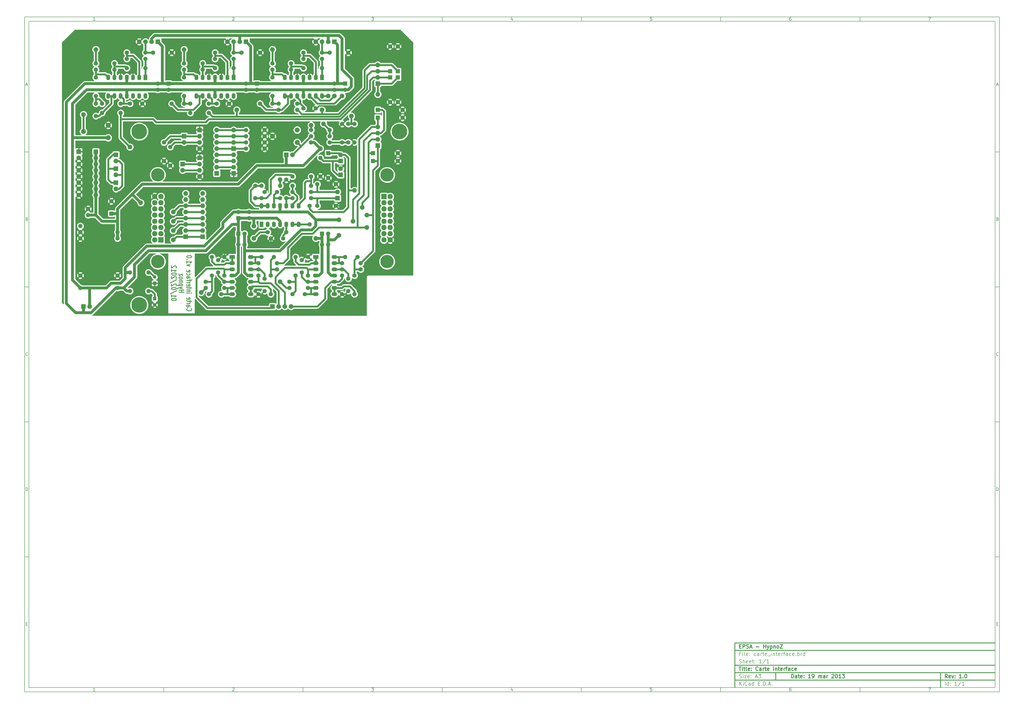
<source format=gbl>
G04 (created by PCBNEW-RS274X (2012-01-19 BZR 3256)-stable) date 19/03/2013 15:18:26*
G01*
G70*
G90*
%MOIN*%
G04 Gerber Fmt 3.4, Leading zero omitted, Abs format*
%FSLAX34Y34*%
G04 APERTURE LIST*
%ADD10C,0.006000*%
%ADD11C,0.012000*%
%ADD12C,0.070000*%
%ADD13R,0.070000X0.070000*%
%ADD14R,0.062000X0.090000*%
%ADD15O,0.062000X0.090000*%
%ADD16R,0.090000X0.062000*%
%ADD17O,0.090000X0.062000*%
%ADD18C,0.215000*%
%ADD19R,0.085000X0.085000*%
%ADD20C,0.085000*%
%ADD21R,0.075000X0.075000*%
%ADD22C,0.075000*%
%ADD23R,0.055000X0.055000*%
%ADD24C,0.055000*%
%ADD25C,0.080000*%
%ADD26C,0.250000*%
%ADD27C,0.045000*%
%ADD28C,0.030000*%
%ADD29C,0.024000*%
%ADD30C,0.010000*%
G04 APERTURE END LIST*
G54D10*
X04000Y-04000D02*
X161350Y-04000D01*
X161350Y-113000D01*
X04000Y-113000D01*
X04000Y-04000D01*
X04700Y-04700D02*
X160650Y-04700D01*
X160650Y-112300D01*
X04700Y-112300D01*
X04700Y-04700D01*
X26470Y-04000D02*
X26470Y-04700D01*
X15383Y-04552D02*
X15097Y-04552D01*
X15240Y-04552D02*
X15240Y-04052D01*
X15192Y-04124D01*
X15145Y-04171D01*
X15097Y-04195D01*
X26470Y-113000D02*
X26470Y-112300D01*
X15383Y-112852D02*
X15097Y-112852D01*
X15240Y-112852D02*
X15240Y-112352D01*
X15192Y-112424D01*
X15145Y-112471D01*
X15097Y-112495D01*
X48940Y-04000D02*
X48940Y-04700D01*
X37567Y-04100D02*
X37591Y-04076D01*
X37639Y-04052D01*
X37758Y-04052D01*
X37805Y-04076D01*
X37829Y-04100D01*
X37853Y-04148D01*
X37853Y-04195D01*
X37829Y-04267D01*
X37543Y-04552D01*
X37853Y-04552D01*
X48940Y-113000D02*
X48940Y-112300D01*
X37567Y-112400D02*
X37591Y-112376D01*
X37639Y-112352D01*
X37758Y-112352D01*
X37805Y-112376D01*
X37829Y-112400D01*
X37853Y-112448D01*
X37853Y-112495D01*
X37829Y-112567D01*
X37543Y-112852D01*
X37853Y-112852D01*
X71410Y-04000D02*
X71410Y-04700D01*
X60013Y-04052D02*
X60323Y-04052D01*
X60156Y-04243D01*
X60228Y-04243D01*
X60275Y-04267D01*
X60299Y-04290D01*
X60323Y-04338D01*
X60323Y-04457D01*
X60299Y-04505D01*
X60275Y-04529D01*
X60228Y-04552D01*
X60085Y-04552D01*
X60037Y-04529D01*
X60013Y-04505D01*
X71410Y-113000D02*
X71410Y-112300D01*
X60013Y-112352D02*
X60323Y-112352D01*
X60156Y-112543D01*
X60228Y-112543D01*
X60275Y-112567D01*
X60299Y-112590D01*
X60323Y-112638D01*
X60323Y-112757D01*
X60299Y-112805D01*
X60275Y-112829D01*
X60228Y-112852D01*
X60085Y-112852D01*
X60037Y-112829D01*
X60013Y-112805D01*
X93880Y-04000D02*
X93880Y-04700D01*
X82745Y-04219D02*
X82745Y-04552D01*
X82626Y-04029D02*
X82507Y-04386D01*
X82817Y-04386D01*
X93880Y-113000D02*
X93880Y-112300D01*
X82745Y-112519D02*
X82745Y-112852D01*
X82626Y-112329D02*
X82507Y-112686D01*
X82817Y-112686D01*
X116350Y-04000D02*
X116350Y-04700D01*
X105239Y-04052D02*
X105001Y-04052D01*
X104977Y-04290D01*
X105001Y-04267D01*
X105049Y-04243D01*
X105168Y-04243D01*
X105215Y-04267D01*
X105239Y-04290D01*
X105263Y-04338D01*
X105263Y-04457D01*
X105239Y-04505D01*
X105215Y-04529D01*
X105168Y-04552D01*
X105049Y-04552D01*
X105001Y-04529D01*
X104977Y-04505D01*
X116350Y-113000D02*
X116350Y-112300D01*
X105239Y-112352D02*
X105001Y-112352D01*
X104977Y-112590D01*
X105001Y-112567D01*
X105049Y-112543D01*
X105168Y-112543D01*
X105215Y-112567D01*
X105239Y-112590D01*
X105263Y-112638D01*
X105263Y-112757D01*
X105239Y-112805D01*
X105215Y-112829D01*
X105168Y-112852D01*
X105049Y-112852D01*
X105001Y-112829D01*
X104977Y-112805D01*
X138820Y-04000D02*
X138820Y-04700D01*
X127685Y-04052D02*
X127590Y-04052D01*
X127542Y-04076D01*
X127519Y-04100D01*
X127471Y-04171D01*
X127447Y-04267D01*
X127447Y-04457D01*
X127471Y-04505D01*
X127495Y-04529D01*
X127542Y-04552D01*
X127638Y-04552D01*
X127685Y-04529D01*
X127709Y-04505D01*
X127733Y-04457D01*
X127733Y-04338D01*
X127709Y-04290D01*
X127685Y-04267D01*
X127638Y-04243D01*
X127542Y-04243D01*
X127495Y-04267D01*
X127471Y-04290D01*
X127447Y-04338D01*
X138820Y-113000D02*
X138820Y-112300D01*
X127685Y-112352D02*
X127590Y-112352D01*
X127542Y-112376D01*
X127519Y-112400D01*
X127471Y-112471D01*
X127447Y-112567D01*
X127447Y-112757D01*
X127471Y-112805D01*
X127495Y-112829D01*
X127542Y-112852D01*
X127638Y-112852D01*
X127685Y-112829D01*
X127709Y-112805D01*
X127733Y-112757D01*
X127733Y-112638D01*
X127709Y-112590D01*
X127685Y-112567D01*
X127638Y-112543D01*
X127542Y-112543D01*
X127495Y-112567D01*
X127471Y-112590D01*
X127447Y-112638D01*
X149893Y-04052D02*
X150227Y-04052D01*
X150012Y-04552D01*
X149893Y-112352D02*
X150227Y-112352D01*
X150012Y-112852D01*
X04000Y-25800D02*
X04700Y-25800D01*
X04231Y-14960D02*
X04469Y-14960D01*
X04184Y-15102D02*
X04350Y-14602D01*
X04517Y-15102D01*
X161350Y-25800D02*
X160650Y-25800D01*
X160881Y-14960D02*
X161119Y-14960D01*
X160834Y-15102D02*
X161000Y-14602D01*
X161167Y-15102D01*
X04000Y-47600D02*
X04700Y-47600D01*
X04386Y-36640D02*
X04457Y-36664D01*
X04481Y-36688D01*
X04505Y-36736D01*
X04505Y-36807D01*
X04481Y-36855D01*
X04457Y-36879D01*
X04410Y-36902D01*
X04219Y-36902D01*
X04219Y-36402D01*
X04386Y-36402D01*
X04433Y-36426D01*
X04457Y-36450D01*
X04481Y-36498D01*
X04481Y-36545D01*
X04457Y-36593D01*
X04433Y-36617D01*
X04386Y-36640D01*
X04219Y-36640D01*
X161350Y-47600D02*
X160650Y-47600D01*
X161036Y-36640D02*
X161107Y-36664D01*
X161131Y-36688D01*
X161155Y-36736D01*
X161155Y-36807D01*
X161131Y-36855D01*
X161107Y-36879D01*
X161060Y-36902D01*
X160869Y-36902D01*
X160869Y-36402D01*
X161036Y-36402D01*
X161083Y-36426D01*
X161107Y-36450D01*
X161131Y-36498D01*
X161131Y-36545D01*
X161107Y-36593D01*
X161083Y-36617D01*
X161036Y-36640D01*
X160869Y-36640D01*
X04000Y-69400D02*
X04700Y-69400D01*
X04505Y-58655D02*
X04481Y-58679D01*
X04410Y-58702D01*
X04362Y-58702D01*
X04290Y-58679D01*
X04243Y-58631D01*
X04219Y-58583D01*
X04195Y-58488D01*
X04195Y-58417D01*
X04219Y-58321D01*
X04243Y-58274D01*
X04290Y-58226D01*
X04362Y-58202D01*
X04410Y-58202D01*
X04481Y-58226D01*
X04505Y-58250D01*
X161350Y-69400D02*
X160650Y-69400D01*
X161155Y-58655D02*
X161131Y-58679D01*
X161060Y-58702D01*
X161012Y-58702D01*
X160940Y-58679D01*
X160893Y-58631D01*
X160869Y-58583D01*
X160845Y-58488D01*
X160845Y-58417D01*
X160869Y-58321D01*
X160893Y-58274D01*
X160940Y-58226D01*
X161012Y-58202D01*
X161060Y-58202D01*
X161131Y-58226D01*
X161155Y-58250D01*
X04000Y-91200D02*
X04700Y-91200D01*
X04219Y-80502D02*
X04219Y-80002D01*
X04338Y-80002D01*
X04410Y-80026D01*
X04457Y-80074D01*
X04481Y-80121D01*
X04505Y-80217D01*
X04505Y-80288D01*
X04481Y-80383D01*
X04457Y-80431D01*
X04410Y-80479D01*
X04338Y-80502D01*
X04219Y-80502D01*
X161350Y-91200D02*
X160650Y-91200D01*
X160869Y-80502D02*
X160869Y-80002D01*
X160988Y-80002D01*
X161060Y-80026D01*
X161107Y-80074D01*
X161131Y-80121D01*
X161155Y-80217D01*
X161155Y-80288D01*
X161131Y-80383D01*
X161107Y-80431D01*
X161060Y-80479D01*
X160988Y-80502D01*
X160869Y-80502D01*
X04243Y-102040D02*
X04410Y-102040D01*
X04481Y-102302D02*
X04243Y-102302D01*
X04243Y-101802D01*
X04481Y-101802D01*
X160893Y-102040D02*
X161060Y-102040D01*
X161131Y-102302D02*
X160893Y-102302D01*
X160893Y-101802D01*
X161131Y-101802D01*
G54D11*
X127793Y-110743D02*
X127793Y-110143D01*
X127936Y-110143D01*
X128021Y-110171D01*
X128079Y-110229D01*
X128107Y-110286D01*
X128136Y-110400D01*
X128136Y-110486D01*
X128107Y-110600D01*
X128079Y-110657D01*
X128021Y-110714D01*
X127936Y-110743D01*
X127793Y-110743D01*
X128650Y-110743D02*
X128650Y-110429D01*
X128621Y-110371D01*
X128564Y-110343D01*
X128450Y-110343D01*
X128393Y-110371D01*
X128650Y-110714D02*
X128593Y-110743D01*
X128450Y-110743D01*
X128393Y-110714D01*
X128364Y-110657D01*
X128364Y-110600D01*
X128393Y-110543D01*
X128450Y-110514D01*
X128593Y-110514D01*
X128650Y-110486D01*
X128850Y-110343D02*
X129079Y-110343D01*
X128936Y-110143D02*
X128936Y-110657D01*
X128964Y-110714D01*
X129022Y-110743D01*
X129079Y-110743D01*
X129507Y-110714D02*
X129450Y-110743D01*
X129336Y-110743D01*
X129279Y-110714D01*
X129250Y-110657D01*
X129250Y-110429D01*
X129279Y-110371D01*
X129336Y-110343D01*
X129450Y-110343D01*
X129507Y-110371D01*
X129536Y-110429D01*
X129536Y-110486D01*
X129250Y-110543D01*
X129793Y-110686D02*
X129821Y-110714D01*
X129793Y-110743D01*
X129764Y-110714D01*
X129793Y-110686D01*
X129793Y-110743D01*
X129793Y-110371D02*
X129821Y-110400D01*
X129793Y-110429D01*
X129764Y-110400D01*
X129793Y-110371D01*
X129793Y-110429D01*
X130850Y-110743D02*
X130507Y-110743D01*
X130679Y-110743D02*
X130679Y-110143D01*
X130622Y-110229D01*
X130564Y-110286D01*
X130507Y-110314D01*
X131135Y-110743D02*
X131250Y-110743D01*
X131307Y-110714D01*
X131335Y-110686D01*
X131393Y-110600D01*
X131421Y-110486D01*
X131421Y-110257D01*
X131393Y-110200D01*
X131364Y-110171D01*
X131307Y-110143D01*
X131193Y-110143D01*
X131135Y-110171D01*
X131107Y-110200D01*
X131078Y-110257D01*
X131078Y-110400D01*
X131107Y-110457D01*
X131135Y-110486D01*
X131193Y-110514D01*
X131307Y-110514D01*
X131364Y-110486D01*
X131393Y-110457D01*
X131421Y-110400D01*
X132135Y-110743D02*
X132135Y-110343D01*
X132135Y-110400D02*
X132163Y-110371D01*
X132221Y-110343D01*
X132306Y-110343D01*
X132363Y-110371D01*
X132392Y-110429D01*
X132392Y-110743D01*
X132392Y-110429D02*
X132421Y-110371D01*
X132478Y-110343D01*
X132563Y-110343D01*
X132621Y-110371D01*
X132649Y-110429D01*
X132649Y-110743D01*
X133192Y-110743D02*
X133192Y-110429D01*
X133163Y-110371D01*
X133106Y-110343D01*
X132992Y-110343D01*
X132935Y-110371D01*
X133192Y-110714D02*
X133135Y-110743D01*
X132992Y-110743D01*
X132935Y-110714D01*
X132906Y-110657D01*
X132906Y-110600D01*
X132935Y-110543D01*
X132992Y-110514D01*
X133135Y-110514D01*
X133192Y-110486D01*
X133478Y-110743D02*
X133478Y-110343D01*
X133478Y-110457D02*
X133506Y-110400D01*
X133535Y-110371D01*
X133592Y-110343D01*
X133649Y-110343D01*
X134277Y-110200D02*
X134306Y-110171D01*
X134363Y-110143D01*
X134506Y-110143D01*
X134563Y-110171D01*
X134592Y-110200D01*
X134620Y-110257D01*
X134620Y-110314D01*
X134592Y-110400D01*
X134249Y-110743D01*
X134620Y-110743D01*
X134991Y-110143D02*
X135048Y-110143D01*
X135105Y-110171D01*
X135134Y-110200D01*
X135163Y-110257D01*
X135191Y-110371D01*
X135191Y-110514D01*
X135163Y-110629D01*
X135134Y-110686D01*
X135105Y-110714D01*
X135048Y-110743D01*
X134991Y-110743D01*
X134934Y-110714D01*
X134905Y-110686D01*
X134877Y-110629D01*
X134848Y-110514D01*
X134848Y-110371D01*
X134877Y-110257D01*
X134905Y-110200D01*
X134934Y-110171D01*
X134991Y-110143D01*
X135762Y-110743D02*
X135419Y-110743D01*
X135591Y-110743D02*
X135591Y-110143D01*
X135534Y-110229D01*
X135476Y-110286D01*
X135419Y-110314D01*
X135962Y-110143D02*
X136333Y-110143D01*
X136133Y-110371D01*
X136219Y-110371D01*
X136276Y-110400D01*
X136305Y-110429D01*
X136333Y-110486D01*
X136333Y-110629D01*
X136305Y-110686D01*
X136276Y-110714D01*
X136219Y-110743D01*
X136047Y-110743D01*
X135990Y-110714D01*
X135962Y-110686D01*
G54D10*
X119393Y-111943D02*
X119393Y-111343D01*
X119736Y-111943D02*
X119479Y-111600D01*
X119736Y-111343D02*
X119393Y-111686D01*
X119993Y-111943D02*
X119993Y-111543D01*
X119993Y-111343D02*
X119964Y-111371D01*
X119993Y-111400D01*
X120021Y-111371D01*
X119993Y-111343D01*
X119993Y-111400D01*
X120622Y-111886D02*
X120593Y-111914D01*
X120507Y-111943D01*
X120450Y-111943D01*
X120365Y-111914D01*
X120307Y-111857D01*
X120279Y-111800D01*
X120250Y-111686D01*
X120250Y-111600D01*
X120279Y-111486D01*
X120307Y-111429D01*
X120365Y-111371D01*
X120450Y-111343D01*
X120507Y-111343D01*
X120593Y-111371D01*
X120622Y-111400D01*
X121136Y-111943D02*
X121136Y-111629D01*
X121107Y-111571D01*
X121050Y-111543D01*
X120936Y-111543D01*
X120879Y-111571D01*
X121136Y-111914D02*
X121079Y-111943D01*
X120936Y-111943D01*
X120879Y-111914D01*
X120850Y-111857D01*
X120850Y-111800D01*
X120879Y-111743D01*
X120936Y-111714D01*
X121079Y-111714D01*
X121136Y-111686D01*
X121679Y-111943D02*
X121679Y-111343D01*
X121679Y-111914D02*
X121622Y-111943D01*
X121508Y-111943D01*
X121450Y-111914D01*
X121422Y-111886D01*
X121393Y-111829D01*
X121393Y-111657D01*
X121422Y-111600D01*
X121450Y-111571D01*
X121508Y-111543D01*
X121622Y-111543D01*
X121679Y-111571D01*
X122422Y-111629D02*
X122622Y-111629D01*
X122708Y-111943D02*
X122422Y-111943D01*
X122422Y-111343D01*
X122708Y-111343D01*
X122965Y-111886D02*
X122993Y-111914D01*
X122965Y-111943D01*
X122936Y-111914D01*
X122965Y-111886D01*
X122965Y-111943D01*
X123251Y-111943D02*
X123251Y-111343D01*
X123394Y-111343D01*
X123479Y-111371D01*
X123537Y-111429D01*
X123565Y-111486D01*
X123594Y-111600D01*
X123594Y-111686D01*
X123565Y-111800D01*
X123537Y-111857D01*
X123479Y-111914D01*
X123394Y-111943D01*
X123251Y-111943D01*
X123851Y-111886D02*
X123879Y-111914D01*
X123851Y-111943D01*
X123822Y-111914D01*
X123851Y-111886D01*
X123851Y-111943D01*
X124108Y-111771D02*
X124394Y-111771D01*
X124051Y-111943D02*
X124251Y-111343D01*
X124451Y-111943D01*
X124651Y-111886D02*
X124679Y-111914D01*
X124651Y-111943D01*
X124622Y-111914D01*
X124651Y-111886D01*
X124651Y-111943D01*
G54D11*
X152936Y-110743D02*
X152736Y-110457D01*
X152593Y-110743D02*
X152593Y-110143D01*
X152821Y-110143D01*
X152879Y-110171D01*
X152907Y-110200D01*
X152936Y-110257D01*
X152936Y-110343D01*
X152907Y-110400D01*
X152879Y-110429D01*
X152821Y-110457D01*
X152593Y-110457D01*
X153421Y-110714D02*
X153364Y-110743D01*
X153250Y-110743D01*
X153193Y-110714D01*
X153164Y-110657D01*
X153164Y-110429D01*
X153193Y-110371D01*
X153250Y-110343D01*
X153364Y-110343D01*
X153421Y-110371D01*
X153450Y-110429D01*
X153450Y-110486D01*
X153164Y-110543D01*
X153650Y-110343D02*
X153793Y-110743D01*
X153935Y-110343D01*
X154164Y-110686D02*
X154192Y-110714D01*
X154164Y-110743D01*
X154135Y-110714D01*
X154164Y-110686D01*
X154164Y-110743D01*
X154164Y-110371D02*
X154192Y-110400D01*
X154164Y-110429D01*
X154135Y-110400D01*
X154164Y-110371D01*
X154164Y-110429D01*
X155221Y-110743D02*
X154878Y-110743D01*
X155050Y-110743D02*
X155050Y-110143D01*
X154993Y-110229D01*
X154935Y-110286D01*
X154878Y-110314D01*
X155478Y-110686D02*
X155506Y-110714D01*
X155478Y-110743D01*
X155449Y-110714D01*
X155478Y-110686D01*
X155478Y-110743D01*
X155878Y-110143D02*
X155935Y-110143D01*
X155992Y-110171D01*
X156021Y-110200D01*
X156050Y-110257D01*
X156078Y-110371D01*
X156078Y-110514D01*
X156050Y-110629D01*
X156021Y-110686D01*
X155992Y-110714D01*
X155935Y-110743D01*
X155878Y-110743D01*
X155821Y-110714D01*
X155792Y-110686D01*
X155764Y-110629D01*
X155735Y-110514D01*
X155735Y-110371D01*
X155764Y-110257D01*
X155792Y-110200D01*
X155821Y-110171D01*
X155878Y-110143D01*
G54D10*
X119364Y-110714D02*
X119450Y-110743D01*
X119593Y-110743D01*
X119650Y-110714D01*
X119679Y-110686D01*
X119707Y-110629D01*
X119707Y-110571D01*
X119679Y-110514D01*
X119650Y-110486D01*
X119593Y-110457D01*
X119479Y-110429D01*
X119421Y-110400D01*
X119393Y-110371D01*
X119364Y-110314D01*
X119364Y-110257D01*
X119393Y-110200D01*
X119421Y-110171D01*
X119479Y-110143D01*
X119621Y-110143D01*
X119707Y-110171D01*
X119964Y-110743D02*
X119964Y-110343D01*
X119964Y-110143D02*
X119935Y-110171D01*
X119964Y-110200D01*
X119992Y-110171D01*
X119964Y-110143D01*
X119964Y-110200D01*
X120193Y-110343D02*
X120507Y-110343D01*
X120193Y-110743D01*
X120507Y-110743D01*
X120964Y-110714D02*
X120907Y-110743D01*
X120793Y-110743D01*
X120736Y-110714D01*
X120707Y-110657D01*
X120707Y-110429D01*
X120736Y-110371D01*
X120793Y-110343D01*
X120907Y-110343D01*
X120964Y-110371D01*
X120993Y-110429D01*
X120993Y-110486D01*
X120707Y-110543D01*
X121250Y-110686D02*
X121278Y-110714D01*
X121250Y-110743D01*
X121221Y-110714D01*
X121250Y-110686D01*
X121250Y-110743D01*
X121250Y-110371D02*
X121278Y-110400D01*
X121250Y-110429D01*
X121221Y-110400D01*
X121250Y-110371D01*
X121250Y-110429D01*
X121964Y-110571D02*
X122250Y-110571D01*
X121907Y-110743D02*
X122107Y-110143D01*
X122307Y-110743D01*
X122450Y-110143D02*
X122821Y-110143D01*
X122621Y-110371D01*
X122707Y-110371D01*
X122764Y-110400D01*
X122793Y-110429D01*
X122821Y-110486D01*
X122821Y-110629D01*
X122793Y-110686D01*
X122764Y-110714D01*
X122707Y-110743D01*
X122535Y-110743D01*
X122478Y-110714D01*
X122450Y-110686D01*
X152593Y-111943D02*
X152593Y-111343D01*
X153136Y-111943D02*
X153136Y-111343D01*
X153136Y-111914D02*
X153079Y-111943D01*
X152965Y-111943D01*
X152907Y-111914D01*
X152879Y-111886D01*
X152850Y-111829D01*
X152850Y-111657D01*
X152879Y-111600D01*
X152907Y-111571D01*
X152965Y-111543D01*
X153079Y-111543D01*
X153136Y-111571D01*
X153422Y-111886D02*
X153450Y-111914D01*
X153422Y-111943D01*
X153393Y-111914D01*
X153422Y-111886D01*
X153422Y-111943D01*
X153422Y-111571D02*
X153450Y-111600D01*
X153422Y-111629D01*
X153393Y-111600D01*
X153422Y-111571D01*
X153422Y-111629D01*
X154479Y-111943D02*
X154136Y-111943D01*
X154308Y-111943D02*
X154308Y-111343D01*
X154251Y-111429D01*
X154193Y-111486D01*
X154136Y-111514D01*
X155164Y-111314D02*
X154650Y-112086D01*
X155679Y-111943D02*
X155336Y-111943D01*
X155508Y-111943D02*
X155508Y-111343D01*
X155451Y-111429D01*
X155393Y-111486D01*
X155336Y-111514D01*
G54D11*
X119307Y-108943D02*
X119650Y-108943D01*
X119479Y-109543D02*
X119479Y-108943D01*
X119850Y-109543D02*
X119850Y-109143D01*
X119850Y-108943D02*
X119821Y-108971D01*
X119850Y-109000D01*
X119878Y-108971D01*
X119850Y-108943D01*
X119850Y-109000D01*
X120050Y-109143D02*
X120279Y-109143D01*
X120136Y-108943D02*
X120136Y-109457D01*
X120164Y-109514D01*
X120222Y-109543D01*
X120279Y-109543D01*
X120565Y-109543D02*
X120507Y-109514D01*
X120479Y-109457D01*
X120479Y-108943D01*
X121021Y-109514D02*
X120964Y-109543D01*
X120850Y-109543D01*
X120793Y-109514D01*
X120764Y-109457D01*
X120764Y-109229D01*
X120793Y-109171D01*
X120850Y-109143D01*
X120964Y-109143D01*
X121021Y-109171D01*
X121050Y-109229D01*
X121050Y-109286D01*
X120764Y-109343D01*
X121307Y-109486D02*
X121335Y-109514D01*
X121307Y-109543D01*
X121278Y-109514D01*
X121307Y-109486D01*
X121307Y-109543D01*
X121307Y-109171D02*
X121335Y-109200D01*
X121307Y-109229D01*
X121278Y-109200D01*
X121307Y-109171D01*
X121307Y-109229D01*
X122393Y-109486D02*
X122364Y-109514D01*
X122278Y-109543D01*
X122221Y-109543D01*
X122136Y-109514D01*
X122078Y-109457D01*
X122050Y-109400D01*
X122021Y-109286D01*
X122021Y-109200D01*
X122050Y-109086D01*
X122078Y-109029D01*
X122136Y-108971D01*
X122221Y-108943D01*
X122278Y-108943D01*
X122364Y-108971D01*
X122393Y-109000D01*
X122907Y-109543D02*
X122907Y-109229D01*
X122878Y-109171D01*
X122821Y-109143D01*
X122707Y-109143D01*
X122650Y-109171D01*
X122907Y-109514D02*
X122850Y-109543D01*
X122707Y-109543D01*
X122650Y-109514D01*
X122621Y-109457D01*
X122621Y-109400D01*
X122650Y-109343D01*
X122707Y-109314D01*
X122850Y-109314D01*
X122907Y-109286D01*
X123193Y-109543D02*
X123193Y-109143D01*
X123193Y-109257D02*
X123221Y-109200D01*
X123250Y-109171D01*
X123307Y-109143D01*
X123364Y-109143D01*
X123478Y-109143D02*
X123707Y-109143D01*
X123564Y-108943D02*
X123564Y-109457D01*
X123592Y-109514D01*
X123650Y-109543D01*
X123707Y-109543D01*
X124135Y-109514D02*
X124078Y-109543D01*
X123964Y-109543D01*
X123907Y-109514D01*
X123878Y-109457D01*
X123878Y-109229D01*
X123907Y-109171D01*
X123964Y-109143D01*
X124078Y-109143D01*
X124135Y-109171D01*
X124164Y-109229D01*
X124164Y-109286D01*
X123878Y-109343D01*
X124878Y-109543D02*
X124878Y-109143D01*
X124878Y-108943D02*
X124849Y-108971D01*
X124878Y-109000D01*
X124906Y-108971D01*
X124878Y-108943D01*
X124878Y-109000D01*
X125164Y-109143D02*
X125164Y-109543D01*
X125164Y-109200D02*
X125192Y-109171D01*
X125250Y-109143D01*
X125335Y-109143D01*
X125392Y-109171D01*
X125421Y-109229D01*
X125421Y-109543D01*
X125621Y-109143D02*
X125850Y-109143D01*
X125707Y-108943D02*
X125707Y-109457D01*
X125735Y-109514D01*
X125793Y-109543D01*
X125850Y-109543D01*
X126278Y-109514D02*
X126221Y-109543D01*
X126107Y-109543D01*
X126050Y-109514D01*
X126021Y-109457D01*
X126021Y-109229D01*
X126050Y-109171D01*
X126107Y-109143D01*
X126221Y-109143D01*
X126278Y-109171D01*
X126307Y-109229D01*
X126307Y-109286D01*
X126021Y-109343D01*
X126564Y-109543D02*
X126564Y-109143D01*
X126564Y-109257D02*
X126592Y-109200D01*
X126621Y-109171D01*
X126678Y-109143D01*
X126735Y-109143D01*
X126849Y-109143D02*
X127078Y-109143D01*
X126935Y-109543D02*
X126935Y-109029D01*
X126963Y-108971D01*
X127021Y-108943D01*
X127078Y-108943D01*
X127535Y-109543D02*
X127535Y-109229D01*
X127506Y-109171D01*
X127449Y-109143D01*
X127335Y-109143D01*
X127278Y-109171D01*
X127535Y-109514D02*
X127478Y-109543D01*
X127335Y-109543D01*
X127278Y-109514D01*
X127249Y-109457D01*
X127249Y-109400D01*
X127278Y-109343D01*
X127335Y-109314D01*
X127478Y-109314D01*
X127535Y-109286D01*
X128078Y-109514D02*
X128021Y-109543D01*
X127907Y-109543D01*
X127849Y-109514D01*
X127821Y-109486D01*
X127792Y-109429D01*
X127792Y-109257D01*
X127821Y-109200D01*
X127849Y-109171D01*
X127907Y-109143D01*
X128021Y-109143D01*
X128078Y-109171D01*
X128563Y-109514D02*
X128506Y-109543D01*
X128392Y-109543D01*
X128335Y-109514D01*
X128306Y-109457D01*
X128306Y-109229D01*
X128335Y-109171D01*
X128392Y-109143D01*
X128506Y-109143D01*
X128563Y-109171D01*
X128592Y-109229D01*
X128592Y-109286D01*
X128306Y-109343D01*
G54D10*
X119593Y-106829D02*
X119393Y-106829D01*
X119393Y-107143D02*
X119393Y-106543D01*
X119679Y-106543D01*
X119907Y-107143D02*
X119907Y-106743D01*
X119907Y-106543D02*
X119878Y-106571D01*
X119907Y-106600D01*
X119935Y-106571D01*
X119907Y-106543D01*
X119907Y-106600D01*
X120279Y-107143D02*
X120221Y-107114D01*
X120193Y-107057D01*
X120193Y-106543D01*
X120735Y-107114D02*
X120678Y-107143D01*
X120564Y-107143D01*
X120507Y-107114D01*
X120478Y-107057D01*
X120478Y-106829D01*
X120507Y-106771D01*
X120564Y-106743D01*
X120678Y-106743D01*
X120735Y-106771D01*
X120764Y-106829D01*
X120764Y-106886D01*
X120478Y-106943D01*
X121021Y-107086D02*
X121049Y-107114D01*
X121021Y-107143D01*
X120992Y-107114D01*
X121021Y-107086D01*
X121021Y-107143D01*
X121021Y-106771D02*
X121049Y-106800D01*
X121021Y-106829D01*
X120992Y-106800D01*
X121021Y-106771D01*
X121021Y-106829D01*
X122021Y-107114D02*
X121964Y-107143D01*
X121850Y-107143D01*
X121792Y-107114D01*
X121764Y-107086D01*
X121735Y-107029D01*
X121735Y-106857D01*
X121764Y-106800D01*
X121792Y-106771D01*
X121850Y-106743D01*
X121964Y-106743D01*
X122021Y-106771D01*
X122535Y-107143D02*
X122535Y-106829D01*
X122506Y-106771D01*
X122449Y-106743D01*
X122335Y-106743D01*
X122278Y-106771D01*
X122535Y-107114D02*
X122478Y-107143D01*
X122335Y-107143D01*
X122278Y-107114D01*
X122249Y-107057D01*
X122249Y-107000D01*
X122278Y-106943D01*
X122335Y-106914D01*
X122478Y-106914D01*
X122535Y-106886D01*
X122821Y-107143D02*
X122821Y-106743D01*
X122821Y-106857D02*
X122849Y-106800D01*
X122878Y-106771D01*
X122935Y-106743D01*
X122992Y-106743D01*
X123106Y-106743D02*
X123335Y-106743D01*
X123192Y-106543D02*
X123192Y-107057D01*
X123220Y-107114D01*
X123278Y-107143D01*
X123335Y-107143D01*
X123763Y-107114D02*
X123706Y-107143D01*
X123592Y-107143D01*
X123535Y-107114D01*
X123506Y-107057D01*
X123506Y-106829D01*
X123535Y-106771D01*
X123592Y-106743D01*
X123706Y-106743D01*
X123763Y-106771D01*
X123792Y-106829D01*
X123792Y-106886D01*
X123506Y-106943D01*
X123906Y-107200D02*
X124363Y-107200D01*
X124506Y-107143D02*
X124506Y-106743D01*
X124506Y-106543D02*
X124477Y-106571D01*
X124506Y-106600D01*
X124534Y-106571D01*
X124506Y-106543D01*
X124506Y-106600D01*
X124792Y-106743D02*
X124792Y-107143D01*
X124792Y-106800D02*
X124820Y-106771D01*
X124878Y-106743D01*
X124963Y-106743D01*
X125020Y-106771D01*
X125049Y-106829D01*
X125049Y-107143D01*
X125249Y-106743D02*
X125478Y-106743D01*
X125335Y-106543D02*
X125335Y-107057D01*
X125363Y-107114D01*
X125421Y-107143D01*
X125478Y-107143D01*
X125906Y-107114D02*
X125849Y-107143D01*
X125735Y-107143D01*
X125678Y-107114D01*
X125649Y-107057D01*
X125649Y-106829D01*
X125678Y-106771D01*
X125735Y-106743D01*
X125849Y-106743D01*
X125906Y-106771D01*
X125935Y-106829D01*
X125935Y-106886D01*
X125649Y-106943D01*
X126192Y-107143D02*
X126192Y-106743D01*
X126192Y-106857D02*
X126220Y-106800D01*
X126249Y-106771D01*
X126306Y-106743D01*
X126363Y-106743D01*
X126477Y-106743D02*
X126706Y-106743D01*
X126563Y-107143D02*
X126563Y-106629D01*
X126591Y-106571D01*
X126649Y-106543D01*
X126706Y-106543D01*
X127163Y-107143D02*
X127163Y-106829D01*
X127134Y-106771D01*
X127077Y-106743D01*
X126963Y-106743D01*
X126906Y-106771D01*
X127163Y-107114D02*
X127106Y-107143D01*
X126963Y-107143D01*
X126906Y-107114D01*
X126877Y-107057D01*
X126877Y-107000D01*
X126906Y-106943D01*
X126963Y-106914D01*
X127106Y-106914D01*
X127163Y-106886D01*
X127706Y-107114D02*
X127649Y-107143D01*
X127535Y-107143D01*
X127477Y-107114D01*
X127449Y-107086D01*
X127420Y-107029D01*
X127420Y-106857D01*
X127449Y-106800D01*
X127477Y-106771D01*
X127535Y-106743D01*
X127649Y-106743D01*
X127706Y-106771D01*
X128191Y-107114D02*
X128134Y-107143D01*
X128020Y-107143D01*
X127963Y-107114D01*
X127934Y-107057D01*
X127934Y-106829D01*
X127963Y-106771D01*
X128020Y-106743D01*
X128134Y-106743D01*
X128191Y-106771D01*
X128220Y-106829D01*
X128220Y-106886D01*
X127934Y-106943D01*
X128477Y-107086D02*
X128505Y-107114D01*
X128477Y-107143D01*
X128448Y-107114D01*
X128477Y-107086D01*
X128477Y-107143D01*
X128763Y-107143D02*
X128763Y-106543D01*
X128763Y-106771D02*
X128820Y-106743D01*
X128934Y-106743D01*
X128991Y-106771D01*
X129020Y-106800D01*
X129049Y-106857D01*
X129049Y-107029D01*
X129020Y-107086D01*
X128991Y-107114D01*
X128934Y-107143D01*
X128820Y-107143D01*
X128763Y-107114D01*
X129306Y-107143D02*
X129306Y-106743D01*
X129306Y-106857D02*
X129334Y-106800D01*
X129363Y-106771D01*
X129420Y-106743D01*
X129477Y-106743D01*
X129934Y-107143D02*
X129934Y-106543D01*
X129934Y-107114D02*
X129877Y-107143D01*
X129763Y-107143D01*
X129705Y-107114D01*
X129677Y-107086D01*
X129648Y-107029D01*
X129648Y-106857D01*
X129677Y-106800D01*
X129705Y-106771D01*
X129763Y-106743D01*
X129877Y-106743D01*
X129934Y-106771D01*
X119364Y-108314D02*
X119450Y-108343D01*
X119593Y-108343D01*
X119650Y-108314D01*
X119679Y-108286D01*
X119707Y-108229D01*
X119707Y-108171D01*
X119679Y-108114D01*
X119650Y-108086D01*
X119593Y-108057D01*
X119479Y-108029D01*
X119421Y-108000D01*
X119393Y-107971D01*
X119364Y-107914D01*
X119364Y-107857D01*
X119393Y-107800D01*
X119421Y-107771D01*
X119479Y-107743D01*
X119621Y-107743D01*
X119707Y-107771D01*
X119964Y-108343D02*
X119964Y-107743D01*
X120221Y-108343D02*
X120221Y-108029D01*
X120192Y-107971D01*
X120135Y-107943D01*
X120050Y-107943D01*
X119992Y-107971D01*
X119964Y-108000D01*
X120735Y-108314D02*
X120678Y-108343D01*
X120564Y-108343D01*
X120507Y-108314D01*
X120478Y-108257D01*
X120478Y-108029D01*
X120507Y-107971D01*
X120564Y-107943D01*
X120678Y-107943D01*
X120735Y-107971D01*
X120764Y-108029D01*
X120764Y-108086D01*
X120478Y-108143D01*
X121249Y-108314D02*
X121192Y-108343D01*
X121078Y-108343D01*
X121021Y-108314D01*
X120992Y-108257D01*
X120992Y-108029D01*
X121021Y-107971D01*
X121078Y-107943D01*
X121192Y-107943D01*
X121249Y-107971D01*
X121278Y-108029D01*
X121278Y-108086D01*
X120992Y-108143D01*
X121449Y-107943D02*
X121678Y-107943D01*
X121535Y-107743D02*
X121535Y-108257D01*
X121563Y-108314D01*
X121621Y-108343D01*
X121678Y-108343D01*
X121878Y-108286D02*
X121906Y-108314D01*
X121878Y-108343D01*
X121849Y-108314D01*
X121878Y-108286D01*
X121878Y-108343D01*
X121878Y-107971D02*
X121906Y-108000D01*
X121878Y-108029D01*
X121849Y-108000D01*
X121878Y-107971D01*
X121878Y-108029D01*
X122935Y-108343D02*
X122592Y-108343D01*
X122764Y-108343D02*
X122764Y-107743D01*
X122707Y-107829D01*
X122649Y-107886D01*
X122592Y-107914D01*
X123620Y-107714D02*
X123106Y-108486D01*
X124135Y-108343D02*
X123792Y-108343D01*
X123964Y-108343D02*
X123964Y-107743D01*
X123907Y-107829D01*
X123849Y-107886D01*
X123792Y-107914D01*
G54D11*
X119393Y-105629D02*
X119593Y-105629D01*
X119679Y-105943D02*
X119393Y-105943D01*
X119393Y-105343D01*
X119679Y-105343D01*
X119936Y-105943D02*
X119936Y-105343D01*
X120164Y-105343D01*
X120222Y-105371D01*
X120250Y-105400D01*
X120279Y-105457D01*
X120279Y-105543D01*
X120250Y-105600D01*
X120222Y-105629D01*
X120164Y-105657D01*
X119936Y-105657D01*
X120507Y-105914D02*
X120593Y-105943D01*
X120736Y-105943D01*
X120793Y-105914D01*
X120822Y-105886D01*
X120850Y-105829D01*
X120850Y-105771D01*
X120822Y-105714D01*
X120793Y-105686D01*
X120736Y-105657D01*
X120622Y-105629D01*
X120564Y-105600D01*
X120536Y-105571D01*
X120507Y-105514D01*
X120507Y-105457D01*
X120536Y-105400D01*
X120564Y-105371D01*
X120622Y-105343D01*
X120764Y-105343D01*
X120850Y-105371D01*
X121078Y-105771D02*
X121364Y-105771D01*
X121021Y-105943D02*
X121221Y-105343D01*
X121421Y-105943D01*
X122078Y-105714D02*
X122535Y-105714D01*
X123278Y-105943D02*
X123278Y-105343D01*
X123278Y-105629D02*
X123621Y-105629D01*
X123621Y-105943D02*
X123621Y-105343D01*
X123850Y-105543D02*
X123993Y-105943D01*
X124135Y-105543D02*
X123993Y-105943D01*
X123935Y-106086D01*
X123907Y-106114D01*
X123850Y-106143D01*
X124364Y-105543D02*
X124364Y-106143D01*
X124364Y-105571D02*
X124421Y-105543D01*
X124535Y-105543D01*
X124592Y-105571D01*
X124621Y-105600D01*
X124650Y-105657D01*
X124650Y-105829D01*
X124621Y-105886D01*
X124592Y-105914D01*
X124535Y-105943D01*
X124421Y-105943D01*
X124364Y-105914D01*
X124907Y-105543D02*
X124907Y-105943D01*
X124907Y-105600D02*
X124935Y-105571D01*
X124993Y-105543D01*
X125078Y-105543D01*
X125135Y-105571D01*
X125164Y-105629D01*
X125164Y-105943D01*
X125536Y-105943D02*
X125478Y-105914D01*
X125450Y-105886D01*
X125421Y-105829D01*
X125421Y-105657D01*
X125450Y-105600D01*
X125478Y-105571D01*
X125536Y-105543D01*
X125621Y-105543D01*
X125678Y-105571D01*
X125707Y-105600D01*
X125736Y-105657D01*
X125736Y-105829D01*
X125707Y-105886D01*
X125678Y-105914D01*
X125621Y-105943D01*
X125536Y-105943D01*
X125936Y-105343D02*
X126336Y-105343D01*
X125936Y-105943D01*
X126336Y-105943D01*
X118650Y-105100D02*
X118650Y-112300D01*
X118650Y-106300D02*
X160650Y-106300D01*
X118650Y-105100D02*
X160650Y-105100D01*
X118650Y-108700D02*
X160650Y-108700D01*
X151850Y-109900D02*
X151850Y-112300D01*
X118650Y-111100D02*
X160650Y-111100D01*
X118650Y-109900D02*
X160650Y-109900D01*
X125250Y-109900D02*
X125250Y-111100D01*
X30252Y-51084D02*
X30214Y-51113D01*
X30176Y-51199D01*
X30176Y-51256D01*
X30214Y-51341D01*
X30290Y-51399D01*
X30367Y-51427D01*
X30519Y-51456D01*
X30633Y-51456D01*
X30786Y-51427D01*
X30862Y-51399D01*
X30938Y-51341D01*
X30976Y-51256D01*
X30976Y-51199D01*
X30938Y-51113D01*
X30900Y-51084D01*
X30176Y-50570D02*
X30595Y-50570D01*
X30671Y-50599D01*
X30710Y-50656D01*
X30710Y-50770D01*
X30671Y-50827D01*
X30214Y-50570D02*
X30176Y-50627D01*
X30176Y-50770D01*
X30214Y-50827D01*
X30290Y-50856D01*
X30367Y-50856D01*
X30443Y-50827D01*
X30481Y-50770D01*
X30481Y-50627D01*
X30519Y-50570D01*
X30176Y-50284D02*
X30710Y-50284D01*
X30557Y-50284D02*
X30633Y-50256D01*
X30671Y-50227D01*
X30710Y-50170D01*
X30710Y-50113D01*
X30710Y-49999D02*
X30710Y-49770D01*
X30976Y-49913D02*
X30290Y-49913D01*
X30214Y-49885D01*
X30176Y-49827D01*
X30176Y-49770D01*
X30214Y-49342D02*
X30176Y-49399D01*
X30176Y-49513D01*
X30214Y-49570D01*
X30290Y-49599D01*
X30595Y-49599D01*
X30671Y-49570D01*
X30710Y-49513D01*
X30710Y-49399D01*
X30671Y-49342D01*
X30595Y-49313D01*
X30519Y-49313D01*
X30443Y-49599D01*
X30176Y-48599D02*
X30710Y-48599D01*
X30976Y-48599D02*
X30938Y-48628D01*
X30900Y-48599D01*
X30938Y-48571D01*
X30976Y-48599D01*
X30900Y-48599D01*
X30710Y-48313D02*
X30176Y-48313D01*
X30633Y-48313D02*
X30671Y-48285D01*
X30710Y-48227D01*
X30710Y-48142D01*
X30671Y-48085D01*
X30595Y-48056D01*
X30176Y-48056D01*
X30710Y-47856D02*
X30710Y-47627D01*
X30976Y-47770D02*
X30290Y-47770D01*
X30214Y-47742D01*
X30176Y-47684D01*
X30176Y-47627D01*
X30214Y-47199D02*
X30176Y-47256D01*
X30176Y-47370D01*
X30214Y-47427D01*
X30290Y-47456D01*
X30595Y-47456D01*
X30671Y-47427D01*
X30710Y-47370D01*
X30710Y-47256D01*
X30671Y-47199D01*
X30595Y-47170D01*
X30519Y-47170D01*
X30443Y-47456D01*
X30176Y-46913D02*
X30710Y-46913D01*
X30557Y-46913D02*
X30633Y-46885D01*
X30671Y-46856D01*
X30710Y-46799D01*
X30710Y-46742D01*
X30710Y-46628D02*
X30710Y-46399D01*
X30176Y-46542D02*
X30862Y-46542D01*
X30938Y-46514D01*
X30976Y-46456D01*
X30976Y-46399D01*
X30176Y-45942D02*
X30595Y-45942D01*
X30671Y-45971D01*
X30710Y-46028D01*
X30710Y-46142D01*
X30671Y-46199D01*
X30214Y-45942D02*
X30176Y-45999D01*
X30176Y-46142D01*
X30214Y-46199D01*
X30290Y-46228D01*
X30367Y-46228D01*
X30443Y-46199D01*
X30481Y-46142D01*
X30481Y-45999D01*
X30519Y-45942D01*
X30214Y-45399D02*
X30176Y-45456D01*
X30176Y-45570D01*
X30214Y-45628D01*
X30252Y-45656D01*
X30329Y-45685D01*
X30557Y-45685D01*
X30633Y-45656D01*
X30671Y-45628D01*
X30710Y-45570D01*
X30710Y-45456D01*
X30671Y-45399D01*
X30214Y-44914D02*
X30176Y-44971D01*
X30176Y-45085D01*
X30214Y-45142D01*
X30290Y-45171D01*
X30595Y-45171D01*
X30671Y-45142D01*
X30710Y-45085D01*
X30710Y-44971D01*
X30671Y-44914D01*
X30595Y-44885D01*
X30519Y-44885D01*
X30443Y-45171D01*
X30710Y-44228D02*
X30176Y-44085D01*
X30710Y-43943D01*
X30176Y-43400D02*
X30176Y-43743D01*
X30176Y-43571D02*
X30976Y-43571D01*
X30862Y-43628D01*
X30786Y-43686D01*
X30748Y-43743D01*
X30252Y-43143D02*
X30214Y-43115D01*
X30176Y-43143D01*
X30214Y-43172D01*
X30252Y-43143D01*
X30176Y-43143D01*
X30976Y-42743D02*
X30976Y-42686D01*
X30938Y-42629D01*
X30900Y-42600D01*
X30824Y-42571D01*
X30671Y-42543D01*
X30481Y-42543D01*
X30329Y-42571D01*
X30252Y-42600D01*
X30214Y-42629D01*
X30176Y-42686D01*
X30176Y-42743D01*
X30214Y-42800D01*
X30252Y-42829D01*
X30329Y-42857D01*
X30481Y-42886D01*
X30671Y-42886D01*
X30824Y-42857D01*
X30900Y-42829D01*
X30938Y-42800D01*
X30976Y-42743D01*
X28936Y-48457D02*
X29736Y-48457D01*
X29355Y-48457D02*
X29355Y-48114D01*
X28936Y-48114D02*
X29736Y-48114D01*
X29470Y-47885D02*
X28936Y-47742D01*
X29470Y-47600D02*
X28936Y-47742D01*
X28746Y-47800D01*
X28708Y-47828D01*
X28670Y-47885D01*
X29470Y-47371D02*
X28670Y-47371D01*
X29431Y-47371D02*
X29470Y-47314D01*
X29470Y-47200D01*
X29431Y-47143D01*
X29393Y-47114D01*
X29317Y-47085D01*
X29089Y-47085D01*
X29012Y-47114D01*
X28974Y-47143D01*
X28936Y-47200D01*
X28936Y-47314D01*
X28974Y-47371D01*
X29470Y-46828D02*
X28936Y-46828D01*
X29393Y-46828D02*
X29431Y-46800D01*
X29470Y-46742D01*
X29470Y-46657D01*
X29431Y-46600D01*
X29355Y-46571D01*
X28936Y-46571D01*
X28936Y-46199D02*
X28974Y-46257D01*
X29012Y-46285D01*
X29089Y-46314D01*
X29317Y-46314D01*
X29393Y-46285D01*
X29431Y-46257D01*
X29470Y-46199D01*
X29470Y-46114D01*
X29431Y-46057D01*
X29393Y-46028D01*
X29317Y-45999D01*
X29089Y-45999D01*
X29012Y-46028D01*
X28974Y-46057D01*
X28936Y-46114D01*
X28936Y-46199D01*
X29470Y-45799D02*
X29470Y-45485D01*
X28936Y-45799D01*
X28936Y-45485D01*
X28496Y-49656D02*
X28496Y-49599D01*
X28458Y-49542D01*
X28420Y-49513D01*
X28344Y-49484D01*
X28191Y-49456D01*
X28001Y-49456D01*
X27849Y-49484D01*
X27772Y-49513D01*
X27734Y-49542D01*
X27696Y-49599D01*
X27696Y-49656D01*
X27734Y-49713D01*
X27772Y-49742D01*
X27849Y-49770D01*
X28001Y-49799D01*
X28191Y-49799D01*
X28344Y-49770D01*
X28420Y-49742D01*
X28458Y-49713D01*
X28496Y-49656D01*
X27696Y-48885D02*
X27696Y-49228D01*
X27696Y-49056D02*
X28496Y-49056D01*
X28382Y-49113D01*
X28306Y-49171D01*
X28268Y-49228D01*
X28534Y-48200D02*
X27506Y-48714D01*
X28496Y-47885D02*
X28496Y-47828D01*
X28458Y-47771D01*
X28420Y-47742D01*
X28344Y-47713D01*
X28191Y-47685D01*
X28001Y-47685D01*
X27849Y-47713D01*
X27772Y-47742D01*
X27734Y-47771D01*
X27696Y-47828D01*
X27696Y-47885D01*
X27734Y-47942D01*
X27772Y-47971D01*
X27849Y-47999D01*
X28001Y-48028D01*
X28191Y-48028D01*
X28344Y-47999D01*
X28420Y-47971D01*
X28458Y-47942D01*
X28496Y-47885D01*
X28420Y-47457D02*
X28458Y-47428D01*
X28496Y-47371D01*
X28496Y-47228D01*
X28458Y-47171D01*
X28420Y-47142D01*
X28344Y-47114D01*
X28268Y-47114D01*
X28153Y-47142D01*
X27696Y-47485D01*
X27696Y-47114D01*
X28534Y-46429D02*
X27506Y-46943D01*
X28420Y-46257D02*
X28458Y-46228D01*
X28496Y-46171D01*
X28496Y-46028D01*
X28458Y-45971D01*
X28420Y-45942D01*
X28344Y-45914D01*
X28268Y-45914D01*
X28153Y-45942D01*
X27696Y-46285D01*
X27696Y-45914D01*
X28496Y-45543D02*
X28496Y-45486D01*
X28458Y-45429D01*
X28420Y-45400D01*
X28344Y-45371D01*
X28191Y-45343D01*
X28001Y-45343D01*
X27849Y-45371D01*
X27772Y-45400D01*
X27734Y-45429D01*
X27696Y-45486D01*
X27696Y-45543D01*
X27734Y-45600D01*
X27772Y-45629D01*
X27849Y-45657D01*
X28001Y-45686D01*
X28191Y-45686D01*
X28344Y-45657D01*
X28420Y-45629D01*
X28458Y-45600D01*
X28496Y-45543D01*
X27696Y-44772D02*
X27696Y-45115D01*
X27696Y-44943D02*
X28496Y-44943D01*
X28382Y-45000D01*
X28306Y-45058D01*
X28268Y-45115D01*
X28420Y-44544D02*
X28458Y-44515D01*
X28496Y-44458D01*
X28496Y-44315D01*
X28458Y-44258D01*
X28420Y-44229D01*
X28344Y-44201D01*
X28268Y-44201D01*
X28153Y-44229D01*
X27696Y-44572D01*
X27696Y-44201D01*
G54D12*
X14250Y-36000D03*
X14250Y-35000D03*
X25500Y-14750D03*
X25500Y-15750D03*
X40250Y-36500D03*
X40250Y-35500D03*
X38500Y-40750D03*
X39500Y-40750D03*
X39750Y-14750D03*
X39750Y-15750D03*
X52000Y-40750D03*
X53000Y-40750D03*
G54D13*
X27250Y-14750D03*
G54D12*
X27250Y-15750D03*
G54D13*
X38500Y-39000D03*
G54D12*
X39500Y-39000D03*
G54D13*
X52000Y-39000D03*
G54D12*
X53000Y-39000D03*
G54D13*
X41500Y-14750D03*
G54D12*
X41500Y-15750D03*
G54D13*
X38500Y-36500D03*
G54D12*
X38500Y-35500D03*
X49000Y-18750D03*
X51000Y-18750D03*
X27750Y-18000D03*
X29750Y-18000D03*
X35000Y-18000D03*
X37000Y-18000D03*
X42000Y-18000D03*
X44000Y-18000D03*
X44750Y-32250D03*
X42750Y-32250D03*
X49250Y-48750D03*
X47250Y-48750D03*
X41250Y-31250D03*
X41250Y-33250D03*
X42750Y-46250D03*
X42750Y-48250D03*
X45750Y-39750D03*
X43750Y-39750D03*
X42250Y-42750D03*
X44250Y-42750D03*
X48750Y-45250D03*
X48750Y-43250D03*
X35250Y-45250D03*
X35250Y-43250D03*
X15500Y-20000D03*
X15500Y-18000D03*
X35750Y-48750D03*
X33750Y-48750D03*
X21000Y-18000D03*
X23000Y-18000D03*
X55750Y-42750D03*
X57750Y-42750D03*
G54D13*
X18000Y-35750D03*
G54D12*
X18000Y-33750D03*
X65000Y-19000D03*
G54D13*
X61000Y-19000D03*
G54D12*
X65000Y-20250D03*
G54D13*
X61000Y-20250D03*
G54D12*
X64250Y-26000D03*
G54D13*
X60250Y-26000D03*
G54D12*
X63000Y-17750D03*
G54D13*
X63000Y-13750D03*
G54D12*
X64250Y-27250D03*
G54D13*
X60250Y-27250D03*
G54D12*
X53000Y-30000D03*
G54D13*
X53000Y-26000D03*
G54D12*
X64250Y-17750D03*
G54D13*
X64250Y-13750D03*
G54D12*
X64250Y-08750D03*
G54D13*
X64250Y-12750D03*
G54D12*
X63000Y-08750D03*
G54D13*
X63000Y-12750D03*
G54D14*
X37750Y-13750D03*
G54D15*
X36750Y-13750D03*
X35750Y-13750D03*
X34750Y-13750D03*
X33750Y-13750D03*
X32750Y-13750D03*
X31750Y-13750D03*
X31750Y-16750D03*
X32750Y-16750D03*
X33750Y-16750D03*
X34750Y-16750D03*
X35750Y-16750D03*
X36750Y-16750D03*
X37750Y-16750D03*
G54D14*
X52000Y-13750D03*
G54D15*
X51000Y-13750D03*
X50000Y-13750D03*
X49000Y-13750D03*
X48000Y-13750D03*
X47000Y-13750D03*
X46000Y-13750D03*
X46000Y-16750D03*
X47000Y-16750D03*
X48000Y-16750D03*
X49000Y-16750D03*
X50000Y-16750D03*
X51000Y-16750D03*
X52000Y-16750D03*
G54D14*
X42250Y-37500D03*
G54D15*
X43250Y-37500D03*
X44250Y-37500D03*
X45250Y-37500D03*
X46250Y-37500D03*
X47250Y-37500D03*
X48250Y-37500D03*
X48250Y-34500D03*
X47250Y-34500D03*
X46250Y-34500D03*
X45250Y-34500D03*
X44250Y-34500D03*
X43250Y-34500D03*
X42250Y-34500D03*
G54D16*
X37500Y-42750D03*
G54D17*
X37500Y-43750D03*
X37500Y-44750D03*
X37500Y-45750D03*
X37500Y-46750D03*
X37500Y-47750D03*
X37500Y-48750D03*
X40500Y-48750D03*
X40500Y-47750D03*
X40500Y-46750D03*
X40500Y-45750D03*
X40500Y-44750D03*
X40500Y-43750D03*
X40500Y-42750D03*
G54D14*
X23500Y-13750D03*
G54D15*
X22500Y-13750D03*
X21500Y-13750D03*
X20500Y-13750D03*
X19500Y-13750D03*
X18500Y-13750D03*
X17500Y-13750D03*
X17500Y-16750D03*
X18500Y-16750D03*
X19500Y-16750D03*
X20500Y-16750D03*
X21500Y-16750D03*
X22500Y-16750D03*
X23500Y-16750D03*
G54D16*
X51000Y-42750D03*
G54D17*
X51000Y-43750D03*
X51000Y-44750D03*
X51000Y-45750D03*
X51000Y-46750D03*
X51000Y-47750D03*
X51000Y-48750D03*
X54000Y-48750D03*
X54000Y-47750D03*
X54000Y-46750D03*
X54000Y-45750D03*
X54000Y-44750D03*
X54000Y-43750D03*
X54000Y-42750D03*
G54D18*
X62500Y-29500D03*
X62500Y-43500D03*
G54D19*
X62000Y-33000D03*
G54D20*
X63000Y-33000D03*
X62000Y-34000D03*
X63000Y-34000D03*
X62000Y-35000D03*
X63000Y-35000D03*
X62000Y-36000D03*
X63000Y-36000D03*
X62000Y-37000D03*
X63000Y-37000D03*
X62000Y-38000D03*
X63000Y-38000D03*
X62000Y-39000D03*
X63000Y-39000D03*
X62000Y-40000D03*
X63000Y-40000D03*
G54D18*
X25500Y-43500D03*
X25500Y-29500D03*
G54D19*
X26000Y-40000D03*
G54D20*
X25000Y-40000D03*
X26000Y-39000D03*
X25000Y-39000D03*
X26000Y-38000D03*
X25000Y-38000D03*
X26000Y-37000D03*
X25000Y-37000D03*
X26000Y-36000D03*
X25000Y-36000D03*
X26000Y-35000D03*
X25000Y-35000D03*
X26000Y-34000D03*
X25000Y-34000D03*
X26000Y-33000D03*
X25000Y-33000D03*
G54D21*
X46250Y-26250D03*
G54D22*
X47250Y-26250D03*
G54D21*
X29750Y-23250D03*
G54D22*
X29750Y-24250D03*
G54D21*
X55000Y-29500D03*
G54D22*
X55000Y-28500D03*
G54D21*
X29500Y-27750D03*
G54D22*
X29500Y-28750D03*
G54D21*
X54500Y-33250D03*
G54D22*
X54500Y-32250D03*
X32250Y-29750D03*
X32250Y-28750D03*
G54D21*
X32250Y-26750D03*
G54D22*
X32250Y-27750D03*
X32250Y-25250D03*
X32250Y-24250D03*
G54D21*
X32250Y-22250D03*
G54D22*
X32250Y-23250D03*
X61000Y-11750D03*
X61000Y-12750D03*
G54D21*
X61000Y-14750D03*
G54D22*
X61000Y-13750D03*
X47000Y-50750D03*
X46000Y-50750D03*
G54D21*
X44000Y-50750D03*
G54D22*
X45000Y-50750D03*
X37750Y-22250D03*
X37750Y-23250D03*
G54D21*
X37750Y-25250D03*
G54D22*
X37750Y-24250D03*
X37750Y-26250D03*
X37750Y-27250D03*
G54D21*
X37750Y-29250D03*
G54D22*
X37750Y-28250D03*
X51000Y-08000D03*
X52000Y-08000D03*
G54D21*
X54000Y-08000D03*
G54D22*
X53000Y-08000D03*
X36750Y-08000D03*
X37750Y-08000D03*
G54D21*
X39750Y-08000D03*
G54D22*
X38750Y-08000D03*
X61000Y-21750D03*
X61000Y-22750D03*
G54D21*
X61000Y-24750D03*
G54D22*
X61000Y-23750D03*
X15500Y-30750D03*
X15500Y-29750D03*
X15500Y-31750D03*
X15500Y-32750D03*
X15500Y-28750D03*
X15500Y-27750D03*
G54D21*
X15500Y-25750D03*
G54D22*
X15500Y-26750D03*
X32750Y-34500D03*
X32750Y-35500D03*
X32750Y-33500D03*
X32750Y-32500D03*
X32750Y-36500D03*
X32750Y-37500D03*
G54D21*
X32750Y-39500D03*
G54D22*
X32750Y-38500D03*
X30000Y-34500D03*
X30000Y-35500D03*
X30000Y-33500D03*
X30000Y-32500D03*
X30000Y-36500D03*
X30000Y-37500D03*
G54D21*
X30000Y-39500D03*
G54D22*
X30000Y-38500D03*
X12750Y-30750D03*
X12750Y-29750D03*
X12750Y-31750D03*
X12750Y-32750D03*
X12750Y-28750D03*
X12750Y-27750D03*
G54D21*
X12750Y-25750D03*
G54D22*
X12750Y-26750D03*
X35000Y-24250D03*
X35000Y-25250D03*
X35000Y-23250D03*
X35000Y-22250D03*
X35000Y-26250D03*
X35000Y-27250D03*
G54D21*
X35000Y-29250D03*
G54D22*
X35000Y-28250D03*
G54D23*
X25000Y-47000D03*
G54D24*
X25000Y-46000D03*
G54D23*
X25000Y-49500D03*
G54D24*
X25000Y-50500D03*
G54D12*
X46250Y-38750D03*
X43250Y-38750D03*
X50000Y-37500D03*
X50000Y-34500D03*
X57250Y-21250D03*
X57250Y-24250D03*
X27750Y-09750D03*
X24750Y-09750D03*
X56250Y-09750D03*
X53250Y-09750D03*
X42000Y-09750D03*
X39000Y-09750D03*
X51250Y-34500D03*
X54250Y-34500D03*
X46250Y-33250D03*
X46250Y-30250D03*
X47250Y-33250D03*
X50250Y-33250D03*
X47250Y-29750D03*
X50250Y-29750D03*
X45250Y-33250D03*
X42250Y-33250D03*
X50250Y-32250D03*
X47250Y-32250D03*
X42250Y-31250D03*
X45250Y-31250D03*
X54250Y-31000D03*
X51250Y-31000D03*
X50250Y-31250D03*
X47250Y-31250D03*
X47000Y-11500D03*
X44000Y-11500D03*
X49000Y-12250D03*
X52000Y-12250D03*
X45000Y-19000D03*
X48000Y-19000D03*
X52000Y-09750D03*
X49000Y-09750D03*
X52000Y-10750D03*
X49000Y-10750D03*
X44000Y-12500D03*
X47000Y-12500D03*
X32750Y-11500D03*
X29750Y-11500D03*
X29750Y-16750D03*
X29750Y-13750D03*
X33750Y-18000D03*
X30750Y-18000D03*
X34750Y-12250D03*
X37750Y-12250D03*
X21000Y-45250D03*
X24000Y-45250D03*
X21000Y-48250D03*
X24000Y-48250D03*
X30750Y-19500D03*
X33750Y-19500D03*
X37750Y-09750D03*
X34750Y-09750D03*
X37750Y-10750D03*
X34750Y-10750D03*
X29750Y-12500D03*
X32750Y-12500D03*
X18500Y-11500D03*
X15500Y-11500D03*
X15500Y-16750D03*
X15500Y-13750D03*
X19500Y-18000D03*
X16500Y-18000D03*
X20500Y-12250D03*
X23500Y-12250D03*
X16500Y-19500D03*
X19500Y-19500D03*
X23500Y-09750D03*
X20500Y-09750D03*
X23500Y-10750D03*
X20500Y-10750D03*
X15500Y-12500D03*
X18500Y-12500D03*
X34250Y-45750D03*
X34250Y-42750D03*
X36250Y-46750D03*
X33250Y-46750D03*
X36250Y-47750D03*
X33250Y-47750D03*
X36250Y-42750D03*
X36250Y-45750D03*
X43750Y-45750D03*
X43750Y-48750D03*
X41750Y-44750D03*
X44750Y-44750D03*
X41750Y-43750D03*
X44750Y-43750D03*
X41750Y-48750D03*
X41750Y-45750D03*
X47750Y-45750D03*
X47750Y-42750D03*
X49750Y-46750D03*
X46750Y-46750D03*
X49750Y-47750D03*
X46750Y-47750D03*
X49750Y-42750D03*
X49750Y-45750D03*
X57250Y-45750D03*
X57250Y-48750D03*
X55250Y-44750D03*
X58250Y-44750D03*
X55250Y-43750D03*
X58250Y-43750D03*
X48000Y-18000D03*
X45000Y-18000D03*
X44000Y-16750D03*
X44000Y-13750D03*
G54D25*
X17500Y-23500D03*
X13500Y-22500D03*
X17500Y-21500D03*
G54D12*
X13000Y-37750D03*
X13000Y-38750D03*
X13000Y-39750D03*
X13000Y-45750D03*
X13000Y-47750D03*
X19000Y-47750D03*
X19000Y-45750D03*
X19000Y-39750D03*
X19000Y-38750D03*
G54D13*
X55750Y-14750D03*
G54D12*
X55750Y-15750D03*
X55250Y-48750D03*
X55250Y-45750D03*
G54D22*
X22500Y-08000D03*
X23500Y-08000D03*
G54D21*
X25500Y-08000D03*
G54D22*
X24500Y-08000D03*
G54D21*
X55000Y-27250D03*
G54D22*
X55000Y-26250D03*
G54D12*
X54000Y-14750D03*
X54000Y-15750D03*
X56250Y-46250D03*
X56250Y-48250D03*
G54D21*
X13500Y-50750D03*
G54D22*
X14500Y-50750D03*
G54D21*
X18750Y-30750D03*
G54D22*
X18750Y-31750D03*
G54D21*
X18750Y-28500D03*
G54D22*
X18750Y-29500D03*
G54D12*
X42750Y-25250D03*
X39750Y-25250D03*
X26500Y-27250D03*
X26500Y-24250D03*
X42750Y-23250D03*
X39750Y-23250D03*
X42750Y-22250D03*
X39750Y-22250D03*
X51750Y-29750D03*
X51750Y-26750D03*
X42750Y-24250D03*
X39750Y-24250D03*
X27500Y-28000D03*
X27500Y-25000D03*
G54D21*
X18750Y-26250D03*
G54D22*
X18750Y-27250D03*
G54D25*
X48000Y-24250D03*
X44000Y-23250D03*
X48000Y-22250D03*
G54D12*
X53250Y-24250D03*
X50250Y-24250D03*
X56250Y-24250D03*
X56250Y-21250D03*
X50250Y-23250D03*
X53250Y-23250D03*
X55250Y-24250D03*
X55250Y-21250D03*
X53250Y-22250D03*
X50250Y-22250D03*
G54D26*
X64500Y-22500D03*
X22500Y-22500D03*
X22500Y-50500D03*
G54D22*
X51750Y-25250D03*
X22750Y-34000D03*
X54750Y-36750D03*
X54750Y-39250D03*
X15500Y-09250D03*
X44000Y-09250D03*
X13500Y-19750D03*
X29750Y-09250D03*
X61000Y-16500D03*
X45250Y-30250D03*
X28000Y-38500D03*
X28000Y-35500D03*
X28000Y-40000D03*
X28000Y-37000D03*
X52000Y-19000D03*
X38250Y-19000D03*
X21000Y-25000D03*
X57250Y-32000D03*
X45250Y-46750D03*
X58500Y-34750D03*
X32500Y-48500D03*
X57000Y-37000D03*
X59250Y-38000D03*
X59250Y-36000D03*
X23250Y-33000D03*
X49250Y-39750D03*
X65250Y-28250D03*
X49750Y-08000D03*
X55500Y-34250D03*
X39500Y-37500D03*
X36250Y-41000D03*
X28500Y-13250D03*
X42250Y-50250D03*
X39500Y-32750D03*
X52250Y-21250D03*
X54000Y-16750D03*
X55250Y-16750D03*
X56750Y-20000D03*
X50250Y-21500D03*
X41000Y-39750D03*
X53000Y-16750D03*
X41000Y-37750D03*
X51000Y-39750D03*
G54D27*
X16500Y-37000D02*
X19000Y-37000D01*
X47750Y-28000D02*
X49000Y-28000D01*
X46250Y-28000D02*
X47750Y-28000D01*
X49500Y-27500D02*
X51750Y-25250D01*
X15500Y-27750D02*
X15500Y-28750D01*
X15500Y-26750D02*
X15500Y-27750D01*
X23000Y-31000D02*
X38500Y-31000D01*
X21375Y-32625D02*
X19000Y-35000D01*
X19000Y-35750D02*
X19000Y-37000D01*
X22750Y-34000D02*
X21375Y-32625D01*
X19000Y-35000D02*
X19000Y-35750D01*
X15500Y-29750D02*
X15500Y-30750D01*
X46250Y-26250D02*
X46250Y-28000D01*
X15500Y-25750D02*
X15500Y-26750D01*
X15500Y-36000D02*
X15500Y-32750D01*
X18000Y-35750D02*
X19000Y-35750D01*
X15500Y-31750D02*
X15500Y-32750D01*
X44000Y-28000D02*
X46250Y-28000D01*
X41500Y-28000D02*
X38500Y-31000D01*
X15500Y-36000D02*
X14250Y-36000D01*
X15500Y-28750D02*
X15500Y-29750D01*
X49000Y-28000D02*
X49500Y-27500D01*
X16500Y-37000D02*
X15500Y-36000D01*
X19000Y-38750D02*
X19000Y-39750D01*
X50250Y-24250D02*
X50750Y-24250D01*
X15500Y-30750D02*
X15500Y-31750D01*
X44000Y-28000D02*
X41500Y-28000D01*
X19000Y-37000D02*
X19000Y-38750D01*
X23000Y-31000D02*
X21375Y-32625D01*
X50750Y-24250D02*
X51750Y-25250D01*
X40000Y-45750D02*
X40500Y-45750D01*
X37750Y-35500D02*
X36000Y-37250D01*
X11750Y-46500D02*
X13000Y-47750D01*
X49750Y-35500D02*
X51000Y-36750D01*
X53000Y-07000D02*
X54750Y-07000D01*
X13000Y-47750D02*
X14500Y-47750D01*
X55750Y-15750D02*
X54000Y-15750D01*
X56250Y-15750D02*
X56750Y-15250D01*
X19500Y-47000D02*
X20250Y-46250D01*
X24500Y-08000D02*
X24500Y-07500D01*
X33000Y-41000D02*
X29500Y-41000D01*
X11750Y-23500D02*
X11750Y-18000D01*
X54000Y-40000D02*
X54750Y-39250D01*
X41500Y-15750D02*
X49000Y-15750D01*
X51000Y-36750D02*
X51000Y-37750D01*
X18000Y-47000D02*
X19500Y-47000D01*
X55250Y-07500D02*
X55250Y-12500D01*
X38500Y-35500D02*
X37750Y-35500D01*
X53000Y-40000D02*
X53000Y-40750D01*
X20250Y-45250D02*
X20250Y-44500D01*
X11750Y-23500D02*
X11750Y-46500D01*
X45250Y-35500D02*
X49750Y-35500D01*
X45250Y-34500D02*
X45250Y-35500D01*
X14000Y-15750D02*
X11750Y-18000D01*
X54000Y-40000D02*
X53000Y-40000D01*
X53000Y-08000D02*
X53000Y-07000D01*
X49000Y-16750D02*
X49000Y-15750D01*
X29500Y-41000D02*
X23750Y-41000D01*
X50375Y-38375D02*
X48625Y-38375D01*
X39500Y-45250D02*
X40000Y-45750D01*
X20500Y-16750D02*
X20500Y-15750D01*
X40250Y-35500D02*
X45250Y-35500D01*
X39500Y-40750D02*
X39500Y-41750D01*
X53000Y-40750D02*
X53000Y-45250D01*
X20500Y-15750D02*
X14000Y-15750D01*
X25000Y-07000D02*
X38750Y-07000D01*
X51000Y-36750D02*
X54750Y-36750D01*
X38750Y-07000D02*
X53000Y-07000D01*
X54750Y-07000D02*
X55250Y-07500D01*
X53000Y-45250D02*
X53500Y-45750D01*
X39500Y-41750D02*
X39500Y-45250D01*
X25500Y-15750D02*
X20500Y-15750D01*
X14500Y-50750D02*
X14500Y-47750D01*
X36000Y-37250D02*
X36000Y-38000D01*
X45250Y-41750D02*
X39500Y-41750D01*
X14500Y-47750D02*
X17250Y-47750D01*
X56750Y-15250D02*
X56750Y-14000D01*
X38750Y-08000D02*
X38750Y-07000D01*
X49000Y-15750D02*
X54000Y-15750D01*
X38500Y-35500D02*
X40250Y-35500D01*
X55250Y-12500D02*
X56750Y-14000D01*
X53000Y-39000D02*
X53000Y-40000D01*
X24500Y-07500D02*
X25000Y-07000D01*
X48625Y-38375D02*
X45250Y-41750D01*
X27250Y-15750D02*
X34750Y-15750D01*
X20250Y-46250D02*
X20250Y-45250D01*
X53500Y-45750D02*
X54000Y-45750D01*
X55750Y-15750D02*
X56250Y-15750D01*
X23750Y-41000D02*
X20250Y-44500D01*
X17500Y-23500D02*
X11750Y-23500D01*
X21000Y-45250D02*
X20250Y-45250D01*
X41500Y-15750D02*
X39750Y-15750D01*
X34750Y-16750D02*
X34750Y-15750D01*
X17250Y-47750D02*
X18000Y-47000D01*
X34750Y-15750D02*
X39750Y-15750D01*
X39500Y-39000D02*
X39500Y-40750D01*
X36000Y-38000D02*
X33000Y-41000D01*
X50375Y-38375D02*
X51000Y-37750D01*
X27250Y-15750D02*
X25500Y-15750D01*
G54D28*
X44000Y-09250D02*
X44000Y-11500D01*
X29750Y-11500D02*
X29750Y-09250D01*
X13500Y-22500D02*
X13500Y-19750D01*
X15500Y-11500D02*
X15500Y-09250D01*
X61000Y-16500D02*
X61000Y-14750D01*
X45250Y-31250D02*
X45250Y-30250D01*
X61000Y-14750D02*
X63250Y-14750D01*
X63250Y-14750D02*
X64250Y-13750D01*
X39750Y-25250D02*
X37750Y-25250D01*
X37750Y-25250D02*
X35000Y-25250D01*
X32250Y-27750D02*
X29500Y-27750D01*
X29000Y-37500D02*
X30000Y-37500D01*
X28000Y-38500D02*
X29000Y-37500D01*
X30000Y-37500D02*
X32750Y-37500D01*
X29000Y-34500D02*
X28000Y-35500D01*
X32750Y-34500D02*
X30000Y-34500D01*
X30000Y-34500D02*
X29000Y-34500D01*
X35000Y-26250D02*
X37750Y-26250D01*
X37750Y-27250D02*
X35000Y-27250D01*
X35000Y-28250D02*
X37750Y-28250D01*
X54500Y-29500D02*
X55000Y-29500D01*
X51750Y-26750D02*
X52250Y-27250D01*
X53750Y-27250D02*
X55000Y-27250D01*
X53750Y-28750D02*
X54500Y-29500D01*
X52250Y-27250D02*
X53750Y-27250D01*
X53750Y-27250D02*
X53750Y-28750D01*
X30000Y-39500D02*
X32750Y-39500D01*
X30000Y-39500D02*
X28500Y-39500D01*
X28500Y-39500D02*
X28000Y-40000D01*
X30000Y-36500D02*
X28500Y-36500D01*
X28500Y-36500D02*
X28000Y-37000D01*
X30000Y-36500D02*
X32750Y-36500D01*
X52000Y-09750D02*
X53250Y-09750D01*
X52000Y-09750D02*
X52000Y-08000D01*
X63250Y-11750D02*
X64250Y-12750D01*
X54668Y-19696D02*
X58882Y-15482D01*
X48750Y-19696D02*
X52000Y-19696D01*
X61000Y-11750D02*
X63250Y-11750D01*
X48054Y-19000D02*
X48750Y-19696D01*
X48000Y-19000D02*
X48054Y-19000D01*
X52000Y-19000D02*
X52000Y-19696D01*
X61000Y-11750D02*
X59750Y-11750D01*
X58882Y-12618D02*
X59750Y-11750D01*
X58882Y-15482D02*
X58882Y-12618D01*
X52000Y-19696D02*
X54668Y-19696D01*
X37750Y-09750D02*
X37750Y-08000D01*
X39000Y-09750D02*
X37750Y-09750D01*
X61000Y-12750D02*
X63000Y-12750D01*
X54250Y-20098D02*
X54834Y-20098D01*
X59284Y-15648D02*
X59284Y-15466D01*
X54834Y-20098D02*
X59284Y-15648D01*
X38250Y-19000D02*
X38250Y-20098D01*
X54250Y-20098D02*
X38250Y-20098D01*
X59284Y-15466D02*
X59284Y-13466D01*
X34348Y-20098D02*
X33750Y-19500D01*
X59284Y-13466D02*
X60000Y-12750D01*
X38250Y-20098D02*
X34348Y-20098D01*
X61000Y-12750D02*
X60000Y-12750D01*
X23500Y-08000D02*
X23500Y-09750D01*
X23500Y-09750D02*
X24750Y-09750D01*
X33750Y-20500D02*
X55000Y-20500D01*
X60250Y-13750D02*
X61000Y-13750D01*
X25250Y-21000D02*
X33250Y-21000D01*
X33750Y-20500D02*
X33250Y-21000D01*
X59750Y-14250D02*
X60250Y-13750D01*
X19500Y-20500D02*
X19500Y-23500D01*
X19500Y-20500D02*
X19500Y-19500D01*
X59750Y-15750D02*
X59750Y-14250D01*
X19500Y-20500D02*
X24750Y-20500D01*
X61000Y-13750D02*
X63000Y-13750D01*
X55000Y-20500D02*
X59750Y-15750D01*
X19500Y-23500D02*
X21000Y-25000D01*
X24750Y-20500D02*
X25250Y-21000D01*
X35000Y-22250D02*
X37750Y-22250D01*
X37750Y-22250D02*
X39750Y-22250D01*
X37750Y-23250D02*
X35000Y-23250D01*
X39750Y-23250D02*
X37750Y-23250D01*
X37750Y-24250D02*
X39750Y-24250D01*
X35000Y-24250D02*
X37750Y-24250D01*
X32750Y-38500D02*
X30000Y-38500D01*
X30000Y-35500D02*
X32750Y-35500D01*
X29500Y-28750D02*
X32250Y-28750D01*
X50000Y-34500D02*
X50000Y-35000D01*
X54750Y-26000D02*
X55000Y-26250D01*
X50500Y-35500D02*
X55500Y-35500D01*
X50000Y-35000D02*
X50500Y-35500D01*
X53000Y-26000D02*
X54750Y-26000D01*
X55500Y-35500D02*
X56250Y-34750D01*
X56250Y-32000D02*
X57250Y-32000D01*
X56250Y-32000D02*
X56250Y-34750D01*
X56250Y-32000D02*
X56250Y-26750D01*
X55000Y-26250D02*
X55750Y-26250D01*
X56250Y-26750D02*
X55750Y-26250D01*
X49500Y-44500D02*
X46000Y-44500D01*
X44500Y-46000D02*
X46000Y-44500D01*
X49750Y-44750D02*
X49750Y-45750D01*
X46000Y-48500D02*
X46000Y-50750D01*
X51000Y-44750D02*
X49750Y-44750D01*
X49750Y-44750D02*
X49500Y-44500D01*
X44500Y-47000D02*
X46000Y-48500D01*
X44500Y-47000D02*
X44500Y-46000D01*
X58500Y-34750D02*
X58500Y-34000D01*
X59500Y-24250D02*
X60000Y-23750D01*
X46250Y-47750D02*
X45250Y-46750D01*
X59500Y-26000D02*
X59500Y-24250D01*
X58500Y-34000D02*
X59500Y-33000D01*
X59500Y-33000D02*
X59500Y-26000D01*
X60000Y-23750D02*
X61000Y-23750D01*
X46250Y-47750D02*
X46750Y-47750D01*
X60250Y-26000D02*
X59500Y-26000D01*
X36125Y-44625D02*
X33375Y-44625D01*
X31750Y-49250D02*
X31750Y-46250D01*
X31750Y-49250D02*
X33500Y-51000D01*
X33375Y-44625D02*
X31750Y-46250D01*
X36125Y-44625D02*
X36250Y-44750D01*
X33500Y-51000D02*
X43750Y-51000D01*
X36250Y-44750D02*
X36250Y-45750D01*
X37500Y-44750D02*
X36250Y-44750D01*
X43750Y-51000D02*
X44000Y-50750D01*
X33250Y-47750D02*
X32500Y-48500D01*
X58000Y-23750D02*
X60000Y-21750D01*
X57000Y-33500D02*
X57000Y-37000D01*
X60000Y-21750D02*
X61000Y-21750D01*
X58000Y-32500D02*
X58000Y-23750D01*
X61000Y-21750D02*
X61000Y-20250D01*
X57000Y-33500D02*
X58000Y-32500D01*
X43750Y-47000D02*
X45000Y-48250D01*
X42000Y-47000D02*
X43750Y-47000D01*
X40500Y-46750D02*
X41750Y-46750D01*
X41750Y-46750D02*
X41750Y-45750D01*
X41750Y-46750D02*
X42000Y-47000D01*
X45000Y-48250D02*
X45000Y-50750D01*
X50500Y-39000D02*
X51500Y-38000D01*
X57750Y-38000D02*
X59250Y-38000D01*
X61500Y-22750D02*
X62000Y-22250D01*
X58750Y-24000D02*
X60000Y-22750D01*
X61000Y-22750D02*
X61500Y-22750D01*
X62000Y-19250D02*
X62000Y-22250D01*
X57750Y-33750D02*
X57750Y-38000D01*
X58750Y-32750D02*
X58750Y-24000D01*
X61000Y-22750D02*
X60000Y-22750D01*
X44750Y-43750D02*
X45750Y-43750D01*
X57750Y-33750D02*
X58750Y-32750D01*
X61750Y-19000D02*
X61000Y-19000D01*
X50500Y-39000D02*
X48750Y-39000D01*
X48750Y-39000D02*
X46500Y-41250D01*
X62000Y-19250D02*
X61750Y-19000D01*
X46500Y-41250D02*
X46500Y-43000D01*
X45750Y-43750D02*
X46500Y-43000D01*
X51500Y-38000D02*
X57750Y-38000D01*
X54000Y-46750D02*
X53500Y-46750D01*
X52500Y-49500D02*
X51250Y-50750D01*
X51250Y-50750D02*
X47000Y-50750D01*
X52500Y-47750D02*
X52500Y-49500D01*
X54000Y-46750D02*
X54750Y-46750D01*
X55250Y-46250D02*
X55250Y-45750D01*
X53500Y-46750D02*
X52500Y-47750D01*
X54750Y-46750D02*
X55250Y-46250D01*
X60250Y-27250D02*
X61000Y-27250D01*
X58250Y-43750D02*
X60250Y-41750D01*
X60250Y-41750D02*
X60250Y-36000D01*
X61000Y-28000D02*
X60250Y-28750D01*
X61000Y-27250D02*
X61000Y-28000D01*
X60250Y-36000D02*
X60250Y-28750D01*
X61000Y-24750D02*
X61000Y-27250D01*
X59250Y-36000D02*
X60250Y-36000D01*
X53250Y-24250D02*
X55250Y-24250D01*
X55250Y-24250D02*
X56250Y-24250D01*
X47250Y-26250D02*
X48500Y-25000D01*
X48500Y-25000D02*
X48750Y-24750D01*
X48750Y-24750D02*
X49500Y-24000D01*
X49500Y-24000D02*
X50250Y-23250D01*
X48625Y-24875D02*
X48500Y-25000D01*
X48000Y-24250D02*
X48625Y-24875D01*
X29750Y-23250D02*
X27500Y-23250D01*
X27500Y-23250D02*
X26500Y-24250D01*
X29750Y-23250D02*
X32250Y-23250D01*
X28250Y-24250D02*
X27500Y-25000D01*
X29750Y-24250D02*
X28250Y-24250D01*
X29750Y-24250D02*
X32250Y-24250D01*
G54D29*
X55750Y-48750D02*
X56250Y-48250D01*
X40250Y-38250D02*
X39500Y-37500D01*
X39500Y-31250D02*
X40750Y-30000D01*
X42500Y-30000D02*
X43000Y-30500D01*
X41750Y-48750D02*
X42250Y-48750D01*
X43750Y-40500D02*
X43750Y-39750D01*
X43000Y-32000D02*
X42750Y-32250D01*
X50250Y-08500D02*
X50500Y-08500D01*
X55250Y-34500D02*
X54250Y-34500D01*
X43000Y-30500D02*
X43000Y-32000D01*
X49250Y-42750D02*
X48750Y-43250D01*
X64250Y-27250D02*
X65250Y-28250D01*
X39500Y-32750D02*
X39500Y-31250D01*
X55500Y-34250D02*
X55250Y-34500D01*
X35250Y-43250D02*
X35750Y-42750D01*
X49250Y-42750D02*
X49250Y-39750D01*
X40750Y-30000D02*
X42500Y-30000D01*
X57750Y-15500D02*
X57750Y-11250D01*
X57750Y-11250D02*
X56250Y-09750D01*
X40750Y-41000D02*
X42000Y-41000D01*
X50250Y-08500D02*
X49750Y-08000D01*
X40250Y-38250D02*
X40250Y-39500D01*
X35750Y-42750D02*
X36250Y-42750D01*
X42250Y-48750D02*
X42250Y-50250D01*
X36250Y-42750D02*
X36250Y-41000D01*
X40250Y-39500D02*
X40250Y-40500D01*
X43250Y-41000D02*
X43750Y-40500D01*
X55000Y-18250D02*
X57750Y-15500D01*
X51000Y-18750D02*
X51122Y-18750D01*
X51500Y-18372D02*
X53000Y-18372D01*
X51122Y-18750D02*
X51500Y-18372D01*
X54878Y-18372D02*
X55000Y-18250D01*
X49750Y-42750D02*
X49250Y-42750D01*
X53000Y-18372D02*
X54878Y-18372D01*
X27750Y-09750D02*
X28500Y-10500D01*
X28500Y-10500D02*
X28500Y-13250D01*
X42250Y-48750D02*
X42750Y-48250D01*
X51000Y-08000D02*
X50500Y-08500D01*
X42000Y-41000D02*
X43000Y-41000D01*
X55250Y-48750D02*
X55750Y-48750D01*
X40250Y-40500D02*
X40750Y-41000D01*
X43000Y-41000D02*
X43250Y-41000D01*
G54D28*
X46500Y-16750D02*
X46000Y-16750D01*
X46500Y-18000D02*
X45500Y-19000D01*
X46500Y-16750D02*
X46500Y-18000D01*
X45000Y-19000D02*
X43000Y-19000D01*
X45500Y-19000D02*
X45000Y-19000D01*
X43000Y-19000D02*
X42000Y-18000D01*
X47000Y-16750D02*
X46500Y-16750D01*
X36250Y-44000D02*
X36500Y-43750D01*
X37500Y-42750D02*
X37500Y-43750D01*
X34250Y-42750D02*
X34250Y-43500D01*
X34250Y-43500D02*
X34750Y-44000D01*
X34750Y-44000D02*
X36250Y-44000D01*
X36500Y-43750D02*
X37500Y-43750D01*
X45750Y-39250D02*
X46250Y-38750D01*
X45750Y-39750D02*
X45750Y-39250D01*
X46250Y-38750D02*
X46250Y-37500D01*
X15500Y-13750D02*
X15500Y-13250D01*
X15500Y-13250D02*
X15500Y-12500D01*
X17000Y-13250D02*
X15500Y-13250D01*
X17500Y-13750D02*
X17000Y-13250D01*
X34250Y-18000D02*
X34250Y-17250D01*
X34250Y-18000D02*
X33750Y-18000D01*
X34250Y-17250D02*
X33750Y-16750D01*
X35000Y-18000D02*
X34250Y-18000D01*
X29750Y-16750D02*
X29750Y-18000D01*
X29750Y-18000D02*
X30750Y-18000D01*
X16000Y-20000D02*
X16500Y-19500D01*
X18500Y-16750D02*
X18000Y-16750D01*
X16500Y-19500D02*
X18000Y-18000D01*
X18000Y-16750D02*
X17500Y-16750D01*
X15500Y-20000D02*
X16000Y-20000D01*
X18000Y-16750D02*
X18000Y-18000D01*
X18500Y-12500D02*
X18500Y-12000D01*
X20250Y-12000D02*
X20500Y-12250D01*
X18500Y-12000D02*
X20250Y-12000D01*
X18500Y-12000D02*
X18500Y-11500D01*
X18500Y-13750D02*
X18500Y-12500D01*
X57250Y-48250D02*
X57250Y-48750D01*
X55250Y-47750D02*
X55500Y-47500D01*
X54000Y-47750D02*
X55250Y-47750D01*
X55500Y-47500D02*
X56500Y-47500D01*
X56500Y-47500D02*
X57250Y-48250D01*
X54000Y-47750D02*
X54000Y-48750D01*
X40500Y-43750D02*
X41250Y-43750D01*
X41250Y-43750D02*
X41250Y-42750D01*
X41250Y-43750D02*
X41750Y-43750D01*
X41250Y-42750D02*
X42250Y-42750D01*
X40500Y-42750D02*
X41250Y-42750D01*
X31250Y-13250D02*
X31750Y-13750D01*
X29750Y-13250D02*
X31250Y-13250D01*
X29750Y-13250D02*
X29750Y-12500D01*
X29750Y-13750D02*
X29750Y-13250D01*
X32750Y-12000D02*
X32750Y-11500D01*
X32750Y-12500D02*
X32750Y-13750D01*
X34500Y-12000D02*
X34750Y-12250D01*
X32750Y-12500D02*
X32750Y-12000D01*
X32750Y-12000D02*
X34500Y-12000D01*
X54000Y-44750D02*
X55250Y-44750D01*
X55250Y-44750D02*
X55500Y-44750D01*
X55500Y-44750D02*
X56250Y-45500D01*
X56250Y-45500D02*
X56250Y-46250D01*
X57250Y-43250D02*
X57750Y-42750D01*
X57250Y-45750D02*
X57250Y-44750D01*
X57250Y-44750D02*
X57250Y-43250D01*
X57250Y-44750D02*
X58250Y-44750D01*
X49250Y-30750D02*
X49500Y-30500D01*
X48250Y-34250D02*
X49250Y-33250D01*
X49500Y-30500D02*
X50250Y-30500D01*
X50250Y-30500D02*
X50250Y-29750D01*
X50250Y-31250D02*
X50250Y-30500D01*
X48250Y-34500D02*
X48250Y-34250D01*
X49250Y-33250D02*
X49250Y-30750D01*
X25000Y-48750D02*
X25000Y-49500D01*
X24000Y-48250D02*
X24500Y-48250D01*
X24500Y-48250D02*
X25000Y-48750D01*
X24250Y-45250D02*
X25000Y-46000D01*
X24000Y-45250D02*
X24250Y-45250D01*
X51250Y-33250D02*
X54500Y-33250D01*
X51250Y-34500D02*
X51250Y-33250D01*
X50250Y-33250D02*
X51250Y-33250D01*
X48750Y-45250D02*
X48750Y-46000D01*
X49750Y-46750D02*
X51000Y-46750D01*
X48750Y-46000D02*
X49500Y-46750D01*
X49500Y-46750D02*
X49750Y-46750D01*
X36250Y-46750D02*
X37500Y-46750D01*
X35250Y-45250D02*
X35250Y-45750D01*
X35250Y-45750D02*
X36250Y-46750D01*
X34250Y-46750D02*
X34250Y-48250D01*
X34250Y-45750D02*
X34250Y-46750D01*
X33250Y-46750D02*
X34250Y-46750D01*
X34250Y-48250D02*
X33750Y-48750D01*
X44750Y-44750D02*
X43750Y-44750D01*
X43750Y-44750D02*
X43750Y-43250D01*
X43750Y-45750D02*
X43750Y-44750D01*
X43750Y-43250D02*
X44250Y-42750D01*
X45500Y-13250D02*
X46000Y-13750D01*
X44000Y-13250D02*
X44000Y-13750D01*
X44000Y-13250D02*
X45500Y-13250D01*
X44000Y-12500D02*
X44000Y-13250D01*
X49000Y-10250D02*
X49000Y-09750D01*
X50000Y-10250D02*
X51000Y-11250D01*
X49000Y-10250D02*
X50000Y-10250D01*
X49000Y-10750D02*
X49000Y-10250D01*
X51000Y-11250D02*
X51000Y-13750D01*
X52000Y-10750D02*
X52000Y-12250D01*
X52000Y-13750D02*
X52000Y-12250D01*
X44000Y-16750D02*
X44000Y-18000D01*
X44000Y-18000D02*
X45000Y-18000D01*
X49000Y-18500D02*
X48500Y-18000D01*
X48000Y-17000D02*
X48500Y-17500D01*
X48500Y-18000D02*
X48000Y-18000D01*
X49000Y-18750D02*
X49000Y-18750D01*
X48500Y-17500D02*
X48500Y-18000D01*
X49000Y-18750D02*
X49000Y-18500D01*
X48000Y-16750D02*
X48000Y-17000D01*
X47250Y-37500D02*
X48250Y-37500D01*
X48250Y-37500D02*
X50000Y-37500D01*
X54750Y-43750D02*
X55250Y-43750D01*
X54000Y-42750D02*
X54750Y-42750D01*
X54750Y-43750D02*
X54750Y-42750D01*
X54000Y-43750D02*
X54750Y-43750D01*
X54750Y-42750D02*
X55750Y-42750D01*
X18750Y-27250D02*
X19250Y-27250D01*
X19250Y-31750D02*
X18750Y-31750D01*
X19250Y-27250D02*
X19750Y-27750D01*
X18750Y-29500D02*
X19750Y-29500D01*
X19750Y-31250D02*
X19250Y-31750D01*
X19750Y-27750D02*
X19750Y-29500D01*
X19750Y-29500D02*
X19750Y-31250D01*
X51750Y-17500D02*
X51000Y-16750D01*
X53250Y-17500D02*
X52250Y-17500D01*
X52250Y-17500D02*
X51750Y-17500D01*
X53250Y-23250D02*
X53250Y-22250D01*
X53250Y-22250D02*
X52250Y-21250D01*
X53250Y-17500D02*
X54000Y-16750D01*
X47250Y-34500D02*
X47250Y-34250D01*
X47250Y-34250D02*
X48000Y-33500D01*
X47250Y-31750D02*
X47250Y-31250D01*
X47250Y-32250D02*
X47250Y-31750D01*
X48000Y-33500D02*
X48000Y-33000D01*
X48000Y-33000D02*
X47250Y-32250D01*
X46250Y-34500D02*
X46250Y-33250D01*
X46250Y-33250D02*
X47250Y-33250D01*
X42250Y-34500D02*
X41250Y-34500D01*
X41250Y-34500D02*
X40500Y-33750D01*
X41250Y-31250D02*
X42250Y-31250D01*
X40500Y-32000D02*
X41250Y-31250D01*
X40500Y-33750D02*
X40500Y-32000D01*
X42250Y-34500D02*
X43250Y-34500D01*
X41250Y-33250D02*
X42250Y-33250D01*
X43750Y-30500D02*
X43750Y-30250D01*
X47000Y-29500D02*
X47250Y-29750D01*
X44500Y-29500D02*
X47000Y-29500D01*
X43750Y-32500D02*
X43750Y-30500D01*
X42250Y-33250D02*
X43000Y-33250D01*
X43000Y-33250D02*
X43750Y-32500D01*
X43750Y-30250D02*
X44500Y-29500D01*
X44250Y-34500D02*
X44250Y-33250D01*
X44250Y-33250D02*
X44250Y-32750D01*
X44250Y-33250D02*
X45250Y-33250D01*
X44250Y-32750D02*
X44750Y-32250D01*
X51250Y-31000D02*
X51250Y-32250D01*
X54500Y-32250D02*
X51250Y-32250D01*
X51250Y-32250D02*
X50250Y-32250D01*
X17500Y-28500D02*
X17500Y-27000D01*
X17500Y-27000D02*
X18250Y-26250D01*
X18250Y-26250D02*
X18750Y-26250D01*
X18750Y-30750D02*
X18000Y-30750D01*
X18750Y-28500D02*
X17500Y-28500D01*
X17500Y-30250D02*
X17500Y-28500D01*
X17500Y-30250D02*
X18000Y-30750D01*
X56750Y-21250D02*
X56250Y-21250D01*
X57250Y-21250D02*
X56750Y-21250D01*
X54000Y-18000D02*
X52000Y-18000D01*
X55250Y-16750D02*
X54000Y-18000D01*
X56750Y-21250D02*
X56750Y-20000D01*
X51250Y-18000D02*
X52000Y-18000D01*
X50875Y-17625D02*
X51250Y-18000D01*
X50000Y-16750D02*
X50875Y-17625D01*
X50250Y-22250D02*
X50250Y-21500D01*
X53000Y-16750D02*
X52000Y-16750D01*
X42000Y-38750D02*
X43250Y-38750D01*
X42000Y-38750D02*
X41000Y-39750D01*
X20000Y-18000D02*
X20000Y-17250D01*
X20000Y-18000D02*
X19500Y-18000D01*
X20000Y-17250D02*
X19500Y-16750D01*
X21000Y-18000D02*
X20000Y-18000D01*
X21500Y-10250D02*
X20500Y-10250D01*
X22500Y-11250D02*
X22500Y-13750D01*
X22500Y-11250D02*
X21500Y-10250D01*
X20500Y-09750D02*
X20500Y-10250D01*
X20500Y-10750D02*
X20500Y-10250D01*
X23500Y-13750D02*
X23500Y-12250D01*
X23500Y-10750D02*
X23500Y-12250D01*
X16000Y-17250D02*
X16500Y-17750D01*
X15500Y-17250D02*
X15500Y-16750D01*
X15500Y-18000D02*
X15500Y-17250D01*
X15500Y-17250D02*
X16000Y-17250D01*
X16500Y-17750D02*
X16500Y-18000D01*
X41750Y-44750D02*
X42000Y-44750D01*
X42000Y-44750D02*
X42750Y-45500D01*
X40500Y-44750D02*
X41750Y-44750D01*
X42750Y-45500D02*
X42750Y-46250D01*
X40500Y-47750D02*
X40500Y-48750D01*
X40750Y-47500D02*
X40500Y-47750D01*
X43750Y-48750D02*
X43750Y-48000D01*
X43250Y-47500D02*
X40750Y-47500D01*
X43750Y-48000D02*
X43250Y-47500D01*
X50250Y-43750D02*
X51000Y-43750D01*
X51000Y-42750D02*
X51000Y-43750D01*
X48250Y-44000D02*
X50000Y-44000D01*
X50000Y-44000D02*
X50250Y-43750D01*
X47750Y-42750D02*
X47750Y-43500D01*
X47750Y-43500D02*
X48250Y-44000D01*
X47750Y-48250D02*
X47250Y-48750D01*
X47750Y-46750D02*
X47750Y-48250D01*
X46750Y-46750D02*
X47750Y-46750D01*
X47750Y-45750D02*
X47750Y-46750D01*
X50250Y-47750D02*
X51000Y-47750D01*
X49750Y-47750D02*
X50250Y-47750D01*
X50250Y-48750D02*
X51000Y-48750D01*
X49250Y-48750D02*
X50250Y-48750D01*
X50250Y-47750D02*
X50250Y-48750D01*
X36250Y-47750D02*
X36750Y-47750D01*
X36750Y-47750D02*
X37500Y-47750D01*
X36750Y-48750D02*
X37500Y-48750D01*
X36750Y-47750D02*
X36750Y-48750D01*
X35750Y-48750D02*
X36750Y-48750D01*
X32250Y-16750D02*
X31750Y-16750D01*
X32250Y-16750D02*
X32250Y-18000D01*
X30750Y-19000D02*
X28750Y-19000D01*
X32250Y-18000D02*
X31250Y-19000D01*
X32750Y-16750D02*
X32250Y-16750D01*
X28750Y-19000D02*
X27750Y-18000D01*
X31250Y-19000D02*
X30750Y-19000D01*
X30750Y-19500D02*
X30750Y-19000D01*
X37750Y-13750D02*
X37750Y-12250D01*
X37750Y-10750D02*
X37750Y-12250D01*
X34750Y-10250D02*
X34750Y-09750D01*
X34750Y-10250D02*
X35750Y-10250D01*
X34750Y-10750D02*
X34750Y-10250D01*
X36750Y-11250D02*
X36750Y-13750D01*
X35750Y-10250D02*
X36750Y-11250D01*
X47000Y-12500D02*
X47000Y-13750D01*
X47000Y-12000D02*
X48750Y-12000D01*
X48750Y-12000D02*
X49000Y-12250D01*
X47000Y-12000D02*
X47000Y-11500D01*
X47000Y-12500D02*
X47000Y-12000D01*
G54D27*
X51000Y-39750D02*
X52000Y-39750D01*
X38000Y-45750D02*
X37500Y-45750D01*
X38500Y-36500D02*
X40250Y-36500D01*
X13750Y-14750D02*
X10750Y-17750D01*
X13500Y-50750D02*
X13500Y-51750D01*
X25500Y-14750D02*
X20500Y-14750D01*
X52000Y-45250D02*
X51500Y-45750D01*
X41000Y-36500D02*
X41000Y-37750D01*
X34750Y-14750D02*
X39750Y-14750D01*
X19000Y-47750D02*
X18750Y-47750D01*
X40500Y-14750D02*
X39750Y-14750D01*
X26250Y-14750D02*
X25500Y-14750D01*
X20000Y-47750D02*
X21750Y-46000D01*
X49000Y-14750D02*
X54000Y-14750D01*
X27250Y-14750D02*
X34750Y-14750D01*
X21750Y-44000D02*
X21750Y-46000D01*
X20500Y-14750D02*
X13750Y-14750D01*
X51500Y-45750D02*
X51000Y-45750D01*
X10750Y-17750D02*
X10750Y-50250D01*
X20500Y-14750D02*
X20500Y-13750D01*
X54500Y-14750D02*
X54000Y-14750D01*
X24000Y-41750D02*
X21750Y-44000D01*
X12250Y-51750D02*
X10750Y-50250D01*
X52000Y-40750D02*
X52000Y-45250D01*
X52000Y-39000D02*
X52000Y-39750D01*
X54500Y-08500D02*
X54000Y-08000D01*
X34750Y-14750D02*
X34750Y-13750D01*
X49000Y-13750D02*
X49000Y-14750D01*
X37500Y-37500D02*
X33250Y-41750D01*
X27250Y-14750D02*
X26250Y-14750D01*
X54500Y-08500D02*
X54500Y-14750D01*
X41500Y-14750D02*
X40500Y-14750D01*
X13500Y-51750D02*
X12250Y-51750D01*
X41000Y-36500D02*
X44750Y-36500D01*
X20500Y-48250D02*
X20000Y-47750D01*
X38500Y-39000D02*
X38500Y-37500D01*
X26250Y-08750D02*
X25500Y-08000D01*
X14750Y-51750D02*
X13500Y-51750D01*
X38500Y-39000D02*
X38500Y-40750D01*
X33250Y-41750D02*
X24000Y-41750D01*
X21000Y-48250D02*
X20500Y-48250D01*
X44750Y-36500D02*
X45250Y-37000D01*
X41500Y-14750D02*
X49000Y-14750D01*
X38500Y-37500D02*
X37500Y-37500D01*
X55750Y-14750D02*
X54500Y-14750D01*
X40250Y-36500D02*
X41000Y-36500D01*
X38500Y-45250D02*
X38000Y-45750D01*
X40500Y-14750D02*
X40500Y-08750D01*
X26250Y-14750D02*
X26250Y-08750D01*
X52000Y-39750D02*
X52000Y-40750D01*
X18750Y-47750D02*
X14750Y-51750D01*
X45250Y-37000D02*
X45250Y-37500D01*
X40500Y-08750D02*
X39750Y-08000D01*
X38500Y-37500D02*
X38500Y-36500D01*
X38500Y-40750D02*
X38500Y-45250D01*
X19000Y-47750D02*
X20000Y-47750D01*
G54D10*
G36*
X35321Y-43250D02*
X35250Y-43321D01*
X35179Y-43250D01*
X35250Y-43179D01*
X35321Y-43250D01*
X35321Y-43250D01*
G37*
G54D30*
X35321Y-43250D02*
X35250Y-43321D01*
X35179Y-43250D01*
X35250Y-43179D01*
X35321Y-43250D01*
G54D10*
G36*
X37419Y-10250D02*
X37373Y-10281D01*
X37289Y-10363D01*
X37222Y-10460D01*
X37176Y-10568D01*
X37152Y-10683D01*
X37150Y-10801D01*
X37171Y-10916D01*
X37215Y-11025D01*
X37278Y-11124D01*
X37350Y-11198D01*
X37350Y-11803D01*
X37289Y-11863D01*
X37222Y-11960D01*
X37176Y-12068D01*
X37152Y-12183D01*
X37150Y-12301D01*
X37150Y-11254D01*
X37150Y-11250D01*
X37147Y-11222D01*
X37143Y-11176D01*
X37142Y-11172D01*
X37139Y-11165D01*
X37122Y-11101D01*
X37120Y-11098D01*
X37111Y-11081D01*
X37111Y-08431D01*
X36750Y-08071D01*
X36679Y-08141D01*
X36679Y-08000D01*
X36319Y-07639D01*
X36217Y-07675D01*
X36164Y-07784D01*
X36133Y-07902D01*
X36126Y-08024D01*
X36143Y-08145D01*
X36183Y-08260D01*
X36217Y-08325D01*
X36319Y-08361D01*
X36679Y-08000D01*
X36679Y-08141D01*
X36389Y-08431D01*
X36425Y-08533D01*
X36534Y-08586D01*
X36652Y-08617D01*
X36774Y-08624D01*
X36895Y-08607D01*
X37010Y-08567D01*
X37075Y-08533D01*
X37111Y-08431D01*
X37111Y-11081D01*
X37085Y-11032D01*
X37083Y-11030D01*
X37083Y-11029D01*
X37065Y-11007D01*
X37037Y-10971D01*
X37034Y-10968D01*
X37033Y-10967D01*
X36036Y-09970D01*
X36033Y-09967D01*
X36016Y-09953D01*
X35976Y-09920D01*
X35972Y-09918D01*
X35908Y-09882D01*
X35904Y-09881D01*
X35833Y-09859D01*
X35831Y-09858D01*
X35829Y-09858D01*
X35791Y-09854D01*
X35756Y-09850D01*
X35751Y-09850D01*
X35750Y-09850D01*
X35341Y-09850D01*
X35347Y-09825D01*
X35349Y-09691D01*
X35326Y-09576D01*
X35281Y-09467D01*
X35216Y-09369D01*
X35133Y-09286D01*
X35036Y-09220D01*
X34928Y-09175D01*
X34813Y-09151D01*
X34695Y-09151D01*
X34580Y-09173D01*
X34471Y-09217D01*
X34373Y-09281D01*
X34289Y-09363D01*
X34222Y-09460D01*
X34176Y-09568D01*
X34152Y-09683D01*
X34150Y-09801D01*
X34171Y-09916D01*
X34215Y-10025D01*
X34278Y-10124D01*
X34350Y-10198D01*
X34350Y-10244D01*
X34350Y-10247D01*
X34350Y-10250D01*
X34350Y-10303D01*
X34289Y-10363D01*
X34222Y-10460D01*
X34176Y-10568D01*
X34152Y-10683D01*
X34150Y-10801D01*
X34171Y-10916D01*
X34215Y-11025D01*
X34278Y-11124D01*
X34360Y-11209D01*
X34457Y-11276D01*
X34564Y-11323D01*
X34679Y-11348D01*
X34796Y-11350D01*
X34912Y-11330D01*
X35022Y-11287D01*
X35121Y-11224D01*
X35206Y-11143D01*
X35273Y-11047D01*
X35321Y-10940D01*
X35347Y-10825D01*
X35349Y-10691D01*
X35340Y-10650D01*
X35584Y-10650D01*
X36350Y-11416D01*
X36350Y-13219D01*
X36321Y-13248D01*
X36259Y-13338D01*
X36249Y-13360D01*
X36205Y-13284D01*
X36133Y-13202D01*
X36046Y-13135D01*
X35948Y-13087D01*
X35887Y-13068D01*
X35800Y-13115D01*
X35800Y-13650D01*
X35800Y-13700D01*
X35800Y-13800D01*
X35700Y-13800D01*
X35700Y-13700D01*
X35700Y-13650D01*
X35700Y-13115D01*
X35613Y-13068D01*
X35552Y-13087D01*
X35454Y-13135D01*
X35367Y-13202D01*
X35295Y-13284D01*
X35250Y-13360D01*
X35244Y-13344D01*
X35184Y-13253D01*
X35106Y-13175D01*
X35016Y-13114D01*
X34915Y-13072D01*
X34808Y-13050D01*
X34699Y-13050D01*
X34592Y-13070D01*
X34490Y-13111D01*
X34399Y-13171D01*
X34321Y-13248D01*
X34259Y-13338D01*
X34249Y-13360D01*
X34205Y-13284D01*
X34133Y-13202D01*
X34046Y-13135D01*
X33948Y-13087D01*
X33887Y-13068D01*
X33800Y-13115D01*
X33800Y-13650D01*
X33800Y-13700D01*
X33800Y-13800D01*
X33700Y-13800D01*
X33700Y-13700D01*
X33700Y-13650D01*
X33700Y-13115D01*
X33613Y-13068D01*
X33552Y-13087D01*
X33454Y-13135D01*
X33367Y-13202D01*
X33295Y-13284D01*
X33250Y-13360D01*
X33244Y-13344D01*
X33184Y-13253D01*
X33150Y-13219D01*
X33150Y-12946D01*
X33206Y-12893D01*
X33273Y-12797D01*
X33321Y-12690D01*
X33347Y-12575D01*
X33349Y-12441D01*
X33340Y-12400D01*
X34168Y-12400D01*
X34171Y-12416D01*
X34215Y-12525D01*
X34278Y-12624D01*
X34360Y-12709D01*
X34457Y-12776D01*
X34564Y-12823D01*
X34679Y-12848D01*
X34796Y-12850D01*
X34912Y-12830D01*
X35022Y-12787D01*
X35121Y-12724D01*
X35206Y-12643D01*
X35273Y-12547D01*
X35321Y-12440D01*
X35347Y-12325D01*
X35349Y-12191D01*
X35326Y-12076D01*
X35281Y-11967D01*
X35216Y-11869D01*
X35133Y-11786D01*
X35036Y-11720D01*
X34928Y-11675D01*
X34813Y-11651D01*
X34695Y-11651D01*
X34692Y-11651D01*
X34658Y-11632D01*
X34654Y-11631D01*
X34583Y-11609D01*
X34581Y-11608D01*
X34579Y-11608D01*
X34541Y-11604D01*
X34506Y-11600D01*
X34501Y-11600D01*
X34500Y-11600D01*
X33341Y-11600D01*
X33347Y-11575D01*
X33349Y-11441D01*
X33326Y-11326D01*
X33281Y-11217D01*
X33216Y-11119D01*
X33133Y-11036D01*
X33036Y-10970D01*
X32928Y-10925D01*
X32813Y-10901D01*
X32695Y-10901D01*
X32580Y-10923D01*
X32471Y-10967D01*
X32373Y-11031D01*
X32289Y-11113D01*
X32222Y-11210D01*
X32176Y-11318D01*
X32152Y-11433D01*
X32150Y-11551D01*
X32171Y-11666D01*
X32215Y-11775D01*
X32278Y-11874D01*
X32350Y-11948D01*
X32350Y-11994D01*
X32350Y-11997D01*
X32350Y-12000D01*
X32350Y-12053D01*
X32289Y-12113D01*
X32222Y-12210D01*
X32176Y-12318D01*
X32152Y-12433D01*
X32150Y-12551D01*
X32171Y-12666D01*
X32215Y-12775D01*
X32278Y-12874D01*
X32350Y-12948D01*
X32350Y-13219D01*
X32321Y-13248D01*
X32259Y-13338D01*
X32250Y-13358D01*
X32244Y-13344D01*
X32184Y-13253D01*
X32106Y-13175D01*
X32016Y-13114D01*
X31915Y-13072D01*
X31808Y-13050D01*
X31699Y-13050D01*
X31629Y-13063D01*
X31536Y-12970D01*
X31533Y-12967D01*
X31516Y-12953D01*
X31476Y-12920D01*
X31472Y-12918D01*
X31408Y-12882D01*
X31404Y-12881D01*
X31333Y-12859D01*
X31331Y-12858D01*
X31329Y-12858D01*
X31291Y-12854D01*
X31256Y-12850D01*
X31251Y-12850D01*
X31250Y-12850D01*
X30236Y-12850D01*
X30273Y-12797D01*
X30321Y-12690D01*
X30347Y-12575D01*
X30349Y-12441D01*
X30326Y-12326D01*
X30281Y-12217D01*
X30216Y-12119D01*
X30133Y-12036D01*
X30080Y-12000D01*
X30121Y-11974D01*
X30206Y-11893D01*
X30273Y-11797D01*
X30321Y-11690D01*
X30347Y-11575D01*
X30349Y-11441D01*
X30326Y-11326D01*
X30281Y-11217D01*
X30216Y-11119D01*
X30150Y-11053D01*
X30150Y-09731D01*
X30225Y-09661D01*
X30296Y-09560D01*
X30346Y-09448D01*
X30373Y-09329D01*
X30375Y-09189D01*
X30351Y-09069D01*
X30305Y-08955D01*
X30237Y-08853D01*
X30150Y-08766D01*
X30049Y-08698D01*
X29936Y-08650D01*
X29816Y-08625D01*
X29693Y-08625D01*
X29573Y-08648D01*
X29459Y-08693D01*
X29357Y-08760D01*
X29269Y-08846D01*
X29200Y-08947D01*
X29152Y-09060D01*
X29126Y-09180D01*
X29124Y-09302D01*
X29146Y-09423D01*
X29191Y-09537D01*
X29258Y-09640D01*
X29343Y-09728D01*
X29350Y-09732D01*
X29350Y-11053D01*
X29289Y-11113D01*
X29222Y-11210D01*
X29176Y-11318D01*
X29152Y-11433D01*
X29150Y-11551D01*
X29171Y-11666D01*
X29215Y-11775D01*
X29278Y-11874D01*
X29360Y-11959D01*
X29419Y-12000D01*
X29373Y-12031D01*
X29289Y-12113D01*
X29222Y-12210D01*
X29176Y-12318D01*
X29152Y-12433D01*
X29150Y-12551D01*
X29171Y-12666D01*
X29215Y-12775D01*
X29278Y-12874D01*
X29350Y-12948D01*
X29350Y-13244D01*
X29350Y-13247D01*
X29350Y-13250D01*
X29350Y-13303D01*
X29289Y-13363D01*
X29222Y-13460D01*
X29176Y-13568D01*
X29152Y-13683D01*
X29150Y-13801D01*
X29171Y-13916D01*
X29215Y-14025D01*
X29278Y-14124D01*
X29360Y-14209D01*
X29455Y-14275D01*
X28349Y-14275D01*
X28349Y-09725D01*
X28333Y-09610D01*
X28294Y-09500D01*
X28263Y-09440D01*
X28164Y-09407D01*
X28093Y-09478D01*
X28093Y-09336D01*
X28060Y-09237D01*
X27955Y-09187D01*
X27842Y-09157D01*
X27725Y-09151D01*
X27610Y-09167D01*
X27500Y-09206D01*
X27440Y-09237D01*
X27407Y-09336D01*
X27750Y-09679D01*
X28093Y-09336D01*
X28093Y-09478D01*
X27821Y-09750D01*
X28164Y-10093D01*
X28263Y-10060D01*
X28313Y-09955D01*
X28343Y-09842D01*
X28349Y-09725D01*
X28349Y-14275D01*
X28093Y-14275D01*
X28093Y-10164D01*
X27750Y-09821D01*
X27679Y-09892D01*
X27679Y-09750D01*
X27336Y-09407D01*
X27237Y-09440D01*
X27187Y-09545D01*
X27157Y-09658D01*
X27151Y-09775D01*
X27167Y-09890D01*
X27206Y-10000D01*
X27237Y-10060D01*
X27336Y-10093D01*
X27679Y-09750D01*
X27679Y-09892D01*
X27407Y-10164D01*
X27440Y-10263D01*
X27545Y-10313D01*
X27658Y-10343D01*
X27775Y-10349D01*
X27890Y-10333D01*
X28000Y-10294D01*
X28060Y-10263D01*
X28093Y-10164D01*
X28093Y-14275D01*
X27816Y-14275D01*
X27795Y-14242D01*
X27760Y-14207D01*
X27720Y-14179D01*
X27675Y-14160D01*
X27627Y-14150D01*
X27578Y-14150D01*
X26876Y-14150D01*
X26828Y-14159D01*
X26783Y-14178D01*
X26742Y-14205D01*
X26725Y-14222D01*
X26725Y-08750D01*
X26716Y-08662D01*
X26716Y-08658D01*
X26700Y-08608D01*
X26691Y-08573D01*
X26689Y-08569D01*
X26648Y-08491D01*
X26646Y-08487D01*
X26590Y-08419D01*
X26587Y-08415D01*
X26585Y-08414D01*
X26581Y-08410D01*
X26125Y-07953D01*
X26125Y-07601D01*
X26116Y-07553D01*
X26097Y-07508D01*
X26075Y-07475D01*
X36422Y-07475D01*
X36389Y-07569D01*
X36750Y-07929D01*
X37111Y-07569D01*
X37077Y-07475D01*
X37410Y-07475D01*
X37357Y-07510D01*
X37269Y-07596D01*
X37228Y-07655D01*
X37181Y-07639D01*
X36821Y-08000D01*
X37181Y-08361D01*
X37228Y-08344D01*
X37258Y-08390D01*
X37343Y-08478D01*
X37350Y-08482D01*
X37350Y-09303D01*
X37289Y-09363D01*
X37222Y-09460D01*
X37176Y-09568D01*
X37152Y-09683D01*
X37150Y-09801D01*
X37171Y-09916D01*
X37215Y-10025D01*
X37278Y-10124D01*
X37360Y-10209D01*
X37419Y-10250D01*
X37419Y-10250D01*
G37*
G54D30*
X37419Y-10250D02*
X37373Y-10281D01*
X37289Y-10363D01*
X37222Y-10460D01*
X37176Y-10568D01*
X37152Y-10683D01*
X37150Y-10801D01*
X37171Y-10916D01*
X37215Y-11025D01*
X37278Y-11124D01*
X37350Y-11198D01*
X37350Y-11803D01*
X37289Y-11863D01*
X37222Y-11960D01*
X37176Y-12068D01*
X37152Y-12183D01*
X37150Y-12301D01*
X37150Y-11254D01*
X37150Y-11250D01*
X37147Y-11222D01*
X37143Y-11176D01*
X37142Y-11172D01*
X37139Y-11165D01*
X37122Y-11101D01*
X37120Y-11098D01*
X37111Y-11081D01*
X37111Y-08431D01*
X36750Y-08071D01*
X36679Y-08141D01*
X36679Y-08000D01*
X36319Y-07639D01*
X36217Y-07675D01*
X36164Y-07784D01*
X36133Y-07902D01*
X36126Y-08024D01*
X36143Y-08145D01*
X36183Y-08260D01*
X36217Y-08325D01*
X36319Y-08361D01*
X36679Y-08000D01*
X36679Y-08141D01*
X36389Y-08431D01*
X36425Y-08533D01*
X36534Y-08586D01*
X36652Y-08617D01*
X36774Y-08624D01*
X36895Y-08607D01*
X37010Y-08567D01*
X37075Y-08533D01*
X37111Y-08431D01*
X37111Y-11081D01*
X37085Y-11032D01*
X37083Y-11030D01*
X37083Y-11029D01*
X37065Y-11007D01*
X37037Y-10971D01*
X37034Y-10968D01*
X37033Y-10967D01*
X36036Y-09970D01*
X36033Y-09967D01*
X36016Y-09953D01*
X35976Y-09920D01*
X35972Y-09918D01*
X35908Y-09882D01*
X35904Y-09881D01*
X35833Y-09859D01*
X35831Y-09858D01*
X35829Y-09858D01*
X35791Y-09854D01*
X35756Y-09850D01*
X35751Y-09850D01*
X35750Y-09850D01*
X35341Y-09850D01*
X35347Y-09825D01*
X35349Y-09691D01*
X35326Y-09576D01*
X35281Y-09467D01*
X35216Y-09369D01*
X35133Y-09286D01*
X35036Y-09220D01*
X34928Y-09175D01*
X34813Y-09151D01*
X34695Y-09151D01*
X34580Y-09173D01*
X34471Y-09217D01*
X34373Y-09281D01*
X34289Y-09363D01*
X34222Y-09460D01*
X34176Y-09568D01*
X34152Y-09683D01*
X34150Y-09801D01*
X34171Y-09916D01*
X34215Y-10025D01*
X34278Y-10124D01*
X34350Y-10198D01*
X34350Y-10244D01*
X34350Y-10247D01*
X34350Y-10250D01*
X34350Y-10303D01*
X34289Y-10363D01*
X34222Y-10460D01*
X34176Y-10568D01*
X34152Y-10683D01*
X34150Y-10801D01*
X34171Y-10916D01*
X34215Y-11025D01*
X34278Y-11124D01*
X34360Y-11209D01*
X34457Y-11276D01*
X34564Y-11323D01*
X34679Y-11348D01*
X34796Y-11350D01*
X34912Y-11330D01*
X35022Y-11287D01*
X35121Y-11224D01*
X35206Y-11143D01*
X35273Y-11047D01*
X35321Y-10940D01*
X35347Y-10825D01*
X35349Y-10691D01*
X35340Y-10650D01*
X35584Y-10650D01*
X36350Y-11416D01*
X36350Y-13219D01*
X36321Y-13248D01*
X36259Y-13338D01*
X36249Y-13360D01*
X36205Y-13284D01*
X36133Y-13202D01*
X36046Y-13135D01*
X35948Y-13087D01*
X35887Y-13068D01*
X35800Y-13115D01*
X35800Y-13650D01*
X35800Y-13700D01*
X35800Y-13800D01*
X35700Y-13800D01*
X35700Y-13700D01*
X35700Y-13650D01*
X35700Y-13115D01*
X35613Y-13068D01*
X35552Y-13087D01*
X35454Y-13135D01*
X35367Y-13202D01*
X35295Y-13284D01*
X35250Y-13360D01*
X35244Y-13344D01*
X35184Y-13253D01*
X35106Y-13175D01*
X35016Y-13114D01*
X34915Y-13072D01*
X34808Y-13050D01*
X34699Y-13050D01*
X34592Y-13070D01*
X34490Y-13111D01*
X34399Y-13171D01*
X34321Y-13248D01*
X34259Y-13338D01*
X34249Y-13360D01*
X34205Y-13284D01*
X34133Y-13202D01*
X34046Y-13135D01*
X33948Y-13087D01*
X33887Y-13068D01*
X33800Y-13115D01*
X33800Y-13650D01*
X33800Y-13700D01*
X33800Y-13800D01*
X33700Y-13800D01*
X33700Y-13700D01*
X33700Y-13650D01*
X33700Y-13115D01*
X33613Y-13068D01*
X33552Y-13087D01*
X33454Y-13135D01*
X33367Y-13202D01*
X33295Y-13284D01*
X33250Y-13360D01*
X33244Y-13344D01*
X33184Y-13253D01*
X33150Y-13219D01*
X33150Y-12946D01*
X33206Y-12893D01*
X33273Y-12797D01*
X33321Y-12690D01*
X33347Y-12575D01*
X33349Y-12441D01*
X33340Y-12400D01*
X34168Y-12400D01*
X34171Y-12416D01*
X34215Y-12525D01*
X34278Y-12624D01*
X34360Y-12709D01*
X34457Y-12776D01*
X34564Y-12823D01*
X34679Y-12848D01*
X34796Y-12850D01*
X34912Y-12830D01*
X35022Y-12787D01*
X35121Y-12724D01*
X35206Y-12643D01*
X35273Y-12547D01*
X35321Y-12440D01*
X35347Y-12325D01*
X35349Y-12191D01*
X35326Y-12076D01*
X35281Y-11967D01*
X35216Y-11869D01*
X35133Y-11786D01*
X35036Y-11720D01*
X34928Y-11675D01*
X34813Y-11651D01*
X34695Y-11651D01*
X34692Y-11651D01*
X34658Y-11632D01*
X34654Y-11631D01*
X34583Y-11609D01*
X34581Y-11608D01*
X34579Y-11608D01*
X34541Y-11604D01*
X34506Y-11600D01*
X34501Y-11600D01*
X34500Y-11600D01*
X33341Y-11600D01*
X33347Y-11575D01*
X33349Y-11441D01*
X33326Y-11326D01*
X33281Y-11217D01*
X33216Y-11119D01*
X33133Y-11036D01*
X33036Y-10970D01*
X32928Y-10925D01*
X32813Y-10901D01*
X32695Y-10901D01*
X32580Y-10923D01*
X32471Y-10967D01*
X32373Y-11031D01*
X32289Y-11113D01*
X32222Y-11210D01*
X32176Y-11318D01*
X32152Y-11433D01*
X32150Y-11551D01*
X32171Y-11666D01*
X32215Y-11775D01*
X32278Y-11874D01*
X32350Y-11948D01*
X32350Y-11994D01*
X32350Y-11997D01*
X32350Y-12000D01*
X32350Y-12053D01*
X32289Y-12113D01*
X32222Y-12210D01*
X32176Y-12318D01*
X32152Y-12433D01*
X32150Y-12551D01*
X32171Y-12666D01*
X32215Y-12775D01*
X32278Y-12874D01*
X32350Y-12948D01*
X32350Y-13219D01*
X32321Y-13248D01*
X32259Y-13338D01*
X32250Y-13358D01*
X32244Y-13344D01*
X32184Y-13253D01*
X32106Y-13175D01*
X32016Y-13114D01*
X31915Y-13072D01*
X31808Y-13050D01*
X31699Y-13050D01*
X31629Y-13063D01*
X31536Y-12970D01*
X31533Y-12967D01*
X31516Y-12953D01*
X31476Y-12920D01*
X31472Y-12918D01*
X31408Y-12882D01*
X31404Y-12881D01*
X31333Y-12859D01*
X31331Y-12858D01*
X31329Y-12858D01*
X31291Y-12854D01*
X31256Y-12850D01*
X31251Y-12850D01*
X31250Y-12850D01*
X30236Y-12850D01*
X30273Y-12797D01*
X30321Y-12690D01*
X30347Y-12575D01*
X30349Y-12441D01*
X30326Y-12326D01*
X30281Y-12217D01*
X30216Y-12119D01*
X30133Y-12036D01*
X30080Y-12000D01*
X30121Y-11974D01*
X30206Y-11893D01*
X30273Y-11797D01*
X30321Y-11690D01*
X30347Y-11575D01*
X30349Y-11441D01*
X30326Y-11326D01*
X30281Y-11217D01*
X30216Y-11119D01*
X30150Y-11053D01*
X30150Y-09731D01*
X30225Y-09661D01*
X30296Y-09560D01*
X30346Y-09448D01*
X30373Y-09329D01*
X30375Y-09189D01*
X30351Y-09069D01*
X30305Y-08955D01*
X30237Y-08853D01*
X30150Y-08766D01*
X30049Y-08698D01*
X29936Y-08650D01*
X29816Y-08625D01*
X29693Y-08625D01*
X29573Y-08648D01*
X29459Y-08693D01*
X29357Y-08760D01*
X29269Y-08846D01*
X29200Y-08947D01*
X29152Y-09060D01*
X29126Y-09180D01*
X29124Y-09302D01*
X29146Y-09423D01*
X29191Y-09537D01*
X29258Y-09640D01*
X29343Y-09728D01*
X29350Y-09732D01*
X29350Y-11053D01*
X29289Y-11113D01*
X29222Y-11210D01*
X29176Y-11318D01*
X29152Y-11433D01*
X29150Y-11551D01*
X29171Y-11666D01*
X29215Y-11775D01*
X29278Y-11874D01*
X29360Y-11959D01*
X29419Y-12000D01*
X29373Y-12031D01*
X29289Y-12113D01*
X29222Y-12210D01*
X29176Y-12318D01*
X29152Y-12433D01*
X29150Y-12551D01*
X29171Y-12666D01*
X29215Y-12775D01*
X29278Y-12874D01*
X29350Y-12948D01*
X29350Y-13244D01*
X29350Y-13247D01*
X29350Y-13250D01*
X29350Y-13303D01*
X29289Y-13363D01*
X29222Y-13460D01*
X29176Y-13568D01*
X29152Y-13683D01*
X29150Y-13801D01*
X29171Y-13916D01*
X29215Y-14025D01*
X29278Y-14124D01*
X29360Y-14209D01*
X29455Y-14275D01*
X28349Y-14275D01*
X28349Y-09725D01*
X28333Y-09610D01*
X28294Y-09500D01*
X28263Y-09440D01*
X28164Y-09407D01*
X28093Y-09478D01*
X28093Y-09336D01*
X28060Y-09237D01*
X27955Y-09187D01*
X27842Y-09157D01*
X27725Y-09151D01*
X27610Y-09167D01*
X27500Y-09206D01*
X27440Y-09237D01*
X27407Y-09336D01*
X27750Y-09679D01*
X28093Y-09336D01*
X28093Y-09478D01*
X27821Y-09750D01*
X28164Y-10093D01*
X28263Y-10060D01*
X28313Y-09955D01*
X28343Y-09842D01*
X28349Y-09725D01*
X28349Y-14275D01*
X28093Y-14275D01*
X28093Y-10164D01*
X27750Y-09821D01*
X27679Y-09892D01*
X27679Y-09750D01*
X27336Y-09407D01*
X27237Y-09440D01*
X27187Y-09545D01*
X27157Y-09658D01*
X27151Y-09775D01*
X27167Y-09890D01*
X27206Y-10000D01*
X27237Y-10060D01*
X27336Y-10093D01*
X27679Y-09750D01*
X27679Y-09892D01*
X27407Y-10164D01*
X27440Y-10263D01*
X27545Y-10313D01*
X27658Y-10343D01*
X27775Y-10349D01*
X27890Y-10333D01*
X28000Y-10294D01*
X28060Y-10263D01*
X28093Y-10164D01*
X28093Y-14275D01*
X27816Y-14275D01*
X27795Y-14242D01*
X27760Y-14207D01*
X27720Y-14179D01*
X27675Y-14160D01*
X27627Y-14150D01*
X27578Y-14150D01*
X26876Y-14150D01*
X26828Y-14159D01*
X26783Y-14178D01*
X26742Y-14205D01*
X26725Y-14222D01*
X26725Y-08750D01*
X26716Y-08662D01*
X26716Y-08658D01*
X26700Y-08608D01*
X26691Y-08573D01*
X26689Y-08569D01*
X26648Y-08491D01*
X26646Y-08487D01*
X26590Y-08419D01*
X26587Y-08415D01*
X26585Y-08414D01*
X26581Y-08410D01*
X26125Y-07953D01*
X26125Y-07601D01*
X26116Y-07553D01*
X26097Y-07508D01*
X26075Y-07475D01*
X36422Y-07475D01*
X36389Y-07569D01*
X36750Y-07929D01*
X37111Y-07569D01*
X37077Y-07475D01*
X37410Y-07475D01*
X37357Y-07510D01*
X37269Y-07596D01*
X37228Y-07655D01*
X37181Y-07639D01*
X36821Y-08000D01*
X37181Y-08361D01*
X37228Y-08344D01*
X37258Y-08390D01*
X37343Y-08478D01*
X37350Y-08482D01*
X37350Y-09303D01*
X37289Y-09363D01*
X37222Y-09460D01*
X37176Y-09568D01*
X37152Y-09683D01*
X37150Y-09801D01*
X37171Y-09916D01*
X37215Y-10025D01*
X37278Y-10124D01*
X37360Y-10209D01*
X37419Y-10250D01*
G54D10*
G36*
X38025Y-42200D02*
X37977Y-42190D01*
X37928Y-42190D01*
X37026Y-42190D01*
X36978Y-42199D01*
X36933Y-42218D01*
X36892Y-42245D01*
X36857Y-42280D01*
X36829Y-42320D01*
X36810Y-42365D01*
X36800Y-42413D01*
X36800Y-42462D01*
X36800Y-42516D01*
X36794Y-42500D01*
X36763Y-42440D01*
X36664Y-42407D01*
X36593Y-42478D01*
X36593Y-42336D01*
X36560Y-42237D01*
X36455Y-42187D01*
X36342Y-42157D01*
X36225Y-42151D01*
X36110Y-42167D01*
X36000Y-42206D01*
X35940Y-42237D01*
X35907Y-42336D01*
X36250Y-42679D01*
X36593Y-42336D01*
X36593Y-42478D01*
X36321Y-42750D01*
X36664Y-43093D01*
X36763Y-43060D01*
X36800Y-42982D01*
X36800Y-43084D01*
X36809Y-43132D01*
X36828Y-43177D01*
X36855Y-43218D01*
X36890Y-43253D01*
X36930Y-43281D01*
X36975Y-43300D01*
X37014Y-43308D01*
X37003Y-43316D01*
X36969Y-43350D01*
X36593Y-43350D01*
X36504Y-43350D01*
X36500Y-43350D01*
X36472Y-43352D01*
X36426Y-43357D01*
X36422Y-43357D01*
X36422Y-43358D01*
X36415Y-43360D01*
X36351Y-43378D01*
X36282Y-43415D01*
X36280Y-43416D01*
X36279Y-43417D01*
X36257Y-43434D01*
X36221Y-43463D01*
X36219Y-43464D01*
X36218Y-43466D01*
X36213Y-43471D01*
X36084Y-43600D01*
X35741Y-43600D01*
X35716Y-43575D01*
X35763Y-43560D01*
X35813Y-43455D01*
X35843Y-43342D01*
X35849Y-43225D01*
X35844Y-43195D01*
X35895Y-43246D01*
X35924Y-43216D01*
X35940Y-43263D01*
X36045Y-43313D01*
X36158Y-43343D01*
X36275Y-43349D01*
X36390Y-43333D01*
X36500Y-43294D01*
X36560Y-43263D01*
X36593Y-43164D01*
X36285Y-42856D01*
X36250Y-42821D01*
X36179Y-42750D01*
X36144Y-42715D01*
X35836Y-42407D01*
X35737Y-42440D01*
X35687Y-42545D01*
X35657Y-42658D01*
X35651Y-42775D01*
X35655Y-42804D01*
X35605Y-42754D01*
X35575Y-42783D01*
X35560Y-42737D01*
X35455Y-42687D01*
X35342Y-42657D01*
X35225Y-42651D01*
X35110Y-42667D01*
X35000Y-42706D01*
X34940Y-42737D01*
X34924Y-42783D01*
X34895Y-42754D01*
X34847Y-42801D01*
X34849Y-42691D01*
X34826Y-42576D01*
X34781Y-42467D01*
X34716Y-42369D01*
X34633Y-42286D01*
X34536Y-42220D01*
X34428Y-42175D01*
X34313Y-42151D01*
X34195Y-42151D01*
X34080Y-42173D01*
X33971Y-42217D01*
X33873Y-42281D01*
X33789Y-42363D01*
X33722Y-42460D01*
X33676Y-42568D01*
X33652Y-42683D01*
X33650Y-42801D01*
X33671Y-42916D01*
X33715Y-43025D01*
X33778Y-43124D01*
X33850Y-43198D01*
X33850Y-43496D01*
X33850Y-43500D01*
X33852Y-43528D01*
X33857Y-43574D01*
X33857Y-43577D01*
X33858Y-43578D01*
X33860Y-43588D01*
X33878Y-43648D01*
X33879Y-43651D01*
X33880Y-43652D01*
X33888Y-43666D01*
X33915Y-43718D01*
X33916Y-43719D01*
X33917Y-43721D01*
X33934Y-43743D01*
X33963Y-43779D01*
X33966Y-43782D01*
X33967Y-43783D01*
X34409Y-44225D01*
X33379Y-44225D01*
X33375Y-44225D01*
X33347Y-44227D01*
X33301Y-44232D01*
X33297Y-44232D01*
X33297Y-44233D01*
X33290Y-44235D01*
X33226Y-44253D01*
X33157Y-44290D01*
X33155Y-44291D01*
X33154Y-44292D01*
X33132Y-44309D01*
X33096Y-44338D01*
X33093Y-44341D01*
X33092Y-44342D01*
X31490Y-45944D01*
X31490Y-42225D01*
X33250Y-42225D01*
X33311Y-42219D01*
X33338Y-42217D01*
X33341Y-42216D01*
X33342Y-42216D01*
X33357Y-42211D01*
X33427Y-42191D01*
X33430Y-42189D01*
X33431Y-42189D01*
X33435Y-42186D01*
X33509Y-42149D01*
X33512Y-42146D01*
X33513Y-42146D01*
X33529Y-42132D01*
X33581Y-42091D01*
X33585Y-42087D01*
X33586Y-42086D01*
X37697Y-37975D01*
X38025Y-37975D01*
X38025Y-38433D01*
X37992Y-38455D01*
X37957Y-38490D01*
X37929Y-38530D01*
X37910Y-38575D01*
X37900Y-38623D01*
X37900Y-38672D01*
X37900Y-39374D01*
X37909Y-39422D01*
X37928Y-39467D01*
X37955Y-39508D01*
X37990Y-39543D01*
X38025Y-39567D01*
X38025Y-40383D01*
X37972Y-40460D01*
X37926Y-40568D01*
X37902Y-40683D01*
X37900Y-40801D01*
X37921Y-40916D01*
X37965Y-41025D01*
X38025Y-41119D01*
X38025Y-42200D01*
X38025Y-42200D01*
G37*
G54D30*
X38025Y-42200D02*
X37977Y-42190D01*
X37928Y-42190D01*
X37026Y-42190D01*
X36978Y-42199D01*
X36933Y-42218D01*
X36892Y-42245D01*
X36857Y-42280D01*
X36829Y-42320D01*
X36810Y-42365D01*
X36800Y-42413D01*
X36800Y-42462D01*
X36800Y-42516D01*
X36794Y-42500D01*
X36763Y-42440D01*
X36664Y-42407D01*
X36593Y-42478D01*
X36593Y-42336D01*
X36560Y-42237D01*
X36455Y-42187D01*
X36342Y-42157D01*
X36225Y-42151D01*
X36110Y-42167D01*
X36000Y-42206D01*
X35940Y-42237D01*
X35907Y-42336D01*
X36250Y-42679D01*
X36593Y-42336D01*
X36593Y-42478D01*
X36321Y-42750D01*
X36664Y-43093D01*
X36763Y-43060D01*
X36800Y-42982D01*
X36800Y-43084D01*
X36809Y-43132D01*
X36828Y-43177D01*
X36855Y-43218D01*
X36890Y-43253D01*
X36930Y-43281D01*
X36975Y-43300D01*
X37014Y-43308D01*
X37003Y-43316D01*
X36969Y-43350D01*
X36593Y-43350D01*
X36504Y-43350D01*
X36500Y-43350D01*
X36472Y-43352D01*
X36426Y-43357D01*
X36422Y-43357D01*
X36422Y-43358D01*
X36415Y-43360D01*
X36351Y-43378D01*
X36282Y-43415D01*
X36280Y-43416D01*
X36279Y-43417D01*
X36257Y-43434D01*
X36221Y-43463D01*
X36219Y-43464D01*
X36218Y-43466D01*
X36213Y-43471D01*
X36084Y-43600D01*
X35741Y-43600D01*
X35716Y-43575D01*
X35763Y-43560D01*
X35813Y-43455D01*
X35843Y-43342D01*
X35849Y-43225D01*
X35844Y-43195D01*
X35895Y-43246D01*
X35924Y-43216D01*
X35940Y-43263D01*
X36045Y-43313D01*
X36158Y-43343D01*
X36275Y-43349D01*
X36390Y-43333D01*
X36500Y-43294D01*
X36560Y-43263D01*
X36593Y-43164D01*
X36285Y-42856D01*
X36250Y-42821D01*
X36179Y-42750D01*
X36144Y-42715D01*
X35836Y-42407D01*
X35737Y-42440D01*
X35687Y-42545D01*
X35657Y-42658D01*
X35651Y-42775D01*
X35655Y-42804D01*
X35605Y-42754D01*
X35575Y-42783D01*
X35560Y-42737D01*
X35455Y-42687D01*
X35342Y-42657D01*
X35225Y-42651D01*
X35110Y-42667D01*
X35000Y-42706D01*
X34940Y-42737D01*
X34924Y-42783D01*
X34895Y-42754D01*
X34847Y-42801D01*
X34849Y-42691D01*
X34826Y-42576D01*
X34781Y-42467D01*
X34716Y-42369D01*
X34633Y-42286D01*
X34536Y-42220D01*
X34428Y-42175D01*
X34313Y-42151D01*
X34195Y-42151D01*
X34080Y-42173D01*
X33971Y-42217D01*
X33873Y-42281D01*
X33789Y-42363D01*
X33722Y-42460D01*
X33676Y-42568D01*
X33652Y-42683D01*
X33650Y-42801D01*
X33671Y-42916D01*
X33715Y-43025D01*
X33778Y-43124D01*
X33850Y-43198D01*
X33850Y-43496D01*
X33850Y-43500D01*
X33852Y-43528D01*
X33857Y-43574D01*
X33857Y-43577D01*
X33858Y-43578D01*
X33860Y-43588D01*
X33878Y-43648D01*
X33879Y-43651D01*
X33880Y-43652D01*
X33888Y-43666D01*
X33915Y-43718D01*
X33916Y-43719D01*
X33917Y-43721D01*
X33934Y-43743D01*
X33963Y-43779D01*
X33966Y-43782D01*
X33967Y-43783D01*
X34409Y-44225D01*
X33379Y-44225D01*
X33375Y-44225D01*
X33347Y-44227D01*
X33301Y-44232D01*
X33297Y-44232D01*
X33297Y-44233D01*
X33290Y-44235D01*
X33226Y-44253D01*
X33157Y-44290D01*
X33155Y-44291D01*
X33154Y-44292D01*
X33132Y-44309D01*
X33096Y-44338D01*
X33093Y-44341D01*
X33092Y-44342D01*
X31490Y-45944D01*
X31490Y-42225D01*
X33250Y-42225D01*
X33311Y-42219D01*
X33338Y-42217D01*
X33341Y-42216D01*
X33342Y-42216D01*
X33357Y-42211D01*
X33427Y-42191D01*
X33430Y-42189D01*
X33431Y-42189D01*
X33435Y-42186D01*
X33509Y-42149D01*
X33512Y-42146D01*
X33513Y-42146D01*
X33529Y-42132D01*
X33581Y-42091D01*
X33585Y-42087D01*
X33586Y-42086D01*
X37697Y-37975D01*
X38025Y-37975D01*
X38025Y-38433D01*
X37992Y-38455D01*
X37957Y-38490D01*
X37929Y-38530D01*
X37910Y-38575D01*
X37900Y-38623D01*
X37900Y-38672D01*
X37900Y-39374D01*
X37909Y-39422D01*
X37928Y-39467D01*
X37955Y-39508D01*
X37990Y-39543D01*
X38025Y-39567D01*
X38025Y-40383D01*
X37972Y-40460D01*
X37926Y-40568D01*
X37902Y-40683D01*
X37900Y-40801D01*
X37921Y-40916D01*
X37965Y-41025D01*
X38025Y-41119D01*
X38025Y-42200D01*
G54D10*
G36*
X42821Y-48250D02*
X42750Y-48321D01*
X42679Y-48250D01*
X42750Y-48179D01*
X42821Y-48250D01*
X42821Y-48250D01*
G37*
G54D30*
X42821Y-48250D02*
X42750Y-48321D01*
X42679Y-48250D01*
X42750Y-48179D01*
X42821Y-48250D01*
G54D10*
G36*
X44600Y-50265D02*
X44597Y-50258D01*
X44570Y-50217D01*
X44535Y-50182D01*
X44495Y-50154D01*
X44450Y-50135D01*
X44402Y-50125D01*
X44353Y-50125D01*
X43601Y-50125D01*
X43553Y-50134D01*
X43508Y-50153D01*
X43467Y-50180D01*
X43432Y-50215D01*
X43404Y-50255D01*
X43385Y-50300D01*
X43375Y-50348D01*
X43375Y-50397D01*
X43375Y-50600D01*
X43093Y-50600D01*
X42093Y-50600D01*
X42093Y-49164D01*
X41750Y-48821D01*
X41407Y-49164D01*
X41440Y-49263D01*
X41545Y-49313D01*
X41658Y-49343D01*
X41775Y-49349D01*
X41890Y-49333D01*
X42000Y-49294D01*
X42060Y-49263D01*
X42093Y-49164D01*
X42093Y-50600D01*
X33665Y-50600D01*
X32150Y-49084D01*
X32150Y-49017D01*
X32193Y-49048D01*
X32306Y-49097D01*
X32425Y-49124D01*
X32548Y-49126D01*
X32669Y-49105D01*
X32783Y-49061D01*
X32886Y-48995D01*
X32975Y-48911D01*
X33046Y-48810D01*
X33096Y-48698D01*
X33123Y-48579D01*
X33124Y-48440D01*
X33125Y-48439D01*
X33216Y-48348D01*
X33296Y-48350D01*
X33303Y-48348D01*
X33289Y-48363D01*
X33222Y-48460D01*
X33176Y-48568D01*
X33152Y-48683D01*
X33150Y-48801D01*
X33171Y-48916D01*
X33215Y-49025D01*
X33278Y-49124D01*
X33360Y-49209D01*
X33457Y-49276D01*
X33564Y-49323D01*
X33679Y-49348D01*
X33796Y-49350D01*
X33912Y-49330D01*
X34022Y-49287D01*
X34121Y-49224D01*
X34206Y-49143D01*
X34273Y-49047D01*
X34321Y-48940D01*
X34347Y-48825D01*
X34348Y-48717D01*
X34530Y-48536D01*
X34533Y-48533D01*
X34546Y-48516D01*
X34580Y-48476D01*
X34582Y-48472D01*
X34618Y-48408D01*
X34619Y-48404D01*
X34641Y-48333D01*
X34641Y-48331D01*
X34642Y-48329D01*
X34645Y-48291D01*
X34650Y-48256D01*
X34650Y-48251D01*
X34650Y-48250D01*
X34650Y-46756D01*
X34650Y-46753D01*
X34650Y-46750D01*
X34650Y-46196D01*
X34706Y-46143D01*
X34773Y-46047D01*
X34821Y-45940D01*
X34847Y-45825D01*
X34848Y-45697D01*
X34850Y-45698D01*
X34850Y-45746D01*
X34850Y-45750D01*
X34852Y-45778D01*
X34857Y-45824D01*
X34857Y-45827D01*
X34858Y-45828D01*
X34860Y-45838D01*
X34878Y-45898D01*
X34879Y-45901D01*
X34880Y-45902D01*
X34888Y-45916D01*
X34915Y-45968D01*
X34916Y-45969D01*
X34917Y-45971D01*
X34934Y-45993D01*
X34963Y-46029D01*
X34966Y-46032D01*
X34967Y-46033D01*
X35651Y-46717D01*
X35650Y-46801D01*
X35671Y-46916D01*
X35715Y-47025D01*
X35778Y-47124D01*
X35860Y-47209D01*
X35919Y-47250D01*
X35873Y-47281D01*
X35789Y-47363D01*
X35722Y-47460D01*
X35676Y-47568D01*
X35652Y-47683D01*
X35650Y-47801D01*
X35671Y-47916D01*
X35715Y-48025D01*
X35778Y-48124D01*
X35804Y-48151D01*
X35695Y-48151D01*
X35580Y-48173D01*
X35471Y-48217D01*
X35373Y-48281D01*
X35289Y-48363D01*
X35222Y-48460D01*
X35176Y-48568D01*
X35152Y-48683D01*
X35150Y-48801D01*
X35171Y-48916D01*
X35215Y-49025D01*
X35278Y-49124D01*
X35360Y-49209D01*
X35457Y-49276D01*
X35564Y-49323D01*
X35679Y-49348D01*
X35796Y-49350D01*
X35912Y-49330D01*
X36022Y-49287D01*
X36121Y-49224D01*
X36198Y-49150D01*
X36744Y-49150D01*
X36747Y-49150D01*
X36750Y-49150D01*
X36969Y-49150D01*
X36998Y-49179D01*
X37088Y-49241D01*
X37188Y-49284D01*
X37295Y-49306D01*
X37404Y-49308D01*
X37698Y-49307D01*
X37805Y-49286D01*
X37906Y-49244D01*
X37997Y-49184D01*
X38075Y-49106D01*
X38136Y-49016D01*
X38178Y-48915D01*
X38200Y-48808D01*
X38200Y-48699D01*
X38180Y-48592D01*
X38139Y-48490D01*
X38079Y-48399D01*
X38002Y-48321D01*
X37912Y-48259D01*
X37891Y-48250D01*
X37906Y-48244D01*
X37997Y-48184D01*
X38075Y-48106D01*
X38136Y-48016D01*
X38178Y-47915D01*
X38200Y-47808D01*
X38200Y-47699D01*
X38180Y-47592D01*
X38139Y-47490D01*
X38079Y-47399D01*
X38002Y-47321D01*
X37912Y-47259D01*
X37891Y-47250D01*
X37906Y-47244D01*
X37997Y-47184D01*
X38075Y-47106D01*
X38136Y-47016D01*
X38178Y-46915D01*
X38200Y-46808D01*
X38200Y-46699D01*
X38180Y-46592D01*
X38139Y-46490D01*
X38079Y-46399D01*
X38002Y-46321D01*
X37912Y-46259D01*
X37891Y-46250D01*
X37906Y-46244D01*
X37934Y-46225D01*
X38000Y-46225D01*
X38061Y-46219D01*
X38088Y-46217D01*
X38091Y-46216D01*
X38092Y-46216D01*
X38107Y-46211D01*
X38177Y-46191D01*
X38180Y-46189D01*
X38181Y-46189D01*
X38185Y-46186D01*
X38259Y-46149D01*
X38262Y-46146D01*
X38263Y-46146D01*
X38279Y-46132D01*
X38331Y-46091D01*
X38335Y-46087D01*
X38336Y-46086D01*
X38832Y-45589D01*
X38836Y-45586D01*
X38878Y-45534D01*
X38892Y-45518D01*
X38892Y-45516D01*
X38894Y-45515D01*
X38903Y-45497D01*
X38937Y-45437D01*
X38938Y-45433D01*
X38965Y-45349D01*
X38965Y-45346D01*
X38966Y-45344D01*
X38969Y-45305D01*
X38975Y-45257D01*
X38975Y-45251D01*
X38975Y-45250D01*
X38975Y-41115D01*
X38999Y-41079D01*
X39025Y-41119D01*
X39025Y-41743D01*
X39025Y-41747D01*
X39025Y-41750D01*
X39025Y-45250D01*
X39030Y-45311D01*
X39033Y-45338D01*
X39033Y-45341D01*
X39034Y-45342D01*
X39038Y-45357D01*
X39059Y-45427D01*
X39060Y-45430D01*
X39061Y-45431D01*
X39063Y-45435D01*
X39101Y-45509D01*
X39103Y-45512D01*
X39104Y-45513D01*
X39117Y-45529D01*
X39159Y-45581D01*
X39163Y-45585D01*
X39164Y-45586D01*
X39664Y-46086D01*
X39716Y-46128D01*
X39732Y-46142D01*
X39733Y-46142D01*
X39735Y-46144D01*
X39752Y-46153D01*
X39813Y-46187D01*
X39817Y-46188D01*
X39901Y-46215D01*
X39903Y-46215D01*
X39906Y-46216D01*
X39944Y-46219D01*
X39993Y-46225D01*
X39999Y-46225D01*
X40000Y-46225D01*
X40064Y-46225D01*
X40088Y-46241D01*
X40108Y-46249D01*
X40094Y-46256D01*
X40003Y-46316D01*
X39925Y-46394D01*
X39864Y-46484D01*
X39822Y-46585D01*
X39800Y-46692D01*
X39800Y-46801D01*
X39820Y-46908D01*
X39861Y-47010D01*
X39921Y-47101D01*
X39998Y-47179D01*
X40088Y-47241D01*
X40108Y-47249D01*
X40094Y-47256D01*
X40003Y-47316D01*
X39925Y-47394D01*
X39864Y-47484D01*
X39822Y-47585D01*
X39800Y-47692D01*
X39800Y-47801D01*
X39820Y-47908D01*
X39861Y-48010D01*
X39921Y-48101D01*
X39998Y-48179D01*
X40088Y-48241D01*
X40100Y-48246D01*
X40100Y-48253D01*
X40094Y-48256D01*
X40003Y-48316D01*
X39925Y-48394D01*
X39864Y-48484D01*
X39822Y-48585D01*
X39800Y-48692D01*
X39800Y-48801D01*
X39820Y-48908D01*
X39861Y-49010D01*
X39921Y-49101D01*
X39998Y-49179D01*
X40088Y-49241D01*
X40188Y-49284D01*
X40295Y-49306D01*
X40404Y-49308D01*
X40698Y-49307D01*
X40805Y-49286D01*
X40906Y-49244D01*
X40997Y-49184D01*
X41075Y-49106D01*
X41136Y-49016D01*
X41176Y-48917D01*
X41206Y-49000D01*
X41237Y-49060D01*
X41336Y-49093D01*
X41679Y-48750D01*
X41336Y-48407D01*
X41237Y-48440D01*
X41187Y-48545D01*
X41176Y-48583D01*
X41139Y-48490D01*
X41079Y-48399D01*
X41002Y-48321D01*
X40912Y-48259D01*
X40900Y-48253D01*
X40900Y-48246D01*
X40906Y-48244D01*
X40997Y-48184D01*
X41075Y-48106D01*
X41136Y-48016D01*
X41178Y-47915D01*
X41181Y-47900D01*
X42259Y-47900D01*
X42283Y-47924D01*
X42237Y-47940D01*
X42187Y-48045D01*
X42157Y-48158D01*
X42151Y-48275D01*
X42155Y-48304D01*
X42105Y-48254D01*
X42075Y-48283D01*
X42060Y-48237D01*
X41955Y-48187D01*
X41842Y-48157D01*
X41725Y-48151D01*
X41610Y-48167D01*
X41500Y-48206D01*
X41440Y-48237D01*
X41407Y-48336D01*
X41715Y-48644D01*
X41750Y-48679D01*
X41821Y-48750D01*
X41856Y-48785D01*
X42164Y-49093D01*
X42263Y-49060D01*
X42313Y-48955D01*
X42343Y-48842D01*
X42349Y-48725D01*
X42344Y-48695D01*
X42395Y-48746D01*
X42424Y-48716D01*
X42440Y-48763D01*
X42545Y-48813D01*
X42658Y-48843D01*
X42775Y-48849D01*
X42890Y-48833D01*
X43000Y-48794D01*
X43060Y-48763D01*
X43075Y-48716D01*
X43093Y-48734D01*
X43105Y-48746D01*
X43151Y-48699D01*
X43150Y-48801D01*
X43171Y-48916D01*
X43215Y-49025D01*
X43278Y-49124D01*
X43360Y-49209D01*
X43457Y-49276D01*
X43564Y-49323D01*
X43679Y-49348D01*
X43796Y-49350D01*
X43912Y-49330D01*
X44022Y-49287D01*
X44121Y-49224D01*
X44206Y-49143D01*
X44273Y-49047D01*
X44321Y-48940D01*
X44347Y-48825D01*
X44349Y-48691D01*
X44326Y-48576D01*
X44281Y-48467D01*
X44216Y-48369D01*
X44150Y-48303D01*
X44150Y-48004D01*
X44150Y-48000D01*
X44147Y-47972D01*
X44146Y-47961D01*
X44600Y-48415D01*
X44600Y-50265D01*
X44600Y-50265D01*
G37*
G54D30*
X44600Y-50265D02*
X44597Y-50258D01*
X44570Y-50217D01*
X44535Y-50182D01*
X44495Y-50154D01*
X44450Y-50135D01*
X44402Y-50125D01*
X44353Y-50125D01*
X43601Y-50125D01*
X43553Y-50134D01*
X43508Y-50153D01*
X43467Y-50180D01*
X43432Y-50215D01*
X43404Y-50255D01*
X43385Y-50300D01*
X43375Y-50348D01*
X43375Y-50397D01*
X43375Y-50600D01*
X43093Y-50600D01*
X42093Y-50600D01*
X42093Y-49164D01*
X41750Y-48821D01*
X41407Y-49164D01*
X41440Y-49263D01*
X41545Y-49313D01*
X41658Y-49343D01*
X41775Y-49349D01*
X41890Y-49333D01*
X42000Y-49294D01*
X42060Y-49263D01*
X42093Y-49164D01*
X42093Y-50600D01*
X33665Y-50600D01*
X32150Y-49084D01*
X32150Y-49017D01*
X32193Y-49048D01*
X32306Y-49097D01*
X32425Y-49124D01*
X32548Y-49126D01*
X32669Y-49105D01*
X32783Y-49061D01*
X32886Y-48995D01*
X32975Y-48911D01*
X33046Y-48810D01*
X33096Y-48698D01*
X33123Y-48579D01*
X33124Y-48440D01*
X33125Y-48439D01*
X33216Y-48348D01*
X33296Y-48350D01*
X33303Y-48348D01*
X33289Y-48363D01*
X33222Y-48460D01*
X33176Y-48568D01*
X33152Y-48683D01*
X33150Y-48801D01*
X33171Y-48916D01*
X33215Y-49025D01*
X33278Y-49124D01*
X33360Y-49209D01*
X33457Y-49276D01*
X33564Y-49323D01*
X33679Y-49348D01*
X33796Y-49350D01*
X33912Y-49330D01*
X34022Y-49287D01*
X34121Y-49224D01*
X34206Y-49143D01*
X34273Y-49047D01*
X34321Y-48940D01*
X34347Y-48825D01*
X34348Y-48717D01*
X34530Y-48536D01*
X34533Y-48533D01*
X34546Y-48516D01*
X34580Y-48476D01*
X34582Y-48472D01*
X34618Y-48408D01*
X34619Y-48404D01*
X34641Y-48333D01*
X34641Y-48331D01*
X34642Y-48329D01*
X34645Y-48291D01*
X34650Y-48256D01*
X34650Y-48251D01*
X34650Y-48250D01*
X34650Y-46756D01*
X34650Y-46753D01*
X34650Y-46750D01*
X34650Y-46196D01*
X34706Y-46143D01*
X34773Y-46047D01*
X34821Y-45940D01*
X34847Y-45825D01*
X34848Y-45697D01*
X34850Y-45698D01*
X34850Y-45746D01*
X34850Y-45750D01*
X34852Y-45778D01*
X34857Y-45824D01*
X34857Y-45827D01*
X34858Y-45828D01*
X34860Y-45838D01*
X34878Y-45898D01*
X34879Y-45901D01*
X34880Y-45902D01*
X34888Y-45916D01*
X34915Y-45968D01*
X34916Y-45969D01*
X34917Y-45971D01*
X34934Y-45993D01*
X34963Y-46029D01*
X34966Y-46032D01*
X34967Y-46033D01*
X35651Y-46717D01*
X35650Y-46801D01*
X35671Y-46916D01*
X35715Y-47025D01*
X35778Y-47124D01*
X35860Y-47209D01*
X35919Y-47250D01*
X35873Y-47281D01*
X35789Y-47363D01*
X35722Y-47460D01*
X35676Y-47568D01*
X35652Y-47683D01*
X35650Y-47801D01*
X35671Y-47916D01*
X35715Y-48025D01*
X35778Y-48124D01*
X35804Y-48151D01*
X35695Y-48151D01*
X35580Y-48173D01*
X35471Y-48217D01*
X35373Y-48281D01*
X35289Y-48363D01*
X35222Y-48460D01*
X35176Y-48568D01*
X35152Y-48683D01*
X35150Y-48801D01*
X35171Y-48916D01*
X35215Y-49025D01*
X35278Y-49124D01*
X35360Y-49209D01*
X35457Y-49276D01*
X35564Y-49323D01*
X35679Y-49348D01*
X35796Y-49350D01*
X35912Y-49330D01*
X36022Y-49287D01*
X36121Y-49224D01*
X36198Y-49150D01*
X36744Y-49150D01*
X36747Y-49150D01*
X36750Y-49150D01*
X36969Y-49150D01*
X36998Y-49179D01*
X37088Y-49241D01*
X37188Y-49284D01*
X37295Y-49306D01*
X37404Y-49308D01*
X37698Y-49307D01*
X37805Y-49286D01*
X37906Y-49244D01*
X37997Y-49184D01*
X38075Y-49106D01*
X38136Y-49016D01*
X38178Y-48915D01*
X38200Y-48808D01*
X38200Y-48699D01*
X38180Y-48592D01*
X38139Y-48490D01*
X38079Y-48399D01*
X38002Y-48321D01*
X37912Y-48259D01*
X37891Y-48250D01*
X37906Y-48244D01*
X37997Y-48184D01*
X38075Y-48106D01*
X38136Y-48016D01*
X38178Y-47915D01*
X38200Y-47808D01*
X38200Y-47699D01*
X38180Y-47592D01*
X38139Y-47490D01*
X38079Y-47399D01*
X38002Y-47321D01*
X37912Y-47259D01*
X37891Y-47250D01*
X37906Y-47244D01*
X37997Y-47184D01*
X38075Y-47106D01*
X38136Y-47016D01*
X38178Y-46915D01*
X38200Y-46808D01*
X38200Y-46699D01*
X38180Y-46592D01*
X38139Y-46490D01*
X38079Y-46399D01*
X38002Y-46321D01*
X37912Y-46259D01*
X37891Y-46250D01*
X37906Y-46244D01*
X37934Y-46225D01*
X38000Y-46225D01*
X38061Y-46219D01*
X38088Y-46217D01*
X38091Y-46216D01*
X38092Y-46216D01*
X38107Y-46211D01*
X38177Y-46191D01*
X38180Y-46189D01*
X38181Y-46189D01*
X38185Y-46186D01*
X38259Y-46149D01*
X38262Y-46146D01*
X38263Y-46146D01*
X38279Y-46132D01*
X38331Y-46091D01*
X38335Y-46087D01*
X38336Y-46086D01*
X38832Y-45589D01*
X38836Y-45586D01*
X38878Y-45534D01*
X38892Y-45518D01*
X38892Y-45516D01*
X38894Y-45515D01*
X38903Y-45497D01*
X38937Y-45437D01*
X38938Y-45433D01*
X38965Y-45349D01*
X38965Y-45346D01*
X38966Y-45344D01*
X38969Y-45305D01*
X38975Y-45257D01*
X38975Y-45251D01*
X38975Y-45250D01*
X38975Y-41115D01*
X38999Y-41079D01*
X39025Y-41119D01*
X39025Y-41743D01*
X39025Y-41747D01*
X39025Y-41750D01*
X39025Y-45250D01*
X39030Y-45311D01*
X39033Y-45338D01*
X39033Y-45341D01*
X39034Y-45342D01*
X39038Y-45357D01*
X39059Y-45427D01*
X39060Y-45430D01*
X39061Y-45431D01*
X39063Y-45435D01*
X39101Y-45509D01*
X39103Y-45512D01*
X39104Y-45513D01*
X39117Y-45529D01*
X39159Y-45581D01*
X39163Y-45585D01*
X39164Y-45586D01*
X39664Y-46086D01*
X39716Y-46128D01*
X39732Y-46142D01*
X39733Y-46142D01*
X39735Y-46144D01*
X39752Y-46153D01*
X39813Y-46187D01*
X39817Y-46188D01*
X39901Y-46215D01*
X39903Y-46215D01*
X39906Y-46216D01*
X39944Y-46219D01*
X39993Y-46225D01*
X39999Y-46225D01*
X40000Y-46225D01*
X40064Y-46225D01*
X40088Y-46241D01*
X40108Y-46249D01*
X40094Y-46256D01*
X40003Y-46316D01*
X39925Y-46394D01*
X39864Y-46484D01*
X39822Y-46585D01*
X39800Y-46692D01*
X39800Y-46801D01*
X39820Y-46908D01*
X39861Y-47010D01*
X39921Y-47101D01*
X39998Y-47179D01*
X40088Y-47241D01*
X40108Y-47249D01*
X40094Y-47256D01*
X40003Y-47316D01*
X39925Y-47394D01*
X39864Y-47484D01*
X39822Y-47585D01*
X39800Y-47692D01*
X39800Y-47801D01*
X39820Y-47908D01*
X39861Y-48010D01*
X39921Y-48101D01*
X39998Y-48179D01*
X40088Y-48241D01*
X40100Y-48246D01*
X40100Y-48253D01*
X40094Y-48256D01*
X40003Y-48316D01*
X39925Y-48394D01*
X39864Y-48484D01*
X39822Y-48585D01*
X39800Y-48692D01*
X39800Y-48801D01*
X39820Y-48908D01*
X39861Y-49010D01*
X39921Y-49101D01*
X39998Y-49179D01*
X40088Y-49241D01*
X40188Y-49284D01*
X40295Y-49306D01*
X40404Y-49308D01*
X40698Y-49307D01*
X40805Y-49286D01*
X40906Y-49244D01*
X40997Y-49184D01*
X41075Y-49106D01*
X41136Y-49016D01*
X41176Y-48917D01*
X41206Y-49000D01*
X41237Y-49060D01*
X41336Y-49093D01*
X41679Y-48750D01*
X41336Y-48407D01*
X41237Y-48440D01*
X41187Y-48545D01*
X41176Y-48583D01*
X41139Y-48490D01*
X41079Y-48399D01*
X41002Y-48321D01*
X40912Y-48259D01*
X40900Y-48253D01*
X40900Y-48246D01*
X40906Y-48244D01*
X40997Y-48184D01*
X41075Y-48106D01*
X41136Y-48016D01*
X41178Y-47915D01*
X41181Y-47900D01*
X42259Y-47900D01*
X42283Y-47924D01*
X42237Y-47940D01*
X42187Y-48045D01*
X42157Y-48158D01*
X42151Y-48275D01*
X42155Y-48304D01*
X42105Y-48254D01*
X42075Y-48283D01*
X42060Y-48237D01*
X41955Y-48187D01*
X41842Y-48157D01*
X41725Y-48151D01*
X41610Y-48167D01*
X41500Y-48206D01*
X41440Y-48237D01*
X41407Y-48336D01*
X41715Y-48644D01*
X41750Y-48679D01*
X41821Y-48750D01*
X41856Y-48785D01*
X42164Y-49093D01*
X42263Y-49060D01*
X42313Y-48955D01*
X42343Y-48842D01*
X42349Y-48725D01*
X42344Y-48695D01*
X42395Y-48746D01*
X42424Y-48716D01*
X42440Y-48763D01*
X42545Y-48813D01*
X42658Y-48843D01*
X42775Y-48849D01*
X42890Y-48833D01*
X43000Y-48794D01*
X43060Y-48763D01*
X43075Y-48716D01*
X43093Y-48734D01*
X43105Y-48746D01*
X43151Y-48699D01*
X43150Y-48801D01*
X43171Y-48916D01*
X43215Y-49025D01*
X43278Y-49124D01*
X43360Y-49209D01*
X43457Y-49276D01*
X43564Y-49323D01*
X43679Y-49348D01*
X43796Y-49350D01*
X43912Y-49330D01*
X44022Y-49287D01*
X44121Y-49224D01*
X44206Y-49143D01*
X44273Y-49047D01*
X44321Y-48940D01*
X44347Y-48825D01*
X44349Y-48691D01*
X44326Y-48576D01*
X44281Y-48467D01*
X44216Y-48369D01*
X44150Y-48303D01*
X44150Y-48004D01*
X44150Y-48000D01*
X44147Y-47972D01*
X44146Y-47961D01*
X44600Y-48415D01*
X44600Y-50265D01*
G54D10*
G36*
X46074Y-40253D02*
X45053Y-41275D01*
X44349Y-41275D01*
X44349Y-39725D01*
X44333Y-39610D01*
X44294Y-39500D01*
X44263Y-39440D01*
X44164Y-39407D01*
X43821Y-39750D01*
X44164Y-40093D01*
X44263Y-40060D01*
X44313Y-39955D01*
X44343Y-39842D01*
X44349Y-39725D01*
X44349Y-41275D01*
X44093Y-41275D01*
X44093Y-40164D01*
X43750Y-39821D01*
X43679Y-39892D01*
X43407Y-40164D01*
X43440Y-40263D01*
X43545Y-40313D01*
X43658Y-40343D01*
X43775Y-40349D01*
X43890Y-40333D01*
X44000Y-40294D01*
X44060Y-40263D01*
X44093Y-40164D01*
X44093Y-41275D01*
X39975Y-41275D01*
X39975Y-41115D01*
X40023Y-41047D01*
X40071Y-40940D01*
X40097Y-40825D01*
X40099Y-40691D01*
X40076Y-40576D01*
X40031Y-40467D01*
X39975Y-40382D01*
X39975Y-39365D01*
X40023Y-39297D01*
X40071Y-39190D01*
X40097Y-39075D01*
X40099Y-38941D01*
X40076Y-38826D01*
X40031Y-38717D01*
X39966Y-38619D01*
X39883Y-38536D01*
X39786Y-38470D01*
X39678Y-38425D01*
X39563Y-38401D01*
X39445Y-38401D01*
X39330Y-38423D01*
X39221Y-38467D01*
X39123Y-38531D01*
X39086Y-38566D01*
X39072Y-38533D01*
X39045Y-38492D01*
X39010Y-38457D01*
X38975Y-38432D01*
X38975Y-37507D01*
X38975Y-37503D01*
X38975Y-37500D01*
X38975Y-37066D01*
X39008Y-37045D01*
X39043Y-37010D01*
X39067Y-36975D01*
X39883Y-36975D01*
X39957Y-37026D01*
X40064Y-37073D01*
X40179Y-37098D01*
X40296Y-37100D01*
X40412Y-37080D01*
X40522Y-37037D01*
X40525Y-37035D01*
X40525Y-37340D01*
X40519Y-37346D01*
X40450Y-37447D01*
X40402Y-37560D01*
X40376Y-37680D01*
X40374Y-37802D01*
X40396Y-37923D01*
X40441Y-38037D01*
X40508Y-38140D01*
X40593Y-38228D01*
X40693Y-38298D01*
X40806Y-38347D01*
X40925Y-38374D01*
X41048Y-38376D01*
X41169Y-38355D01*
X41283Y-38311D01*
X41386Y-38245D01*
X41475Y-38161D01*
X41546Y-38060D01*
X41596Y-37948D01*
X41623Y-37829D01*
X41625Y-37689D01*
X41601Y-37569D01*
X41555Y-37455D01*
X41487Y-37353D01*
X41475Y-37341D01*
X41475Y-36975D01*
X41700Y-36975D01*
X41690Y-37023D01*
X41690Y-37072D01*
X41690Y-37974D01*
X41699Y-38022D01*
X41718Y-38067D01*
X41745Y-38108D01*
X41780Y-38143D01*
X41820Y-38171D01*
X41865Y-38190D01*
X41913Y-38200D01*
X41962Y-38200D01*
X42584Y-38200D01*
X42632Y-38191D01*
X42677Y-38172D01*
X42718Y-38145D01*
X42753Y-38110D01*
X42781Y-38070D01*
X42800Y-38025D01*
X42808Y-37985D01*
X42816Y-37997D01*
X42894Y-38075D01*
X42984Y-38136D01*
X43076Y-38174D01*
X42971Y-38217D01*
X42873Y-38281D01*
X42802Y-38350D01*
X42004Y-38350D01*
X42000Y-38350D01*
X41972Y-38352D01*
X41926Y-38357D01*
X41922Y-38357D01*
X41922Y-38358D01*
X41915Y-38360D01*
X41851Y-38378D01*
X41782Y-38415D01*
X41780Y-38416D01*
X41779Y-38417D01*
X41757Y-38434D01*
X41721Y-38463D01*
X41718Y-38466D01*
X41717Y-38467D01*
X41059Y-39125D01*
X40943Y-39125D01*
X40823Y-39148D01*
X40709Y-39193D01*
X40607Y-39260D01*
X40519Y-39346D01*
X40450Y-39447D01*
X40402Y-39560D01*
X40376Y-39680D01*
X40374Y-39802D01*
X40396Y-39923D01*
X40441Y-40037D01*
X40508Y-40140D01*
X40593Y-40228D01*
X40693Y-40298D01*
X40806Y-40347D01*
X40925Y-40374D01*
X41048Y-40376D01*
X41169Y-40355D01*
X41283Y-40311D01*
X41386Y-40245D01*
X41475Y-40161D01*
X41546Y-40060D01*
X41596Y-39948D01*
X41623Y-39829D01*
X41624Y-39691D01*
X42166Y-39150D01*
X42803Y-39150D01*
X42860Y-39209D01*
X42957Y-39276D01*
X43064Y-39323D01*
X43179Y-39348D01*
X43296Y-39350D01*
X43299Y-39349D01*
X43254Y-39395D01*
X43283Y-39424D01*
X43237Y-39440D01*
X43187Y-39545D01*
X43157Y-39658D01*
X43151Y-39775D01*
X43167Y-39890D01*
X43206Y-40000D01*
X43237Y-40060D01*
X43336Y-40093D01*
X43644Y-39785D01*
X43679Y-39750D01*
X43750Y-39679D01*
X43785Y-39644D01*
X44093Y-39336D01*
X44060Y-39237D01*
X43955Y-39187D01*
X43842Y-39157D01*
X43725Y-39151D01*
X43692Y-39155D01*
X43706Y-39143D01*
X43773Y-39047D01*
X43821Y-38940D01*
X43847Y-38825D01*
X43849Y-38691D01*
X43826Y-38576D01*
X43781Y-38467D01*
X43716Y-38369D01*
X43633Y-38286D01*
X43536Y-38220D01*
X43428Y-38175D01*
X43423Y-38173D01*
X43510Y-38139D01*
X43601Y-38079D01*
X43679Y-38002D01*
X43741Y-37912D01*
X43749Y-37891D01*
X43756Y-37906D01*
X43816Y-37997D01*
X43894Y-38075D01*
X43984Y-38136D01*
X44085Y-38178D01*
X44192Y-38200D01*
X44301Y-38200D01*
X44408Y-38180D01*
X44510Y-38139D01*
X44601Y-38079D01*
X44679Y-38002D01*
X44741Y-37912D01*
X44749Y-37891D01*
X44756Y-37906D01*
X44816Y-37997D01*
X44894Y-38075D01*
X44984Y-38136D01*
X45085Y-38178D01*
X45192Y-38200D01*
X45301Y-38200D01*
X45408Y-38180D01*
X45510Y-38139D01*
X45601Y-38079D01*
X45679Y-38002D01*
X45741Y-37912D01*
X45749Y-37891D01*
X45756Y-37906D01*
X45816Y-37997D01*
X45850Y-38031D01*
X45850Y-38303D01*
X45789Y-38363D01*
X45722Y-38460D01*
X45676Y-38568D01*
X45652Y-38683D01*
X45650Y-38783D01*
X45470Y-38964D01*
X45467Y-38967D01*
X45453Y-38983D01*
X45420Y-39024D01*
X45382Y-39092D01*
X45359Y-39167D01*
X45358Y-39168D01*
X45358Y-39171D01*
X45354Y-39208D01*
X45350Y-39244D01*
X45350Y-39249D01*
X45350Y-39250D01*
X45350Y-39303D01*
X45289Y-39363D01*
X45222Y-39460D01*
X45176Y-39568D01*
X45152Y-39683D01*
X45150Y-39801D01*
X45171Y-39916D01*
X45215Y-40025D01*
X45278Y-40124D01*
X45360Y-40209D01*
X45457Y-40276D01*
X45564Y-40323D01*
X45679Y-40348D01*
X45796Y-40350D01*
X45912Y-40330D01*
X46022Y-40287D01*
X46074Y-40253D01*
X46074Y-40253D01*
G37*
G54D30*
X46074Y-40253D02*
X45053Y-41275D01*
X44349Y-41275D01*
X44349Y-39725D01*
X44333Y-39610D01*
X44294Y-39500D01*
X44263Y-39440D01*
X44164Y-39407D01*
X43821Y-39750D01*
X44164Y-40093D01*
X44263Y-40060D01*
X44313Y-39955D01*
X44343Y-39842D01*
X44349Y-39725D01*
X44349Y-41275D01*
X44093Y-41275D01*
X44093Y-40164D01*
X43750Y-39821D01*
X43679Y-39892D01*
X43407Y-40164D01*
X43440Y-40263D01*
X43545Y-40313D01*
X43658Y-40343D01*
X43775Y-40349D01*
X43890Y-40333D01*
X44000Y-40294D01*
X44060Y-40263D01*
X44093Y-40164D01*
X44093Y-41275D01*
X39975Y-41275D01*
X39975Y-41115D01*
X40023Y-41047D01*
X40071Y-40940D01*
X40097Y-40825D01*
X40099Y-40691D01*
X40076Y-40576D01*
X40031Y-40467D01*
X39975Y-40382D01*
X39975Y-39365D01*
X40023Y-39297D01*
X40071Y-39190D01*
X40097Y-39075D01*
X40099Y-38941D01*
X40076Y-38826D01*
X40031Y-38717D01*
X39966Y-38619D01*
X39883Y-38536D01*
X39786Y-38470D01*
X39678Y-38425D01*
X39563Y-38401D01*
X39445Y-38401D01*
X39330Y-38423D01*
X39221Y-38467D01*
X39123Y-38531D01*
X39086Y-38566D01*
X39072Y-38533D01*
X39045Y-38492D01*
X39010Y-38457D01*
X38975Y-38432D01*
X38975Y-37507D01*
X38975Y-37503D01*
X38975Y-37500D01*
X38975Y-37066D01*
X39008Y-37045D01*
X39043Y-37010D01*
X39067Y-36975D01*
X39883Y-36975D01*
X39957Y-37026D01*
X40064Y-37073D01*
X40179Y-37098D01*
X40296Y-37100D01*
X40412Y-37080D01*
X40522Y-37037D01*
X40525Y-37035D01*
X40525Y-37340D01*
X40519Y-37346D01*
X40450Y-37447D01*
X40402Y-37560D01*
X40376Y-37680D01*
X40374Y-37802D01*
X40396Y-37923D01*
X40441Y-38037D01*
X40508Y-38140D01*
X40593Y-38228D01*
X40693Y-38298D01*
X40806Y-38347D01*
X40925Y-38374D01*
X41048Y-38376D01*
X41169Y-38355D01*
X41283Y-38311D01*
X41386Y-38245D01*
X41475Y-38161D01*
X41546Y-38060D01*
X41596Y-37948D01*
X41623Y-37829D01*
X41625Y-37689D01*
X41601Y-37569D01*
X41555Y-37455D01*
X41487Y-37353D01*
X41475Y-37341D01*
X41475Y-36975D01*
X41700Y-36975D01*
X41690Y-37023D01*
X41690Y-37072D01*
X41690Y-37974D01*
X41699Y-38022D01*
X41718Y-38067D01*
X41745Y-38108D01*
X41780Y-38143D01*
X41820Y-38171D01*
X41865Y-38190D01*
X41913Y-38200D01*
X41962Y-38200D01*
X42584Y-38200D01*
X42632Y-38191D01*
X42677Y-38172D01*
X42718Y-38145D01*
X42753Y-38110D01*
X42781Y-38070D01*
X42800Y-38025D01*
X42808Y-37985D01*
X42816Y-37997D01*
X42894Y-38075D01*
X42984Y-38136D01*
X43076Y-38174D01*
X42971Y-38217D01*
X42873Y-38281D01*
X42802Y-38350D01*
X42004Y-38350D01*
X42000Y-38350D01*
X41972Y-38352D01*
X41926Y-38357D01*
X41922Y-38357D01*
X41922Y-38358D01*
X41915Y-38360D01*
X41851Y-38378D01*
X41782Y-38415D01*
X41780Y-38416D01*
X41779Y-38417D01*
X41757Y-38434D01*
X41721Y-38463D01*
X41718Y-38466D01*
X41717Y-38467D01*
X41059Y-39125D01*
X40943Y-39125D01*
X40823Y-39148D01*
X40709Y-39193D01*
X40607Y-39260D01*
X40519Y-39346D01*
X40450Y-39447D01*
X40402Y-39560D01*
X40376Y-39680D01*
X40374Y-39802D01*
X40396Y-39923D01*
X40441Y-40037D01*
X40508Y-40140D01*
X40593Y-40228D01*
X40693Y-40298D01*
X40806Y-40347D01*
X40925Y-40374D01*
X41048Y-40376D01*
X41169Y-40355D01*
X41283Y-40311D01*
X41386Y-40245D01*
X41475Y-40161D01*
X41546Y-40060D01*
X41596Y-39948D01*
X41623Y-39829D01*
X41624Y-39691D01*
X42166Y-39150D01*
X42803Y-39150D01*
X42860Y-39209D01*
X42957Y-39276D01*
X43064Y-39323D01*
X43179Y-39348D01*
X43296Y-39350D01*
X43299Y-39349D01*
X43254Y-39395D01*
X43283Y-39424D01*
X43237Y-39440D01*
X43187Y-39545D01*
X43157Y-39658D01*
X43151Y-39775D01*
X43167Y-39890D01*
X43206Y-40000D01*
X43237Y-40060D01*
X43336Y-40093D01*
X43644Y-39785D01*
X43679Y-39750D01*
X43750Y-39679D01*
X43785Y-39644D01*
X44093Y-39336D01*
X44060Y-39237D01*
X43955Y-39187D01*
X43842Y-39157D01*
X43725Y-39151D01*
X43692Y-39155D01*
X43706Y-39143D01*
X43773Y-39047D01*
X43821Y-38940D01*
X43847Y-38825D01*
X43849Y-38691D01*
X43826Y-38576D01*
X43781Y-38467D01*
X43716Y-38369D01*
X43633Y-38286D01*
X43536Y-38220D01*
X43428Y-38175D01*
X43423Y-38173D01*
X43510Y-38139D01*
X43601Y-38079D01*
X43679Y-38002D01*
X43741Y-37912D01*
X43749Y-37891D01*
X43756Y-37906D01*
X43816Y-37997D01*
X43894Y-38075D01*
X43984Y-38136D01*
X44085Y-38178D01*
X44192Y-38200D01*
X44301Y-38200D01*
X44408Y-38180D01*
X44510Y-38139D01*
X44601Y-38079D01*
X44679Y-38002D01*
X44741Y-37912D01*
X44749Y-37891D01*
X44756Y-37906D01*
X44816Y-37997D01*
X44894Y-38075D01*
X44984Y-38136D01*
X45085Y-38178D01*
X45192Y-38200D01*
X45301Y-38200D01*
X45408Y-38180D01*
X45510Y-38139D01*
X45601Y-38079D01*
X45679Y-38002D01*
X45741Y-37912D01*
X45749Y-37891D01*
X45756Y-37906D01*
X45816Y-37997D01*
X45850Y-38031D01*
X45850Y-38303D01*
X45789Y-38363D01*
X45722Y-38460D01*
X45676Y-38568D01*
X45652Y-38683D01*
X45650Y-38783D01*
X45470Y-38964D01*
X45467Y-38967D01*
X45453Y-38983D01*
X45420Y-39024D01*
X45382Y-39092D01*
X45359Y-39167D01*
X45358Y-39168D01*
X45358Y-39171D01*
X45354Y-39208D01*
X45350Y-39244D01*
X45350Y-39249D01*
X45350Y-39250D01*
X45350Y-39303D01*
X45289Y-39363D01*
X45222Y-39460D01*
X45176Y-39568D01*
X45152Y-39683D01*
X45150Y-39801D01*
X45171Y-39916D01*
X45215Y-40025D01*
X45278Y-40124D01*
X45360Y-40209D01*
X45457Y-40276D01*
X45564Y-40323D01*
X45679Y-40348D01*
X45796Y-40350D01*
X45912Y-40330D01*
X46022Y-40287D01*
X46074Y-40253D01*
G54D10*
G36*
X48821Y-43250D02*
X48750Y-43321D01*
X48679Y-43250D01*
X48750Y-43179D01*
X48821Y-43250D01*
X48821Y-43250D01*
G37*
G54D30*
X48821Y-43250D02*
X48750Y-43321D01*
X48679Y-43250D01*
X48750Y-43179D01*
X48821Y-43250D01*
G54D10*
G36*
X51071Y-18750D02*
X51000Y-18821D01*
X50965Y-18856D01*
X50929Y-18892D01*
X50929Y-18750D01*
X50586Y-18407D01*
X50487Y-18440D01*
X50437Y-18545D01*
X50407Y-18658D01*
X50401Y-18775D01*
X50417Y-18890D01*
X50456Y-19000D01*
X50487Y-19060D01*
X50586Y-19093D01*
X50929Y-18750D01*
X50929Y-18892D01*
X50657Y-19164D01*
X50690Y-19263D01*
X50759Y-19296D01*
X49248Y-19296D01*
X49272Y-19287D01*
X49371Y-19224D01*
X49456Y-19143D01*
X49523Y-19047D01*
X49571Y-18940D01*
X49597Y-18825D01*
X49599Y-18691D01*
X49576Y-18576D01*
X49531Y-18467D01*
X49466Y-18369D01*
X49383Y-18286D01*
X49287Y-18221D01*
X49286Y-18220D01*
X49285Y-18219D01*
X49284Y-18218D01*
X49283Y-18217D01*
X48900Y-17834D01*
X48900Y-17504D01*
X48900Y-17500D01*
X48897Y-17472D01*
X48894Y-17440D01*
X48942Y-17450D01*
X49051Y-17450D01*
X49158Y-17430D01*
X49260Y-17389D01*
X49351Y-17329D01*
X49429Y-17252D01*
X49491Y-17162D01*
X49499Y-17141D01*
X49506Y-17156D01*
X49566Y-17247D01*
X49644Y-17325D01*
X49734Y-17386D01*
X49835Y-17428D01*
X49942Y-17450D01*
X50051Y-17450D01*
X50120Y-17436D01*
X50588Y-17904D01*
X50592Y-17908D01*
X50853Y-18169D01*
X50750Y-18206D01*
X50690Y-18237D01*
X50657Y-18336D01*
X50965Y-18644D01*
X51000Y-18679D01*
X51071Y-18750D01*
X51071Y-18750D01*
G37*
G54D30*
X51071Y-18750D02*
X51000Y-18821D01*
X50965Y-18856D01*
X50929Y-18892D01*
X50929Y-18750D01*
X50586Y-18407D01*
X50487Y-18440D01*
X50437Y-18545D01*
X50407Y-18658D01*
X50401Y-18775D01*
X50417Y-18890D01*
X50456Y-19000D01*
X50487Y-19060D01*
X50586Y-19093D01*
X50929Y-18750D01*
X50929Y-18892D01*
X50657Y-19164D01*
X50690Y-19263D01*
X50759Y-19296D01*
X49248Y-19296D01*
X49272Y-19287D01*
X49371Y-19224D01*
X49456Y-19143D01*
X49523Y-19047D01*
X49571Y-18940D01*
X49597Y-18825D01*
X49599Y-18691D01*
X49576Y-18576D01*
X49531Y-18467D01*
X49466Y-18369D01*
X49383Y-18286D01*
X49287Y-18221D01*
X49286Y-18220D01*
X49285Y-18219D01*
X49284Y-18218D01*
X49283Y-18217D01*
X48900Y-17834D01*
X48900Y-17504D01*
X48900Y-17500D01*
X48897Y-17472D01*
X48894Y-17440D01*
X48942Y-17450D01*
X49051Y-17450D01*
X49158Y-17430D01*
X49260Y-17389D01*
X49351Y-17329D01*
X49429Y-17252D01*
X49491Y-17162D01*
X49499Y-17141D01*
X49506Y-17156D01*
X49566Y-17247D01*
X49644Y-17325D01*
X49734Y-17386D01*
X49835Y-17428D01*
X49942Y-17450D01*
X50051Y-17450D01*
X50120Y-17436D01*
X50588Y-17904D01*
X50592Y-17908D01*
X50853Y-18169D01*
X50750Y-18206D01*
X50690Y-18237D01*
X50657Y-18336D01*
X50965Y-18644D01*
X51000Y-18679D01*
X51071Y-18750D01*
G54D10*
G36*
X51525Y-42200D02*
X51477Y-42190D01*
X51428Y-42190D01*
X50526Y-42190D01*
X50478Y-42199D01*
X50433Y-42218D01*
X50392Y-42245D01*
X50357Y-42280D01*
X50329Y-42320D01*
X50310Y-42365D01*
X50300Y-42413D01*
X50300Y-42462D01*
X50300Y-42516D01*
X50294Y-42500D01*
X50263Y-42440D01*
X50164Y-42407D01*
X50093Y-42478D01*
X50093Y-42336D01*
X50060Y-42237D01*
X49955Y-42187D01*
X49842Y-42157D01*
X49725Y-42151D01*
X49610Y-42167D01*
X49500Y-42206D01*
X49440Y-42237D01*
X49407Y-42336D01*
X49750Y-42679D01*
X50093Y-42336D01*
X50093Y-42478D01*
X49821Y-42750D01*
X50164Y-43093D01*
X50263Y-43060D01*
X50300Y-42982D01*
X50300Y-43084D01*
X50309Y-43132D01*
X50328Y-43177D01*
X50355Y-43218D01*
X50390Y-43253D01*
X50430Y-43281D01*
X50475Y-43300D01*
X50514Y-43308D01*
X50503Y-43316D01*
X50469Y-43350D01*
X50254Y-43350D01*
X50250Y-43350D01*
X50222Y-43352D01*
X50176Y-43357D01*
X50172Y-43357D01*
X50172Y-43358D01*
X50165Y-43360D01*
X50101Y-43378D01*
X50093Y-43382D01*
X50032Y-43415D01*
X50030Y-43416D01*
X50029Y-43417D01*
X50007Y-43434D01*
X49971Y-43463D01*
X49969Y-43464D01*
X49968Y-43466D01*
X49963Y-43471D01*
X49834Y-43600D01*
X49241Y-43600D01*
X49216Y-43575D01*
X49263Y-43560D01*
X49313Y-43455D01*
X49343Y-43342D01*
X49349Y-43225D01*
X49344Y-43195D01*
X49395Y-43246D01*
X49424Y-43216D01*
X49440Y-43263D01*
X49545Y-43313D01*
X49658Y-43343D01*
X49775Y-43349D01*
X49890Y-43333D01*
X50000Y-43294D01*
X50060Y-43263D01*
X50093Y-43164D01*
X49785Y-42856D01*
X49750Y-42821D01*
X49679Y-42750D01*
X49644Y-42715D01*
X49336Y-42407D01*
X49237Y-42440D01*
X49187Y-42545D01*
X49157Y-42658D01*
X49151Y-42775D01*
X49155Y-42804D01*
X49105Y-42754D01*
X49075Y-42783D01*
X49060Y-42737D01*
X48955Y-42687D01*
X48842Y-42657D01*
X48725Y-42651D01*
X48610Y-42667D01*
X48500Y-42706D01*
X48440Y-42737D01*
X48424Y-42783D01*
X48395Y-42754D01*
X48347Y-42801D01*
X48349Y-42691D01*
X48326Y-42576D01*
X48281Y-42467D01*
X48216Y-42369D01*
X48133Y-42286D01*
X48036Y-42220D01*
X47928Y-42175D01*
X47813Y-42151D01*
X47695Y-42151D01*
X47580Y-42173D01*
X47471Y-42217D01*
X47373Y-42281D01*
X47289Y-42363D01*
X47222Y-42460D01*
X47176Y-42568D01*
X47152Y-42683D01*
X47150Y-42801D01*
X47171Y-42916D01*
X47215Y-43025D01*
X47278Y-43124D01*
X47350Y-43198D01*
X47350Y-43496D01*
X47350Y-43500D01*
X47352Y-43528D01*
X47357Y-43574D01*
X47357Y-43577D01*
X47358Y-43578D01*
X47360Y-43588D01*
X47378Y-43648D01*
X47379Y-43651D01*
X47380Y-43652D01*
X47388Y-43666D01*
X47415Y-43718D01*
X47416Y-43719D01*
X47417Y-43721D01*
X47434Y-43743D01*
X47463Y-43779D01*
X47466Y-43782D01*
X47467Y-43783D01*
X47784Y-44100D01*
X46004Y-44100D01*
X46000Y-44100D01*
X45972Y-44102D01*
X45926Y-44106D01*
X45968Y-44085D01*
X45969Y-44083D01*
X45971Y-44083D01*
X45993Y-44065D01*
X46029Y-44037D01*
X46032Y-44034D01*
X46033Y-44033D01*
X46774Y-43290D01*
X46780Y-43286D01*
X46782Y-43283D01*
X46830Y-43226D01*
X46832Y-43222D01*
X46868Y-43158D01*
X46868Y-43155D01*
X46869Y-43155D01*
X46870Y-43149D01*
X46891Y-43083D01*
X46891Y-43080D01*
X46900Y-43006D01*
X46900Y-43002D01*
X46900Y-43000D01*
X46900Y-41416D01*
X48916Y-39400D01*
X50482Y-39400D01*
X50450Y-39447D01*
X50402Y-39560D01*
X50376Y-39680D01*
X50374Y-39802D01*
X50396Y-39923D01*
X50441Y-40037D01*
X50508Y-40140D01*
X50593Y-40228D01*
X50693Y-40298D01*
X50806Y-40347D01*
X50925Y-40374D01*
X51048Y-40376D01*
X51169Y-40355D01*
X51283Y-40311D01*
X51386Y-40245D01*
X51407Y-40225D01*
X51525Y-40225D01*
X51525Y-40383D01*
X51472Y-40460D01*
X51426Y-40568D01*
X51402Y-40683D01*
X51400Y-40801D01*
X51421Y-40916D01*
X51465Y-41025D01*
X51525Y-41119D01*
X51525Y-42200D01*
X51525Y-42200D01*
G37*
G54D30*
X51525Y-42200D02*
X51477Y-42190D01*
X51428Y-42190D01*
X50526Y-42190D01*
X50478Y-42199D01*
X50433Y-42218D01*
X50392Y-42245D01*
X50357Y-42280D01*
X50329Y-42320D01*
X50310Y-42365D01*
X50300Y-42413D01*
X50300Y-42462D01*
X50300Y-42516D01*
X50294Y-42500D01*
X50263Y-42440D01*
X50164Y-42407D01*
X50093Y-42478D01*
X50093Y-42336D01*
X50060Y-42237D01*
X49955Y-42187D01*
X49842Y-42157D01*
X49725Y-42151D01*
X49610Y-42167D01*
X49500Y-42206D01*
X49440Y-42237D01*
X49407Y-42336D01*
X49750Y-42679D01*
X50093Y-42336D01*
X50093Y-42478D01*
X49821Y-42750D01*
X50164Y-43093D01*
X50263Y-43060D01*
X50300Y-42982D01*
X50300Y-43084D01*
X50309Y-43132D01*
X50328Y-43177D01*
X50355Y-43218D01*
X50390Y-43253D01*
X50430Y-43281D01*
X50475Y-43300D01*
X50514Y-43308D01*
X50503Y-43316D01*
X50469Y-43350D01*
X50254Y-43350D01*
X50250Y-43350D01*
X50222Y-43352D01*
X50176Y-43357D01*
X50172Y-43357D01*
X50172Y-43358D01*
X50165Y-43360D01*
X50101Y-43378D01*
X50093Y-43382D01*
X50032Y-43415D01*
X50030Y-43416D01*
X50029Y-43417D01*
X50007Y-43434D01*
X49971Y-43463D01*
X49969Y-43464D01*
X49968Y-43466D01*
X49963Y-43471D01*
X49834Y-43600D01*
X49241Y-43600D01*
X49216Y-43575D01*
X49263Y-43560D01*
X49313Y-43455D01*
X49343Y-43342D01*
X49349Y-43225D01*
X49344Y-43195D01*
X49395Y-43246D01*
X49424Y-43216D01*
X49440Y-43263D01*
X49545Y-43313D01*
X49658Y-43343D01*
X49775Y-43349D01*
X49890Y-43333D01*
X50000Y-43294D01*
X50060Y-43263D01*
X50093Y-43164D01*
X49785Y-42856D01*
X49750Y-42821D01*
X49679Y-42750D01*
X49644Y-42715D01*
X49336Y-42407D01*
X49237Y-42440D01*
X49187Y-42545D01*
X49157Y-42658D01*
X49151Y-42775D01*
X49155Y-42804D01*
X49105Y-42754D01*
X49075Y-42783D01*
X49060Y-42737D01*
X48955Y-42687D01*
X48842Y-42657D01*
X48725Y-42651D01*
X48610Y-42667D01*
X48500Y-42706D01*
X48440Y-42737D01*
X48424Y-42783D01*
X48395Y-42754D01*
X48347Y-42801D01*
X48349Y-42691D01*
X48326Y-42576D01*
X48281Y-42467D01*
X48216Y-42369D01*
X48133Y-42286D01*
X48036Y-42220D01*
X47928Y-42175D01*
X47813Y-42151D01*
X47695Y-42151D01*
X47580Y-42173D01*
X47471Y-42217D01*
X47373Y-42281D01*
X47289Y-42363D01*
X47222Y-42460D01*
X47176Y-42568D01*
X47152Y-42683D01*
X47150Y-42801D01*
X47171Y-42916D01*
X47215Y-43025D01*
X47278Y-43124D01*
X47350Y-43198D01*
X47350Y-43496D01*
X47350Y-43500D01*
X47352Y-43528D01*
X47357Y-43574D01*
X47357Y-43577D01*
X47358Y-43578D01*
X47360Y-43588D01*
X47378Y-43648D01*
X47379Y-43651D01*
X47380Y-43652D01*
X47388Y-43666D01*
X47415Y-43718D01*
X47416Y-43719D01*
X47417Y-43721D01*
X47434Y-43743D01*
X47463Y-43779D01*
X47466Y-43782D01*
X47467Y-43783D01*
X47784Y-44100D01*
X46004Y-44100D01*
X46000Y-44100D01*
X45972Y-44102D01*
X45926Y-44106D01*
X45968Y-44085D01*
X45969Y-44083D01*
X45971Y-44083D01*
X45993Y-44065D01*
X46029Y-44037D01*
X46032Y-44034D01*
X46033Y-44033D01*
X46774Y-43290D01*
X46780Y-43286D01*
X46782Y-43283D01*
X46830Y-43226D01*
X46832Y-43222D01*
X46868Y-43158D01*
X46868Y-43155D01*
X46869Y-43155D01*
X46870Y-43149D01*
X46891Y-43083D01*
X46891Y-43080D01*
X46900Y-43006D01*
X46900Y-43002D01*
X46900Y-43000D01*
X46900Y-41416D01*
X48916Y-39400D01*
X50482Y-39400D01*
X50450Y-39447D01*
X50402Y-39560D01*
X50376Y-39680D01*
X50374Y-39802D01*
X50396Y-39923D01*
X50441Y-40037D01*
X50508Y-40140D01*
X50593Y-40228D01*
X50693Y-40298D01*
X50806Y-40347D01*
X50925Y-40374D01*
X51048Y-40376D01*
X51169Y-40355D01*
X51283Y-40311D01*
X51386Y-40245D01*
X51407Y-40225D01*
X51525Y-40225D01*
X51525Y-40383D01*
X51472Y-40460D01*
X51426Y-40568D01*
X51402Y-40683D01*
X51400Y-40801D01*
X51421Y-40916D01*
X51465Y-41025D01*
X51525Y-41119D01*
X51525Y-42200D01*
G54D10*
G36*
X51669Y-10250D02*
X51623Y-10281D01*
X51539Y-10363D01*
X51472Y-10460D01*
X51426Y-10568D01*
X51402Y-10683D01*
X51400Y-10801D01*
X51421Y-10916D01*
X51465Y-11025D01*
X51528Y-11124D01*
X51600Y-11198D01*
X51600Y-11803D01*
X51539Y-11863D01*
X51472Y-11960D01*
X51426Y-12068D01*
X51402Y-12183D01*
X51400Y-12301D01*
X51400Y-11254D01*
X51400Y-11250D01*
X51397Y-11222D01*
X51393Y-11176D01*
X51392Y-11172D01*
X51389Y-11165D01*
X51372Y-11101D01*
X51370Y-11098D01*
X51361Y-11081D01*
X51361Y-08431D01*
X51000Y-08071D01*
X50929Y-08141D01*
X50929Y-08000D01*
X50569Y-07639D01*
X50467Y-07675D01*
X50414Y-07784D01*
X50383Y-07902D01*
X50376Y-08024D01*
X50393Y-08145D01*
X50433Y-08260D01*
X50467Y-08325D01*
X50569Y-08361D01*
X50929Y-08000D01*
X50929Y-08141D01*
X50639Y-08431D01*
X50675Y-08533D01*
X50784Y-08586D01*
X50902Y-08617D01*
X51024Y-08624D01*
X51145Y-08607D01*
X51260Y-08567D01*
X51325Y-08533D01*
X51361Y-08431D01*
X51361Y-11081D01*
X51335Y-11032D01*
X51333Y-11030D01*
X51333Y-11029D01*
X51315Y-11007D01*
X51287Y-10971D01*
X51284Y-10968D01*
X51283Y-10967D01*
X50286Y-09970D01*
X50283Y-09967D01*
X50266Y-09953D01*
X50226Y-09920D01*
X50222Y-09918D01*
X50158Y-09882D01*
X50154Y-09881D01*
X50083Y-09859D01*
X50081Y-09858D01*
X50079Y-09858D01*
X50041Y-09854D01*
X50006Y-09850D01*
X50001Y-09850D01*
X50000Y-09850D01*
X49591Y-09850D01*
X49597Y-09825D01*
X49599Y-09691D01*
X49576Y-09576D01*
X49531Y-09467D01*
X49466Y-09369D01*
X49383Y-09286D01*
X49286Y-09220D01*
X49178Y-09175D01*
X49063Y-09151D01*
X48945Y-09151D01*
X48830Y-09173D01*
X48721Y-09217D01*
X48623Y-09281D01*
X48539Y-09363D01*
X48472Y-09460D01*
X48426Y-09568D01*
X48402Y-09683D01*
X48400Y-09801D01*
X48421Y-09916D01*
X48465Y-10025D01*
X48528Y-10124D01*
X48600Y-10198D01*
X48600Y-10244D01*
X48600Y-10247D01*
X48600Y-10250D01*
X48600Y-10303D01*
X48539Y-10363D01*
X48472Y-10460D01*
X48426Y-10568D01*
X48402Y-10683D01*
X48400Y-10801D01*
X48421Y-10916D01*
X48465Y-11025D01*
X48528Y-11124D01*
X48610Y-11209D01*
X48707Y-11276D01*
X48814Y-11323D01*
X48929Y-11348D01*
X49046Y-11350D01*
X49162Y-11330D01*
X49272Y-11287D01*
X49371Y-11224D01*
X49456Y-11143D01*
X49523Y-11047D01*
X49571Y-10940D01*
X49597Y-10825D01*
X49599Y-10691D01*
X49590Y-10650D01*
X49834Y-10650D01*
X50600Y-11416D01*
X50600Y-13219D01*
X50571Y-13248D01*
X50509Y-13338D01*
X50499Y-13360D01*
X50455Y-13284D01*
X50383Y-13202D01*
X50296Y-13135D01*
X50198Y-13087D01*
X50137Y-13068D01*
X50050Y-13115D01*
X50050Y-13650D01*
X50050Y-13700D01*
X50050Y-13800D01*
X49950Y-13800D01*
X49950Y-13700D01*
X49950Y-13650D01*
X49950Y-13115D01*
X49863Y-13068D01*
X49802Y-13087D01*
X49704Y-13135D01*
X49617Y-13202D01*
X49545Y-13284D01*
X49500Y-13360D01*
X49494Y-13344D01*
X49434Y-13253D01*
X49356Y-13175D01*
X49266Y-13114D01*
X49165Y-13072D01*
X49058Y-13050D01*
X48949Y-13050D01*
X48842Y-13070D01*
X48740Y-13111D01*
X48649Y-13171D01*
X48571Y-13248D01*
X48509Y-13338D01*
X48499Y-13360D01*
X48455Y-13284D01*
X48383Y-13202D01*
X48296Y-13135D01*
X48198Y-13087D01*
X48137Y-13068D01*
X48050Y-13115D01*
X48050Y-13650D01*
X48050Y-13700D01*
X48050Y-13800D01*
X47950Y-13800D01*
X47950Y-13700D01*
X47950Y-13650D01*
X47950Y-13115D01*
X47863Y-13068D01*
X47802Y-13087D01*
X47704Y-13135D01*
X47617Y-13202D01*
X47545Y-13284D01*
X47500Y-13360D01*
X47494Y-13344D01*
X47434Y-13253D01*
X47400Y-13219D01*
X47400Y-12946D01*
X47456Y-12893D01*
X47523Y-12797D01*
X47571Y-12690D01*
X47597Y-12575D01*
X47599Y-12441D01*
X47590Y-12400D01*
X48418Y-12400D01*
X48421Y-12416D01*
X48465Y-12525D01*
X48528Y-12624D01*
X48610Y-12709D01*
X48707Y-12776D01*
X48814Y-12823D01*
X48929Y-12848D01*
X49046Y-12850D01*
X49162Y-12830D01*
X49272Y-12787D01*
X49371Y-12724D01*
X49456Y-12643D01*
X49523Y-12547D01*
X49571Y-12440D01*
X49597Y-12325D01*
X49599Y-12191D01*
X49576Y-12076D01*
X49531Y-11967D01*
X49466Y-11869D01*
X49383Y-11786D01*
X49286Y-11720D01*
X49178Y-11675D01*
X49063Y-11651D01*
X48945Y-11651D01*
X48942Y-11651D01*
X48908Y-11632D01*
X48904Y-11631D01*
X48833Y-11609D01*
X48831Y-11608D01*
X48829Y-11608D01*
X48791Y-11604D01*
X48756Y-11600D01*
X48751Y-11600D01*
X48750Y-11600D01*
X47591Y-11600D01*
X47597Y-11575D01*
X47599Y-11441D01*
X47576Y-11326D01*
X47531Y-11217D01*
X47466Y-11119D01*
X47383Y-11036D01*
X47286Y-10970D01*
X47178Y-10925D01*
X47063Y-10901D01*
X46945Y-10901D01*
X46830Y-10923D01*
X46721Y-10967D01*
X46623Y-11031D01*
X46539Y-11113D01*
X46472Y-11210D01*
X46426Y-11318D01*
X46402Y-11433D01*
X46400Y-11551D01*
X46421Y-11666D01*
X46465Y-11775D01*
X46528Y-11874D01*
X46600Y-11948D01*
X46600Y-11994D01*
X46600Y-11997D01*
X46600Y-12000D01*
X46600Y-12053D01*
X46539Y-12113D01*
X46472Y-12210D01*
X46426Y-12318D01*
X46402Y-12433D01*
X46400Y-12551D01*
X46421Y-12666D01*
X46465Y-12775D01*
X46528Y-12874D01*
X46600Y-12948D01*
X46600Y-13219D01*
X46571Y-13248D01*
X46509Y-13338D01*
X46500Y-13358D01*
X46494Y-13344D01*
X46434Y-13253D01*
X46356Y-13175D01*
X46266Y-13114D01*
X46165Y-13072D01*
X46058Y-13050D01*
X45949Y-13050D01*
X45879Y-13063D01*
X45786Y-12970D01*
X45783Y-12967D01*
X45766Y-12953D01*
X45726Y-12920D01*
X45722Y-12918D01*
X45658Y-12882D01*
X45654Y-12881D01*
X45583Y-12859D01*
X45581Y-12858D01*
X45579Y-12858D01*
X45541Y-12854D01*
X45506Y-12850D01*
X45501Y-12850D01*
X45500Y-12850D01*
X44486Y-12850D01*
X44523Y-12797D01*
X44571Y-12690D01*
X44597Y-12575D01*
X44599Y-12441D01*
X44576Y-12326D01*
X44531Y-12217D01*
X44466Y-12119D01*
X44383Y-12036D01*
X44330Y-12000D01*
X44371Y-11974D01*
X44456Y-11893D01*
X44523Y-11797D01*
X44571Y-11690D01*
X44597Y-11575D01*
X44599Y-11441D01*
X44576Y-11326D01*
X44531Y-11217D01*
X44466Y-11119D01*
X44400Y-11053D01*
X44400Y-09731D01*
X44475Y-09661D01*
X44546Y-09560D01*
X44596Y-09448D01*
X44623Y-09329D01*
X44625Y-09189D01*
X44601Y-09069D01*
X44555Y-08955D01*
X44487Y-08853D01*
X44400Y-08766D01*
X44299Y-08698D01*
X44186Y-08650D01*
X44066Y-08625D01*
X43943Y-08625D01*
X43823Y-08648D01*
X43709Y-08693D01*
X43607Y-08760D01*
X43519Y-08846D01*
X43450Y-08947D01*
X43402Y-09060D01*
X43376Y-09180D01*
X43374Y-09302D01*
X43396Y-09423D01*
X43441Y-09537D01*
X43508Y-09640D01*
X43593Y-09728D01*
X43600Y-09732D01*
X43600Y-11053D01*
X43539Y-11113D01*
X43472Y-11210D01*
X43426Y-11318D01*
X43402Y-11433D01*
X43400Y-11551D01*
X43421Y-11666D01*
X43465Y-11775D01*
X43528Y-11874D01*
X43610Y-11959D01*
X43669Y-12000D01*
X43623Y-12031D01*
X43539Y-12113D01*
X43472Y-12210D01*
X43426Y-12318D01*
X43402Y-12433D01*
X43400Y-12551D01*
X43421Y-12666D01*
X43465Y-12775D01*
X43528Y-12874D01*
X43600Y-12948D01*
X43600Y-13244D01*
X43600Y-13247D01*
X43600Y-13250D01*
X43600Y-13303D01*
X43539Y-13363D01*
X43472Y-13460D01*
X43426Y-13568D01*
X43402Y-13683D01*
X43400Y-13801D01*
X43421Y-13916D01*
X43465Y-14025D01*
X43528Y-14124D01*
X43610Y-14209D01*
X43705Y-14275D01*
X42599Y-14275D01*
X42599Y-09725D01*
X42583Y-09610D01*
X42544Y-09500D01*
X42513Y-09440D01*
X42414Y-09407D01*
X42343Y-09478D01*
X42343Y-09336D01*
X42310Y-09237D01*
X42205Y-09187D01*
X42092Y-09157D01*
X41975Y-09151D01*
X41860Y-09167D01*
X41750Y-09206D01*
X41690Y-09237D01*
X41657Y-09336D01*
X42000Y-09679D01*
X42343Y-09336D01*
X42343Y-09478D01*
X42071Y-09750D01*
X42414Y-10093D01*
X42513Y-10060D01*
X42563Y-09955D01*
X42593Y-09842D01*
X42599Y-09725D01*
X42599Y-14275D01*
X42343Y-14275D01*
X42343Y-10164D01*
X42000Y-09821D01*
X41929Y-09892D01*
X41929Y-09750D01*
X41586Y-09407D01*
X41487Y-09440D01*
X41437Y-09545D01*
X41407Y-09658D01*
X41401Y-09775D01*
X41417Y-09890D01*
X41456Y-10000D01*
X41487Y-10060D01*
X41586Y-10093D01*
X41929Y-09750D01*
X41929Y-09892D01*
X41657Y-10164D01*
X41690Y-10263D01*
X41795Y-10313D01*
X41908Y-10343D01*
X42025Y-10349D01*
X42140Y-10333D01*
X42250Y-10294D01*
X42310Y-10263D01*
X42343Y-10164D01*
X42343Y-14275D01*
X42066Y-14275D01*
X42045Y-14242D01*
X42010Y-14207D01*
X41970Y-14179D01*
X41925Y-14160D01*
X41877Y-14150D01*
X41828Y-14150D01*
X41126Y-14150D01*
X41078Y-14159D01*
X41033Y-14178D01*
X40992Y-14205D01*
X40975Y-14222D01*
X40975Y-08750D01*
X40966Y-08662D01*
X40966Y-08658D01*
X40950Y-08608D01*
X40941Y-08573D01*
X40939Y-08569D01*
X40898Y-08491D01*
X40896Y-08487D01*
X40840Y-08419D01*
X40837Y-08415D01*
X40835Y-08414D01*
X40831Y-08410D01*
X40375Y-07953D01*
X40375Y-07601D01*
X40366Y-07553D01*
X40347Y-07508D01*
X40325Y-07475D01*
X50672Y-07475D01*
X50639Y-07569D01*
X51000Y-07929D01*
X51361Y-07569D01*
X51327Y-07475D01*
X51660Y-07475D01*
X51607Y-07510D01*
X51519Y-07596D01*
X51478Y-07655D01*
X51431Y-07639D01*
X51071Y-08000D01*
X51431Y-08361D01*
X51478Y-08344D01*
X51508Y-08390D01*
X51593Y-08478D01*
X51600Y-08482D01*
X51600Y-09303D01*
X51539Y-09363D01*
X51472Y-09460D01*
X51426Y-09568D01*
X51402Y-09683D01*
X51400Y-09801D01*
X51421Y-09916D01*
X51465Y-10025D01*
X51528Y-10124D01*
X51610Y-10209D01*
X51669Y-10250D01*
X51669Y-10250D01*
G37*
G54D30*
X51669Y-10250D02*
X51623Y-10281D01*
X51539Y-10363D01*
X51472Y-10460D01*
X51426Y-10568D01*
X51402Y-10683D01*
X51400Y-10801D01*
X51421Y-10916D01*
X51465Y-11025D01*
X51528Y-11124D01*
X51600Y-11198D01*
X51600Y-11803D01*
X51539Y-11863D01*
X51472Y-11960D01*
X51426Y-12068D01*
X51402Y-12183D01*
X51400Y-12301D01*
X51400Y-11254D01*
X51400Y-11250D01*
X51397Y-11222D01*
X51393Y-11176D01*
X51392Y-11172D01*
X51389Y-11165D01*
X51372Y-11101D01*
X51370Y-11098D01*
X51361Y-11081D01*
X51361Y-08431D01*
X51000Y-08071D01*
X50929Y-08141D01*
X50929Y-08000D01*
X50569Y-07639D01*
X50467Y-07675D01*
X50414Y-07784D01*
X50383Y-07902D01*
X50376Y-08024D01*
X50393Y-08145D01*
X50433Y-08260D01*
X50467Y-08325D01*
X50569Y-08361D01*
X50929Y-08000D01*
X50929Y-08141D01*
X50639Y-08431D01*
X50675Y-08533D01*
X50784Y-08586D01*
X50902Y-08617D01*
X51024Y-08624D01*
X51145Y-08607D01*
X51260Y-08567D01*
X51325Y-08533D01*
X51361Y-08431D01*
X51361Y-11081D01*
X51335Y-11032D01*
X51333Y-11030D01*
X51333Y-11029D01*
X51315Y-11007D01*
X51287Y-10971D01*
X51284Y-10968D01*
X51283Y-10967D01*
X50286Y-09970D01*
X50283Y-09967D01*
X50266Y-09953D01*
X50226Y-09920D01*
X50222Y-09918D01*
X50158Y-09882D01*
X50154Y-09881D01*
X50083Y-09859D01*
X50081Y-09858D01*
X50079Y-09858D01*
X50041Y-09854D01*
X50006Y-09850D01*
X50001Y-09850D01*
X50000Y-09850D01*
X49591Y-09850D01*
X49597Y-09825D01*
X49599Y-09691D01*
X49576Y-09576D01*
X49531Y-09467D01*
X49466Y-09369D01*
X49383Y-09286D01*
X49286Y-09220D01*
X49178Y-09175D01*
X49063Y-09151D01*
X48945Y-09151D01*
X48830Y-09173D01*
X48721Y-09217D01*
X48623Y-09281D01*
X48539Y-09363D01*
X48472Y-09460D01*
X48426Y-09568D01*
X48402Y-09683D01*
X48400Y-09801D01*
X48421Y-09916D01*
X48465Y-10025D01*
X48528Y-10124D01*
X48600Y-10198D01*
X48600Y-10244D01*
X48600Y-10247D01*
X48600Y-10250D01*
X48600Y-10303D01*
X48539Y-10363D01*
X48472Y-10460D01*
X48426Y-10568D01*
X48402Y-10683D01*
X48400Y-10801D01*
X48421Y-10916D01*
X48465Y-11025D01*
X48528Y-11124D01*
X48610Y-11209D01*
X48707Y-11276D01*
X48814Y-11323D01*
X48929Y-11348D01*
X49046Y-11350D01*
X49162Y-11330D01*
X49272Y-11287D01*
X49371Y-11224D01*
X49456Y-11143D01*
X49523Y-11047D01*
X49571Y-10940D01*
X49597Y-10825D01*
X49599Y-10691D01*
X49590Y-10650D01*
X49834Y-10650D01*
X50600Y-11416D01*
X50600Y-13219D01*
X50571Y-13248D01*
X50509Y-13338D01*
X50499Y-13360D01*
X50455Y-13284D01*
X50383Y-13202D01*
X50296Y-13135D01*
X50198Y-13087D01*
X50137Y-13068D01*
X50050Y-13115D01*
X50050Y-13650D01*
X50050Y-13700D01*
X50050Y-13800D01*
X49950Y-13800D01*
X49950Y-13700D01*
X49950Y-13650D01*
X49950Y-13115D01*
X49863Y-13068D01*
X49802Y-13087D01*
X49704Y-13135D01*
X49617Y-13202D01*
X49545Y-13284D01*
X49500Y-13360D01*
X49494Y-13344D01*
X49434Y-13253D01*
X49356Y-13175D01*
X49266Y-13114D01*
X49165Y-13072D01*
X49058Y-13050D01*
X48949Y-13050D01*
X48842Y-13070D01*
X48740Y-13111D01*
X48649Y-13171D01*
X48571Y-13248D01*
X48509Y-13338D01*
X48499Y-13360D01*
X48455Y-13284D01*
X48383Y-13202D01*
X48296Y-13135D01*
X48198Y-13087D01*
X48137Y-13068D01*
X48050Y-13115D01*
X48050Y-13650D01*
X48050Y-13700D01*
X48050Y-13800D01*
X47950Y-13800D01*
X47950Y-13700D01*
X47950Y-13650D01*
X47950Y-13115D01*
X47863Y-13068D01*
X47802Y-13087D01*
X47704Y-13135D01*
X47617Y-13202D01*
X47545Y-13284D01*
X47500Y-13360D01*
X47494Y-13344D01*
X47434Y-13253D01*
X47400Y-13219D01*
X47400Y-12946D01*
X47456Y-12893D01*
X47523Y-12797D01*
X47571Y-12690D01*
X47597Y-12575D01*
X47599Y-12441D01*
X47590Y-12400D01*
X48418Y-12400D01*
X48421Y-12416D01*
X48465Y-12525D01*
X48528Y-12624D01*
X48610Y-12709D01*
X48707Y-12776D01*
X48814Y-12823D01*
X48929Y-12848D01*
X49046Y-12850D01*
X49162Y-12830D01*
X49272Y-12787D01*
X49371Y-12724D01*
X49456Y-12643D01*
X49523Y-12547D01*
X49571Y-12440D01*
X49597Y-12325D01*
X49599Y-12191D01*
X49576Y-12076D01*
X49531Y-11967D01*
X49466Y-11869D01*
X49383Y-11786D01*
X49286Y-11720D01*
X49178Y-11675D01*
X49063Y-11651D01*
X48945Y-11651D01*
X48942Y-11651D01*
X48908Y-11632D01*
X48904Y-11631D01*
X48833Y-11609D01*
X48831Y-11608D01*
X48829Y-11608D01*
X48791Y-11604D01*
X48756Y-11600D01*
X48751Y-11600D01*
X48750Y-11600D01*
X47591Y-11600D01*
X47597Y-11575D01*
X47599Y-11441D01*
X47576Y-11326D01*
X47531Y-11217D01*
X47466Y-11119D01*
X47383Y-11036D01*
X47286Y-10970D01*
X47178Y-10925D01*
X47063Y-10901D01*
X46945Y-10901D01*
X46830Y-10923D01*
X46721Y-10967D01*
X46623Y-11031D01*
X46539Y-11113D01*
X46472Y-11210D01*
X46426Y-11318D01*
X46402Y-11433D01*
X46400Y-11551D01*
X46421Y-11666D01*
X46465Y-11775D01*
X46528Y-11874D01*
X46600Y-11948D01*
X46600Y-11994D01*
X46600Y-11997D01*
X46600Y-12000D01*
X46600Y-12053D01*
X46539Y-12113D01*
X46472Y-12210D01*
X46426Y-12318D01*
X46402Y-12433D01*
X46400Y-12551D01*
X46421Y-12666D01*
X46465Y-12775D01*
X46528Y-12874D01*
X46600Y-12948D01*
X46600Y-13219D01*
X46571Y-13248D01*
X46509Y-13338D01*
X46500Y-13358D01*
X46494Y-13344D01*
X46434Y-13253D01*
X46356Y-13175D01*
X46266Y-13114D01*
X46165Y-13072D01*
X46058Y-13050D01*
X45949Y-13050D01*
X45879Y-13063D01*
X45786Y-12970D01*
X45783Y-12967D01*
X45766Y-12953D01*
X45726Y-12920D01*
X45722Y-12918D01*
X45658Y-12882D01*
X45654Y-12881D01*
X45583Y-12859D01*
X45581Y-12858D01*
X45579Y-12858D01*
X45541Y-12854D01*
X45506Y-12850D01*
X45501Y-12850D01*
X45500Y-12850D01*
X44486Y-12850D01*
X44523Y-12797D01*
X44571Y-12690D01*
X44597Y-12575D01*
X44599Y-12441D01*
X44576Y-12326D01*
X44531Y-12217D01*
X44466Y-12119D01*
X44383Y-12036D01*
X44330Y-12000D01*
X44371Y-11974D01*
X44456Y-11893D01*
X44523Y-11797D01*
X44571Y-11690D01*
X44597Y-11575D01*
X44599Y-11441D01*
X44576Y-11326D01*
X44531Y-11217D01*
X44466Y-11119D01*
X44400Y-11053D01*
X44400Y-09731D01*
X44475Y-09661D01*
X44546Y-09560D01*
X44596Y-09448D01*
X44623Y-09329D01*
X44625Y-09189D01*
X44601Y-09069D01*
X44555Y-08955D01*
X44487Y-08853D01*
X44400Y-08766D01*
X44299Y-08698D01*
X44186Y-08650D01*
X44066Y-08625D01*
X43943Y-08625D01*
X43823Y-08648D01*
X43709Y-08693D01*
X43607Y-08760D01*
X43519Y-08846D01*
X43450Y-08947D01*
X43402Y-09060D01*
X43376Y-09180D01*
X43374Y-09302D01*
X43396Y-09423D01*
X43441Y-09537D01*
X43508Y-09640D01*
X43593Y-09728D01*
X43600Y-09732D01*
X43600Y-11053D01*
X43539Y-11113D01*
X43472Y-11210D01*
X43426Y-11318D01*
X43402Y-11433D01*
X43400Y-11551D01*
X43421Y-11666D01*
X43465Y-11775D01*
X43528Y-11874D01*
X43610Y-11959D01*
X43669Y-12000D01*
X43623Y-12031D01*
X43539Y-12113D01*
X43472Y-12210D01*
X43426Y-12318D01*
X43402Y-12433D01*
X43400Y-12551D01*
X43421Y-12666D01*
X43465Y-12775D01*
X43528Y-12874D01*
X43600Y-12948D01*
X43600Y-13244D01*
X43600Y-13247D01*
X43600Y-13250D01*
X43600Y-13303D01*
X43539Y-13363D01*
X43472Y-13460D01*
X43426Y-13568D01*
X43402Y-13683D01*
X43400Y-13801D01*
X43421Y-13916D01*
X43465Y-14025D01*
X43528Y-14124D01*
X43610Y-14209D01*
X43705Y-14275D01*
X42599Y-14275D01*
X42599Y-09725D01*
X42583Y-09610D01*
X42544Y-09500D01*
X42513Y-09440D01*
X42414Y-09407D01*
X42343Y-09478D01*
X42343Y-09336D01*
X42310Y-09237D01*
X42205Y-09187D01*
X42092Y-09157D01*
X41975Y-09151D01*
X41860Y-09167D01*
X41750Y-09206D01*
X41690Y-09237D01*
X41657Y-09336D01*
X42000Y-09679D01*
X42343Y-09336D01*
X42343Y-09478D01*
X42071Y-09750D01*
X42414Y-10093D01*
X42513Y-10060D01*
X42563Y-09955D01*
X42593Y-09842D01*
X42599Y-09725D01*
X42599Y-14275D01*
X42343Y-14275D01*
X42343Y-10164D01*
X42000Y-09821D01*
X41929Y-09892D01*
X41929Y-09750D01*
X41586Y-09407D01*
X41487Y-09440D01*
X41437Y-09545D01*
X41407Y-09658D01*
X41401Y-09775D01*
X41417Y-09890D01*
X41456Y-10000D01*
X41487Y-10060D01*
X41586Y-10093D01*
X41929Y-09750D01*
X41929Y-09892D01*
X41657Y-10164D01*
X41690Y-10263D01*
X41795Y-10313D01*
X41908Y-10343D01*
X42025Y-10349D01*
X42140Y-10333D01*
X42250Y-10294D01*
X42310Y-10263D01*
X42343Y-10164D01*
X42343Y-14275D01*
X42066Y-14275D01*
X42045Y-14242D01*
X42010Y-14207D01*
X41970Y-14179D01*
X41925Y-14160D01*
X41877Y-14150D01*
X41828Y-14150D01*
X41126Y-14150D01*
X41078Y-14159D01*
X41033Y-14178D01*
X40992Y-14205D01*
X40975Y-14222D01*
X40975Y-08750D01*
X40966Y-08662D01*
X40966Y-08658D01*
X40950Y-08608D01*
X40941Y-08573D01*
X40939Y-08569D01*
X40898Y-08491D01*
X40896Y-08487D01*
X40840Y-08419D01*
X40837Y-08415D01*
X40835Y-08414D01*
X40831Y-08410D01*
X40375Y-07953D01*
X40375Y-07601D01*
X40366Y-07553D01*
X40347Y-07508D01*
X40325Y-07475D01*
X50672Y-07475D01*
X50639Y-07569D01*
X51000Y-07929D01*
X51361Y-07569D01*
X51327Y-07475D01*
X51660Y-07475D01*
X51607Y-07510D01*
X51519Y-07596D01*
X51478Y-07655D01*
X51431Y-07639D01*
X51071Y-08000D01*
X51431Y-08361D01*
X51478Y-08344D01*
X51508Y-08390D01*
X51593Y-08478D01*
X51600Y-08482D01*
X51600Y-09303D01*
X51539Y-09363D01*
X51472Y-09460D01*
X51426Y-09568D01*
X51402Y-09683D01*
X51400Y-09801D01*
X51421Y-09916D01*
X51465Y-10025D01*
X51528Y-10124D01*
X51610Y-10209D01*
X51669Y-10250D01*
G54D10*
G36*
X55850Y-34584D02*
X55334Y-35100D01*
X54849Y-35100D01*
X54849Y-34475D01*
X54833Y-34360D01*
X54794Y-34250D01*
X54763Y-34190D01*
X54664Y-34157D01*
X54593Y-34228D01*
X54593Y-34086D01*
X54560Y-33987D01*
X54455Y-33937D01*
X54342Y-33907D01*
X54225Y-33901D01*
X54110Y-33917D01*
X54000Y-33956D01*
X53940Y-33987D01*
X53907Y-34086D01*
X54250Y-34429D01*
X54593Y-34086D01*
X54593Y-34228D01*
X54321Y-34500D01*
X54664Y-34843D01*
X54763Y-34810D01*
X54813Y-34705D01*
X54843Y-34592D01*
X54849Y-34475D01*
X54849Y-35100D01*
X54593Y-35100D01*
X54593Y-34914D01*
X54250Y-34571D01*
X54179Y-34642D01*
X54179Y-34500D01*
X53836Y-34157D01*
X53737Y-34190D01*
X53687Y-34295D01*
X53657Y-34408D01*
X53651Y-34525D01*
X53667Y-34640D01*
X53706Y-34750D01*
X53737Y-34810D01*
X53836Y-34843D01*
X54179Y-34500D01*
X54179Y-34642D01*
X53907Y-34914D01*
X53940Y-35013D01*
X54045Y-35063D01*
X54158Y-35093D01*
X54275Y-35099D01*
X54390Y-35083D01*
X54500Y-35044D01*
X54560Y-35013D01*
X54593Y-34914D01*
X54593Y-35100D01*
X51296Y-35100D01*
X51412Y-35080D01*
X51522Y-35037D01*
X51621Y-34974D01*
X51706Y-34893D01*
X51773Y-34797D01*
X51821Y-34690D01*
X51847Y-34575D01*
X51849Y-34441D01*
X51826Y-34326D01*
X51781Y-34217D01*
X51716Y-34119D01*
X51650Y-34053D01*
X51650Y-33650D01*
X53875Y-33650D01*
X53884Y-33697D01*
X53903Y-33742D01*
X53930Y-33783D01*
X53965Y-33818D01*
X54005Y-33846D01*
X54050Y-33865D01*
X54098Y-33875D01*
X54147Y-33875D01*
X54899Y-33875D01*
X54947Y-33866D01*
X54992Y-33847D01*
X55033Y-33820D01*
X55068Y-33785D01*
X55096Y-33745D01*
X55115Y-33700D01*
X55125Y-33652D01*
X55125Y-33603D01*
X55125Y-32851D01*
X55116Y-32803D01*
X55097Y-32758D01*
X55070Y-32717D01*
X55035Y-32682D01*
X54995Y-32654D01*
X54983Y-32649D01*
X55046Y-32560D01*
X55096Y-32448D01*
X55123Y-32329D01*
X55125Y-32189D01*
X55101Y-32069D01*
X55055Y-31955D01*
X54987Y-31853D01*
X54900Y-31766D01*
X54849Y-31731D01*
X54849Y-30975D01*
X54833Y-30860D01*
X54794Y-30750D01*
X54763Y-30690D01*
X54664Y-30657D01*
X54593Y-30728D01*
X54593Y-30586D01*
X54560Y-30487D01*
X54455Y-30437D01*
X54342Y-30407D01*
X54225Y-30401D01*
X54110Y-30417D01*
X54000Y-30456D01*
X53940Y-30487D01*
X53907Y-30586D01*
X54250Y-30929D01*
X54593Y-30586D01*
X54593Y-30728D01*
X54321Y-31000D01*
X54664Y-31343D01*
X54763Y-31310D01*
X54813Y-31205D01*
X54843Y-31092D01*
X54849Y-30975D01*
X54849Y-31731D01*
X54799Y-31698D01*
X54686Y-31650D01*
X54593Y-31630D01*
X54593Y-31414D01*
X54250Y-31071D01*
X54179Y-31142D01*
X54179Y-31000D01*
X53836Y-30657D01*
X53737Y-30690D01*
X53687Y-30795D01*
X53657Y-30908D01*
X53651Y-31025D01*
X53667Y-31140D01*
X53706Y-31250D01*
X53737Y-31310D01*
X53836Y-31343D01*
X54179Y-31000D01*
X54179Y-31142D01*
X53907Y-31414D01*
X53940Y-31513D01*
X54045Y-31563D01*
X54158Y-31593D01*
X54275Y-31599D01*
X54390Y-31583D01*
X54500Y-31544D01*
X54560Y-31513D01*
X54593Y-31414D01*
X54593Y-31630D01*
X54566Y-31625D01*
X54443Y-31625D01*
X54323Y-31648D01*
X54209Y-31693D01*
X54107Y-31760D01*
X54019Y-31846D01*
X54016Y-31850D01*
X53599Y-31850D01*
X53599Y-29975D01*
X53583Y-29860D01*
X53544Y-29750D01*
X53513Y-29690D01*
X53414Y-29657D01*
X53343Y-29728D01*
X53343Y-29586D01*
X53310Y-29487D01*
X53205Y-29437D01*
X53092Y-29407D01*
X52975Y-29401D01*
X52860Y-29417D01*
X52750Y-29456D01*
X52690Y-29487D01*
X52657Y-29586D01*
X53000Y-29929D01*
X53343Y-29586D01*
X53343Y-29728D01*
X53071Y-30000D01*
X53414Y-30343D01*
X53513Y-30310D01*
X53563Y-30205D01*
X53593Y-30092D01*
X53599Y-29975D01*
X53599Y-31850D01*
X53343Y-31850D01*
X53343Y-30414D01*
X53000Y-30071D01*
X52929Y-30142D01*
X52929Y-30000D01*
X52586Y-29657D01*
X52487Y-29690D01*
X52437Y-29795D01*
X52407Y-29908D01*
X52401Y-30025D01*
X52417Y-30140D01*
X52456Y-30250D01*
X52487Y-30310D01*
X52586Y-30343D01*
X52929Y-30000D01*
X52929Y-30142D01*
X52657Y-30414D01*
X52690Y-30513D01*
X52795Y-30563D01*
X52908Y-30593D01*
X53025Y-30599D01*
X53140Y-30583D01*
X53250Y-30544D01*
X53310Y-30513D01*
X53343Y-30414D01*
X53343Y-31850D01*
X52349Y-31850D01*
X52349Y-29725D01*
X52333Y-29610D01*
X52294Y-29500D01*
X52263Y-29440D01*
X52164Y-29407D01*
X52093Y-29478D01*
X52093Y-29336D01*
X52060Y-29237D01*
X51955Y-29187D01*
X51842Y-29157D01*
X51725Y-29151D01*
X51610Y-29167D01*
X51500Y-29206D01*
X51440Y-29237D01*
X51407Y-29336D01*
X51750Y-29679D01*
X52093Y-29336D01*
X52093Y-29478D01*
X51821Y-29750D01*
X52164Y-30093D01*
X52263Y-30060D01*
X52313Y-29955D01*
X52343Y-29842D01*
X52349Y-29725D01*
X52349Y-31850D01*
X52093Y-31850D01*
X52093Y-30164D01*
X51750Y-29821D01*
X51679Y-29892D01*
X51679Y-29750D01*
X51336Y-29407D01*
X51237Y-29440D01*
X51187Y-29545D01*
X51157Y-29658D01*
X51151Y-29775D01*
X51167Y-29890D01*
X51206Y-30000D01*
X51237Y-30060D01*
X51336Y-30093D01*
X51679Y-29750D01*
X51679Y-29892D01*
X51407Y-30164D01*
X51440Y-30263D01*
X51545Y-30313D01*
X51658Y-30343D01*
X51775Y-30349D01*
X51890Y-30333D01*
X52000Y-30294D01*
X52060Y-30263D01*
X52093Y-30164D01*
X52093Y-31850D01*
X51650Y-31850D01*
X51650Y-31446D01*
X51706Y-31393D01*
X51773Y-31297D01*
X51821Y-31190D01*
X51847Y-31075D01*
X51849Y-30941D01*
X51826Y-30826D01*
X51781Y-30717D01*
X51716Y-30619D01*
X51633Y-30536D01*
X51536Y-30470D01*
X51428Y-30425D01*
X51313Y-30401D01*
X51195Y-30401D01*
X51080Y-30423D01*
X50971Y-30467D01*
X50873Y-30531D01*
X50789Y-30613D01*
X50722Y-30710D01*
X50676Y-30818D01*
X50674Y-30827D01*
X50650Y-30803D01*
X50650Y-30506D01*
X50650Y-30503D01*
X50650Y-30500D01*
X50650Y-30196D01*
X50706Y-30143D01*
X50773Y-30047D01*
X50821Y-29940D01*
X50847Y-29825D01*
X50849Y-29691D01*
X50826Y-29576D01*
X50781Y-29467D01*
X50716Y-29369D01*
X50633Y-29286D01*
X50536Y-29220D01*
X50428Y-29175D01*
X50313Y-29151D01*
X50195Y-29151D01*
X50080Y-29173D01*
X49971Y-29217D01*
X49873Y-29281D01*
X49789Y-29363D01*
X49722Y-29460D01*
X49676Y-29568D01*
X49652Y-29683D01*
X49650Y-29801D01*
X49671Y-29916D01*
X49715Y-30025D01*
X49762Y-30100D01*
X49504Y-30100D01*
X49500Y-30100D01*
X49472Y-30102D01*
X49426Y-30107D01*
X49422Y-30107D01*
X49422Y-30108D01*
X49415Y-30110D01*
X49351Y-30128D01*
X49282Y-30165D01*
X49280Y-30166D01*
X49279Y-30167D01*
X49257Y-30184D01*
X49221Y-30213D01*
X49219Y-30214D01*
X49218Y-30216D01*
X49213Y-30221D01*
X48970Y-30463D01*
X48970Y-30464D01*
X48969Y-30464D01*
X48967Y-30467D01*
X48953Y-30483D01*
X48920Y-30524D01*
X48882Y-30592D01*
X48859Y-30667D01*
X48858Y-30668D01*
X48858Y-30671D01*
X48854Y-30708D01*
X48850Y-30744D01*
X48850Y-30749D01*
X48850Y-30750D01*
X48850Y-33084D01*
X48396Y-33537D01*
X48400Y-33506D01*
X48400Y-33502D01*
X48400Y-33500D01*
X48400Y-33004D01*
X48400Y-33000D01*
X48397Y-32972D01*
X48393Y-32926D01*
X48392Y-32922D01*
X48379Y-32878D01*
X48371Y-32851D01*
X48370Y-32850D01*
X48370Y-32848D01*
X48349Y-32809D01*
X48335Y-32782D01*
X48333Y-32780D01*
X48333Y-32779D01*
X48315Y-32757D01*
X48287Y-32721D01*
X48285Y-32719D01*
X48284Y-32718D01*
X48282Y-32717D01*
X48278Y-32713D01*
X47847Y-32282D01*
X47849Y-32191D01*
X47826Y-32076D01*
X47781Y-31967D01*
X47716Y-31869D01*
X47650Y-31803D01*
X47650Y-31756D01*
X47650Y-31750D01*
X47650Y-31696D01*
X47706Y-31643D01*
X47773Y-31547D01*
X47821Y-31440D01*
X47847Y-31325D01*
X47849Y-31191D01*
X47826Y-31076D01*
X47781Y-30967D01*
X47716Y-30869D01*
X47633Y-30786D01*
X47536Y-30720D01*
X47428Y-30675D01*
X47313Y-30651D01*
X47195Y-30651D01*
X47080Y-30673D01*
X46971Y-30717D01*
X46873Y-30781D01*
X46789Y-30863D01*
X46722Y-30960D01*
X46676Y-31068D01*
X46652Y-31183D01*
X46650Y-31301D01*
X46671Y-31416D01*
X46715Y-31525D01*
X46778Y-31624D01*
X46850Y-31698D01*
X46850Y-31744D01*
X46850Y-31750D01*
X46850Y-31803D01*
X46789Y-31863D01*
X46722Y-31960D01*
X46676Y-32068D01*
X46652Y-32183D01*
X46650Y-32301D01*
X46671Y-32416D01*
X46715Y-32525D01*
X46778Y-32624D01*
X46860Y-32709D01*
X46919Y-32750D01*
X46873Y-32781D01*
X46802Y-32850D01*
X46697Y-32850D01*
X46633Y-32786D01*
X46593Y-32758D01*
X46593Y-30664D01*
X46250Y-30321D01*
X45907Y-30664D01*
X45940Y-30763D01*
X46045Y-30813D01*
X46158Y-30843D01*
X46275Y-30849D01*
X46390Y-30833D01*
X46500Y-30794D01*
X46560Y-30763D01*
X46593Y-30664D01*
X46593Y-32758D01*
X46536Y-32720D01*
X46428Y-32675D01*
X46313Y-32651D01*
X46195Y-32651D01*
X46080Y-32673D01*
X45971Y-32717D01*
X45873Y-32781D01*
X45789Y-32863D01*
X45749Y-32919D01*
X45716Y-32869D01*
X45633Y-32786D01*
X45536Y-32720D01*
X45428Y-32675D01*
X45313Y-32651D01*
X45197Y-32651D01*
X45206Y-32643D01*
X45273Y-32547D01*
X45321Y-32440D01*
X45347Y-32325D01*
X45349Y-32191D01*
X45326Y-32076D01*
X45281Y-31967D01*
X45216Y-31869D01*
X45195Y-31848D01*
X45296Y-31850D01*
X45412Y-31830D01*
X45522Y-31787D01*
X45621Y-31724D01*
X45706Y-31643D01*
X45773Y-31547D01*
X45821Y-31440D01*
X45847Y-31325D01*
X45849Y-31191D01*
X45826Y-31076D01*
X45781Y-30967D01*
X45716Y-30869D01*
X45650Y-30803D01*
X45650Y-30731D01*
X45725Y-30661D01*
X45784Y-30575D01*
X45836Y-30593D01*
X46144Y-30285D01*
X46179Y-30250D01*
X46250Y-30179D01*
X46321Y-30250D01*
X46356Y-30285D01*
X46664Y-30593D01*
X46763Y-30560D01*
X46813Y-30455D01*
X46843Y-30342D01*
X46849Y-30225D01*
X46844Y-30192D01*
X46860Y-30209D01*
X46957Y-30276D01*
X47064Y-30323D01*
X47179Y-30348D01*
X47296Y-30350D01*
X47412Y-30330D01*
X47522Y-30287D01*
X47621Y-30224D01*
X47706Y-30143D01*
X47773Y-30047D01*
X47821Y-29940D01*
X47847Y-29825D01*
X47849Y-29691D01*
X47826Y-29576D01*
X47781Y-29467D01*
X47716Y-29369D01*
X47633Y-29286D01*
X47536Y-29220D01*
X47428Y-29175D01*
X47313Y-29151D01*
X47195Y-29151D01*
X47192Y-29151D01*
X47158Y-29132D01*
X47154Y-29131D01*
X47083Y-29109D01*
X47081Y-29108D01*
X47079Y-29108D01*
X47041Y-29104D01*
X47006Y-29100D01*
X47001Y-29100D01*
X47000Y-29100D01*
X44504Y-29100D01*
X44500Y-29100D01*
X44472Y-29102D01*
X44426Y-29107D01*
X44422Y-29107D01*
X44422Y-29108D01*
X44378Y-29121D01*
X44351Y-29129D01*
X44350Y-29129D01*
X44348Y-29130D01*
X44309Y-29150D01*
X44282Y-29165D01*
X44280Y-29166D01*
X44279Y-29167D01*
X44257Y-29184D01*
X44221Y-29213D01*
X44219Y-29214D01*
X44218Y-29216D01*
X44213Y-29221D01*
X43470Y-29963D01*
X43470Y-29964D01*
X43469Y-29964D01*
X43467Y-29967D01*
X43453Y-29983D01*
X43420Y-30024D01*
X43382Y-30092D01*
X43359Y-30167D01*
X43358Y-30168D01*
X43358Y-30171D01*
X43354Y-30208D01*
X43350Y-30244D01*
X43350Y-30249D01*
X43350Y-30250D01*
X43350Y-30494D01*
X43350Y-30500D01*
X43350Y-32334D01*
X43343Y-32341D01*
X43349Y-32225D01*
X43333Y-32110D01*
X43294Y-32000D01*
X43263Y-31940D01*
X43164Y-31907D01*
X42856Y-32215D01*
X42821Y-32250D01*
X42750Y-32321D01*
X42679Y-32250D01*
X42750Y-32179D01*
X42785Y-32144D01*
X43093Y-31836D01*
X43060Y-31737D01*
X42955Y-31687D01*
X42842Y-31657D01*
X42725Y-31651D01*
X42692Y-31655D01*
X42706Y-31643D01*
X42773Y-31547D01*
X42821Y-31440D01*
X42847Y-31325D01*
X42849Y-31191D01*
X42826Y-31076D01*
X42781Y-30967D01*
X42716Y-30869D01*
X42633Y-30786D01*
X42536Y-30720D01*
X42428Y-30675D01*
X42313Y-30651D01*
X42195Y-30651D01*
X42080Y-30673D01*
X41971Y-30717D01*
X41873Y-30781D01*
X41802Y-30850D01*
X41697Y-30850D01*
X41633Y-30786D01*
X41536Y-30720D01*
X41428Y-30675D01*
X41313Y-30651D01*
X41195Y-30651D01*
X41080Y-30673D01*
X40971Y-30717D01*
X40873Y-30781D01*
X40789Y-30863D01*
X40722Y-30960D01*
X40676Y-31068D01*
X40652Y-31183D01*
X40650Y-31284D01*
X40220Y-31713D01*
X40220Y-31714D01*
X40219Y-31714D01*
X40217Y-31717D01*
X40203Y-31733D01*
X40170Y-31774D01*
X40132Y-31842D01*
X40109Y-31917D01*
X40108Y-31918D01*
X40108Y-31921D01*
X40104Y-31958D01*
X40100Y-31994D01*
X40100Y-31999D01*
X40100Y-32000D01*
X40100Y-33746D01*
X40100Y-33750D01*
X40102Y-33778D01*
X40107Y-33824D01*
X40107Y-33827D01*
X40108Y-33828D01*
X40110Y-33838D01*
X40128Y-33898D01*
X40129Y-33901D01*
X40130Y-33902D01*
X40138Y-33916D01*
X40165Y-33968D01*
X40166Y-33969D01*
X40167Y-33971D01*
X40184Y-33993D01*
X40213Y-34029D01*
X40216Y-34032D01*
X40217Y-34033D01*
X40959Y-34774D01*
X40964Y-34780D01*
X40967Y-34782D01*
X41024Y-34830D01*
X41028Y-34832D01*
X41092Y-34868D01*
X41094Y-34868D01*
X41095Y-34869D01*
X41101Y-34870D01*
X41167Y-34891D01*
X41170Y-34891D01*
X41244Y-34900D01*
X41248Y-34900D01*
X41250Y-34900D01*
X41753Y-34900D01*
X41756Y-34906D01*
X41816Y-34997D01*
X41844Y-35025D01*
X40616Y-35025D01*
X40536Y-34970D01*
X40428Y-34925D01*
X40313Y-34901D01*
X40195Y-34901D01*
X40080Y-34923D01*
X39971Y-34967D01*
X39882Y-35025D01*
X38866Y-35025D01*
X38786Y-34970D01*
X38678Y-34925D01*
X38563Y-34901D01*
X38445Y-34901D01*
X38330Y-34923D01*
X38221Y-34967D01*
X38132Y-35025D01*
X37750Y-35025D01*
X37658Y-35034D01*
X37608Y-35049D01*
X37573Y-35059D01*
X37569Y-35060D01*
X37569Y-35061D01*
X37487Y-35104D01*
X37439Y-35142D01*
X37418Y-35160D01*
X37416Y-35161D01*
X37415Y-35163D01*
X37410Y-35168D01*
X35664Y-36914D01*
X35617Y-36971D01*
X35608Y-36982D01*
X35607Y-36983D01*
X35605Y-36986D01*
X35591Y-37010D01*
X35563Y-37063D01*
X35535Y-37151D01*
X35534Y-37153D01*
X35534Y-37156D01*
X35530Y-37194D01*
X35525Y-37243D01*
X35525Y-37249D01*
X35525Y-37250D01*
X35525Y-37803D01*
X33355Y-39972D01*
X33365Y-39950D01*
X33375Y-39902D01*
X33375Y-39853D01*
X33375Y-39101D01*
X33366Y-39053D01*
X33347Y-39008D01*
X33320Y-38967D01*
X33285Y-38932D01*
X33245Y-38904D01*
X33233Y-38899D01*
X33296Y-38810D01*
X33346Y-38698D01*
X33373Y-38579D01*
X33375Y-38439D01*
X33351Y-38319D01*
X33305Y-38205D01*
X33237Y-38103D01*
X33150Y-38016D01*
X33127Y-38000D01*
X33136Y-37995D01*
X33225Y-37911D01*
X33296Y-37810D01*
X33346Y-37698D01*
X33373Y-37579D01*
X33375Y-37439D01*
X33351Y-37319D01*
X33305Y-37205D01*
X33237Y-37103D01*
X33150Y-37016D01*
X33127Y-37000D01*
X33136Y-36995D01*
X33225Y-36911D01*
X33296Y-36810D01*
X33346Y-36698D01*
X33373Y-36579D01*
X33375Y-36439D01*
X33351Y-36319D01*
X33305Y-36205D01*
X33237Y-36103D01*
X33150Y-36016D01*
X33127Y-36000D01*
X33136Y-35995D01*
X33225Y-35911D01*
X33296Y-35810D01*
X33346Y-35698D01*
X33373Y-35579D01*
X33375Y-35439D01*
X33351Y-35319D01*
X33305Y-35205D01*
X33237Y-35103D01*
X33150Y-35016D01*
X33127Y-35000D01*
X33136Y-34995D01*
X33225Y-34911D01*
X33296Y-34810D01*
X33346Y-34698D01*
X33373Y-34579D01*
X33375Y-34439D01*
X33351Y-34319D01*
X33305Y-34205D01*
X33237Y-34103D01*
X33150Y-34016D01*
X33127Y-34000D01*
X33136Y-33995D01*
X33225Y-33911D01*
X33296Y-33810D01*
X33346Y-33698D01*
X33373Y-33579D01*
X33375Y-33439D01*
X33351Y-33319D01*
X33305Y-33205D01*
X33237Y-33103D01*
X33150Y-33016D01*
X33127Y-33000D01*
X33136Y-32995D01*
X33225Y-32911D01*
X33296Y-32810D01*
X33346Y-32698D01*
X33373Y-32579D01*
X33375Y-32439D01*
X33351Y-32319D01*
X33305Y-32205D01*
X33237Y-32103D01*
X33150Y-32016D01*
X33049Y-31948D01*
X32936Y-31900D01*
X32816Y-31875D01*
X32693Y-31875D01*
X32573Y-31898D01*
X32459Y-31943D01*
X32357Y-32010D01*
X32269Y-32096D01*
X32200Y-32197D01*
X32152Y-32310D01*
X32126Y-32430D01*
X32124Y-32552D01*
X32146Y-32673D01*
X32191Y-32787D01*
X32258Y-32890D01*
X32343Y-32978D01*
X32373Y-32999D01*
X32357Y-33010D01*
X32269Y-33096D01*
X32200Y-33197D01*
X32152Y-33310D01*
X32126Y-33430D01*
X32124Y-33552D01*
X32146Y-33673D01*
X32191Y-33787D01*
X32258Y-33890D01*
X32343Y-33978D01*
X32373Y-33999D01*
X32357Y-34010D01*
X32269Y-34096D01*
X32266Y-34100D01*
X30484Y-34100D01*
X30400Y-34016D01*
X30377Y-34000D01*
X30386Y-33995D01*
X30475Y-33911D01*
X30546Y-33810D01*
X30596Y-33698D01*
X30623Y-33579D01*
X30625Y-33439D01*
X30601Y-33319D01*
X30555Y-33205D01*
X30487Y-33103D01*
X30400Y-33016D01*
X30377Y-33000D01*
X30386Y-32995D01*
X30475Y-32911D01*
X30546Y-32810D01*
X30596Y-32698D01*
X30623Y-32579D01*
X30625Y-32439D01*
X30601Y-32319D01*
X30555Y-32205D01*
X30487Y-32103D01*
X30400Y-32016D01*
X30299Y-31948D01*
X30186Y-31900D01*
X30066Y-31875D01*
X29943Y-31875D01*
X29823Y-31898D01*
X29709Y-31943D01*
X29607Y-32010D01*
X29519Y-32096D01*
X29450Y-32197D01*
X29402Y-32310D01*
X29376Y-32430D01*
X29374Y-32552D01*
X29396Y-32673D01*
X29441Y-32787D01*
X29508Y-32890D01*
X29593Y-32978D01*
X29623Y-32999D01*
X29607Y-33010D01*
X29519Y-33096D01*
X29450Y-33197D01*
X29402Y-33310D01*
X29376Y-33430D01*
X29374Y-33552D01*
X29396Y-33673D01*
X29441Y-33787D01*
X29508Y-33890D01*
X29593Y-33978D01*
X29623Y-33999D01*
X29607Y-34010D01*
X29519Y-34096D01*
X29516Y-34100D01*
X29004Y-34100D01*
X29000Y-34100D01*
X28972Y-34102D01*
X28926Y-34107D01*
X28922Y-34107D01*
X28922Y-34108D01*
X28915Y-34110D01*
X28851Y-34128D01*
X28782Y-34165D01*
X28780Y-34166D01*
X28779Y-34167D01*
X28757Y-34184D01*
X28721Y-34213D01*
X28718Y-34216D01*
X28717Y-34217D01*
X28059Y-34875D01*
X27943Y-34875D01*
X27823Y-34898D01*
X27709Y-34943D01*
X27607Y-35010D01*
X27519Y-35096D01*
X27450Y-35197D01*
X27402Y-35310D01*
X27376Y-35430D01*
X27374Y-35552D01*
X27396Y-35673D01*
X27441Y-35787D01*
X27508Y-35890D01*
X27593Y-35978D01*
X27693Y-36048D01*
X27806Y-36097D01*
X27925Y-36124D01*
X28048Y-36126D01*
X28169Y-36105D01*
X28283Y-36061D01*
X28386Y-35995D01*
X28475Y-35911D01*
X28546Y-35810D01*
X28596Y-35698D01*
X28623Y-35579D01*
X28624Y-35441D01*
X29166Y-34900D01*
X29517Y-34900D01*
X29593Y-34978D01*
X29623Y-34999D01*
X29607Y-35010D01*
X29519Y-35096D01*
X29450Y-35197D01*
X29402Y-35310D01*
X29376Y-35430D01*
X29374Y-35552D01*
X29396Y-35673D01*
X29441Y-35787D01*
X29508Y-35890D01*
X29593Y-35978D01*
X29623Y-35999D01*
X29607Y-36010D01*
X29519Y-36096D01*
X29516Y-36100D01*
X28504Y-36100D01*
X28500Y-36100D01*
X28472Y-36102D01*
X28426Y-36107D01*
X28422Y-36107D01*
X28422Y-36108D01*
X28415Y-36110D01*
X28351Y-36128D01*
X28282Y-36165D01*
X28280Y-36166D01*
X28279Y-36167D01*
X28257Y-36184D01*
X28221Y-36213D01*
X28218Y-36216D01*
X28217Y-36217D01*
X28059Y-36375D01*
X27943Y-36375D01*
X27823Y-36398D01*
X27709Y-36443D01*
X27607Y-36510D01*
X27519Y-36596D01*
X27450Y-36697D01*
X27402Y-36810D01*
X27376Y-36930D01*
X27374Y-37052D01*
X27396Y-37173D01*
X27441Y-37287D01*
X27508Y-37390D01*
X27593Y-37478D01*
X27693Y-37548D01*
X27806Y-37597D01*
X27925Y-37624D01*
X28048Y-37626D01*
X28169Y-37605D01*
X28283Y-37561D01*
X28386Y-37495D01*
X28475Y-37411D01*
X28546Y-37310D01*
X28596Y-37198D01*
X28623Y-37079D01*
X28624Y-36941D01*
X28666Y-36900D01*
X29517Y-36900D01*
X29593Y-36978D01*
X29623Y-36999D01*
X29607Y-37010D01*
X29519Y-37096D01*
X29516Y-37100D01*
X29004Y-37100D01*
X29000Y-37100D01*
X28972Y-37102D01*
X28926Y-37107D01*
X28922Y-37107D01*
X28922Y-37108D01*
X28915Y-37110D01*
X28851Y-37128D01*
X28782Y-37165D01*
X28780Y-37166D01*
X28779Y-37167D01*
X28757Y-37184D01*
X28721Y-37213D01*
X28718Y-37216D01*
X28717Y-37217D01*
X28059Y-37875D01*
X27943Y-37875D01*
X27823Y-37898D01*
X27709Y-37943D01*
X27607Y-38010D01*
X27519Y-38096D01*
X27450Y-38197D01*
X27402Y-38310D01*
X27376Y-38430D01*
X27374Y-38552D01*
X27396Y-38673D01*
X27441Y-38787D01*
X27508Y-38890D01*
X27593Y-38978D01*
X27693Y-39048D01*
X27806Y-39097D01*
X27925Y-39124D01*
X28048Y-39126D01*
X28169Y-39105D01*
X28283Y-39061D01*
X28386Y-38995D01*
X28475Y-38911D01*
X28546Y-38810D01*
X28596Y-38698D01*
X28623Y-38579D01*
X28624Y-38441D01*
X29166Y-37900D01*
X29517Y-37900D01*
X29593Y-37978D01*
X29623Y-37999D01*
X29607Y-38010D01*
X29519Y-38096D01*
X29450Y-38197D01*
X29402Y-38310D01*
X29376Y-38430D01*
X29374Y-38552D01*
X29396Y-38673D01*
X29441Y-38787D01*
X29508Y-38890D01*
X29516Y-38899D01*
X29508Y-38903D01*
X29467Y-38930D01*
X29432Y-38965D01*
X29404Y-39005D01*
X29385Y-39050D01*
X29375Y-39098D01*
X29375Y-39100D01*
X28504Y-39100D01*
X28500Y-39100D01*
X28472Y-39102D01*
X28426Y-39107D01*
X28422Y-39107D01*
X28422Y-39108D01*
X28415Y-39110D01*
X28351Y-39128D01*
X28282Y-39165D01*
X28280Y-39166D01*
X28279Y-39167D01*
X28257Y-39184D01*
X28221Y-39213D01*
X28218Y-39216D01*
X28217Y-39217D01*
X28059Y-39375D01*
X27943Y-39375D01*
X27823Y-39398D01*
X27709Y-39443D01*
X27607Y-39510D01*
X27519Y-39596D01*
X27450Y-39697D01*
X27402Y-39810D01*
X27376Y-39930D01*
X27374Y-40052D01*
X27396Y-40173D01*
X27441Y-40287D01*
X27508Y-40390D01*
X27593Y-40478D01*
X27660Y-40525D01*
X26654Y-40525D01*
X26665Y-40500D01*
X26675Y-40452D01*
X26675Y-40403D01*
X26675Y-39551D01*
X26666Y-39503D01*
X26647Y-39458D01*
X26620Y-39417D01*
X26585Y-39382D01*
X26565Y-39368D01*
X26590Y-39335D01*
X26643Y-39214D01*
X26673Y-39085D01*
X26675Y-38934D01*
X26649Y-38804D01*
X26599Y-38682D01*
X26526Y-38571D01*
X26453Y-38499D01*
X26513Y-38443D01*
X26590Y-38335D01*
X26643Y-38214D01*
X26673Y-38085D01*
X26675Y-37934D01*
X26649Y-37804D01*
X26599Y-37682D01*
X26526Y-37571D01*
X26453Y-37499D01*
X26513Y-37443D01*
X26590Y-37335D01*
X26643Y-37214D01*
X26673Y-37085D01*
X26675Y-36934D01*
X26649Y-36804D01*
X26599Y-36682D01*
X26526Y-36571D01*
X26453Y-36499D01*
X26513Y-36443D01*
X26590Y-36335D01*
X26643Y-36214D01*
X26673Y-36085D01*
X26675Y-35934D01*
X26649Y-35804D01*
X26599Y-35682D01*
X26526Y-35571D01*
X26453Y-35499D01*
X26513Y-35443D01*
X26590Y-35335D01*
X26643Y-35214D01*
X26673Y-35085D01*
X26675Y-34934D01*
X26649Y-34804D01*
X26599Y-34682D01*
X26526Y-34571D01*
X26453Y-34499D01*
X26513Y-34443D01*
X26590Y-34335D01*
X26643Y-34214D01*
X26673Y-34085D01*
X26675Y-33934D01*
X26649Y-33804D01*
X26599Y-33682D01*
X26526Y-33571D01*
X26453Y-33499D01*
X26513Y-33443D01*
X26590Y-33335D01*
X26643Y-33214D01*
X26673Y-33085D01*
X26675Y-32934D01*
X26649Y-32804D01*
X26599Y-32682D01*
X26526Y-32571D01*
X26432Y-32478D01*
X26323Y-32403D01*
X26201Y-32352D01*
X26071Y-32326D01*
X25939Y-32325D01*
X25809Y-32349D01*
X25686Y-32399D01*
X25575Y-32471D01*
X25481Y-32564D01*
X25423Y-32647D01*
X25396Y-32674D01*
X25396Y-32533D01*
X25355Y-32426D01*
X25236Y-32368D01*
X25109Y-32334D01*
X24977Y-32325D01*
X24847Y-32343D01*
X24722Y-32386D01*
X24645Y-32426D01*
X24604Y-32533D01*
X25000Y-32929D01*
X25396Y-32533D01*
X25396Y-32674D01*
X25071Y-33000D01*
X25425Y-33354D01*
X25468Y-33421D01*
X25545Y-33500D01*
X25499Y-33545D01*
X25432Y-33478D01*
X25351Y-33422D01*
X25000Y-33071D01*
X24929Y-33141D01*
X24929Y-33000D01*
X24533Y-32604D01*
X24426Y-32645D01*
X24368Y-32764D01*
X24334Y-32891D01*
X24325Y-33023D01*
X24343Y-33153D01*
X24386Y-33278D01*
X24426Y-33355D01*
X24533Y-33396D01*
X24929Y-33000D01*
X24929Y-33141D01*
X24646Y-33424D01*
X24575Y-33471D01*
X24481Y-33564D01*
X24406Y-33673D01*
X24354Y-33795D01*
X24326Y-33924D01*
X24324Y-34057D01*
X24348Y-34187D01*
X24397Y-34310D01*
X24468Y-34421D01*
X24545Y-34500D01*
X24481Y-34564D01*
X24406Y-34673D01*
X24354Y-34795D01*
X24326Y-34924D01*
X24324Y-35057D01*
X24348Y-35187D01*
X24397Y-35310D01*
X24468Y-35421D01*
X24545Y-35500D01*
X24481Y-35564D01*
X24406Y-35673D01*
X24354Y-35795D01*
X24326Y-35924D01*
X24324Y-36057D01*
X24348Y-36187D01*
X24397Y-36310D01*
X24468Y-36421D01*
X24545Y-36500D01*
X24481Y-36564D01*
X24406Y-36673D01*
X24354Y-36795D01*
X24326Y-36924D01*
X24324Y-37057D01*
X24348Y-37187D01*
X24397Y-37310D01*
X24468Y-37421D01*
X24545Y-37500D01*
X24481Y-37564D01*
X24406Y-37673D01*
X24354Y-37795D01*
X24326Y-37924D01*
X24324Y-38057D01*
X24348Y-38187D01*
X24397Y-38310D01*
X24468Y-38421D01*
X24545Y-38500D01*
X24481Y-38564D01*
X24406Y-38673D01*
X24354Y-38795D01*
X24326Y-38924D01*
X24324Y-39057D01*
X24348Y-39187D01*
X24397Y-39310D01*
X24468Y-39421D01*
X24545Y-39500D01*
X24481Y-39564D01*
X24406Y-39673D01*
X24354Y-39795D01*
X24326Y-39924D01*
X24324Y-40057D01*
X24348Y-40187D01*
X24397Y-40310D01*
X24468Y-40421D01*
X24560Y-40516D01*
X24572Y-40525D01*
X23750Y-40525D01*
X23658Y-40534D01*
X23608Y-40549D01*
X23573Y-40559D01*
X23569Y-40560D01*
X23569Y-40561D01*
X23487Y-40604D01*
X23415Y-40663D01*
X23410Y-40668D01*
X19914Y-44164D01*
X19867Y-44221D01*
X19858Y-44232D01*
X19857Y-44233D01*
X19855Y-44236D01*
X19841Y-44260D01*
X19813Y-44313D01*
X19785Y-44401D01*
X19784Y-44403D01*
X19784Y-44406D01*
X19780Y-44444D01*
X19775Y-44493D01*
X19775Y-44499D01*
X19775Y-44500D01*
X19775Y-45243D01*
X19775Y-45247D01*
X19775Y-45250D01*
X19775Y-46053D01*
X19599Y-46229D01*
X19599Y-45725D01*
X19583Y-45610D01*
X19544Y-45500D01*
X19513Y-45440D01*
X19414Y-45407D01*
X19343Y-45478D01*
X19343Y-45336D01*
X19310Y-45237D01*
X19205Y-45187D01*
X19092Y-45157D01*
X18975Y-45151D01*
X18860Y-45167D01*
X18750Y-45206D01*
X18690Y-45237D01*
X18657Y-45336D01*
X19000Y-45679D01*
X19343Y-45336D01*
X19343Y-45478D01*
X19071Y-45750D01*
X19414Y-46093D01*
X19513Y-46060D01*
X19563Y-45955D01*
X19593Y-45842D01*
X19599Y-45725D01*
X19599Y-46229D01*
X19343Y-46485D01*
X19343Y-46164D01*
X19000Y-45821D01*
X18929Y-45892D01*
X18929Y-45750D01*
X18586Y-45407D01*
X18487Y-45440D01*
X18437Y-45545D01*
X18407Y-45658D01*
X18401Y-45775D01*
X18417Y-45890D01*
X18456Y-46000D01*
X18487Y-46060D01*
X18586Y-46093D01*
X18929Y-45750D01*
X18929Y-45892D01*
X18657Y-46164D01*
X18690Y-46263D01*
X18795Y-46313D01*
X18908Y-46343D01*
X19025Y-46349D01*
X19140Y-46333D01*
X19250Y-46294D01*
X19310Y-46263D01*
X19343Y-46164D01*
X19343Y-46485D01*
X19303Y-46525D01*
X18000Y-46525D01*
X17908Y-46534D01*
X17858Y-46549D01*
X17823Y-46559D01*
X17819Y-46560D01*
X17819Y-46561D01*
X17737Y-46604D01*
X17665Y-46663D01*
X17660Y-46668D01*
X17053Y-47275D01*
X14507Y-47275D01*
X14503Y-47275D01*
X14500Y-47275D01*
X13599Y-47275D01*
X13599Y-45725D01*
X13599Y-39725D01*
X13599Y-38725D01*
X13599Y-37691D01*
X13576Y-37576D01*
X13531Y-37467D01*
X13466Y-37369D01*
X13383Y-37286D01*
X13374Y-37279D01*
X13374Y-32726D01*
X13374Y-31726D01*
X13374Y-30726D01*
X13374Y-29726D01*
X13374Y-28726D01*
X13374Y-27726D01*
X13357Y-27605D01*
X13317Y-27490D01*
X13283Y-27425D01*
X13181Y-27389D01*
X13111Y-27459D01*
X13111Y-27319D01*
X13086Y-27250D01*
X13111Y-27181D01*
X12750Y-26821D01*
X12389Y-27181D01*
X12413Y-27250D01*
X12389Y-27319D01*
X12750Y-27679D01*
X13111Y-27319D01*
X13111Y-27459D01*
X12821Y-27750D01*
X13181Y-28111D01*
X13283Y-28075D01*
X13336Y-27966D01*
X13367Y-27848D01*
X13374Y-27726D01*
X13374Y-28726D01*
X13357Y-28605D01*
X13317Y-28490D01*
X13283Y-28425D01*
X13181Y-28389D01*
X13111Y-28459D01*
X13111Y-28319D01*
X13086Y-28250D01*
X13111Y-28181D01*
X12750Y-27821D01*
X12389Y-28181D01*
X12413Y-28250D01*
X12389Y-28319D01*
X12750Y-28679D01*
X13111Y-28319D01*
X13111Y-28459D01*
X12821Y-28750D01*
X13181Y-29111D01*
X13283Y-29075D01*
X13336Y-28966D01*
X13367Y-28848D01*
X13374Y-28726D01*
X13374Y-29726D01*
X13357Y-29605D01*
X13317Y-29490D01*
X13283Y-29425D01*
X13181Y-29389D01*
X13111Y-29459D01*
X13111Y-29319D01*
X13086Y-29250D01*
X13111Y-29181D01*
X12750Y-28821D01*
X12389Y-29181D01*
X12413Y-29250D01*
X12389Y-29319D01*
X12750Y-29679D01*
X13111Y-29319D01*
X13111Y-29459D01*
X12821Y-29750D01*
X13181Y-30111D01*
X13283Y-30075D01*
X13336Y-29966D01*
X13367Y-29848D01*
X13374Y-29726D01*
X13374Y-30726D01*
X13357Y-30605D01*
X13317Y-30490D01*
X13283Y-30425D01*
X13181Y-30389D01*
X13111Y-30459D01*
X13111Y-30319D01*
X13086Y-30250D01*
X13111Y-30181D01*
X12750Y-29821D01*
X12389Y-30181D01*
X12413Y-30250D01*
X12389Y-30319D01*
X12750Y-30679D01*
X13111Y-30319D01*
X13111Y-30459D01*
X12821Y-30750D01*
X13181Y-31111D01*
X13283Y-31075D01*
X13336Y-30966D01*
X13367Y-30848D01*
X13374Y-30726D01*
X13374Y-31726D01*
X13357Y-31605D01*
X13317Y-31490D01*
X13283Y-31425D01*
X13181Y-31389D01*
X13111Y-31459D01*
X13111Y-31319D01*
X13086Y-31250D01*
X13111Y-31181D01*
X12750Y-30821D01*
X12389Y-31181D01*
X12413Y-31250D01*
X12389Y-31319D01*
X12750Y-31679D01*
X13111Y-31319D01*
X13111Y-31459D01*
X12821Y-31750D01*
X13181Y-32111D01*
X13283Y-32075D01*
X13336Y-31966D01*
X13367Y-31848D01*
X13374Y-31726D01*
X13374Y-32726D01*
X13357Y-32605D01*
X13317Y-32490D01*
X13283Y-32425D01*
X13181Y-32389D01*
X13111Y-32459D01*
X13111Y-32319D01*
X13086Y-32250D01*
X13111Y-32181D01*
X12750Y-31821D01*
X12389Y-32181D01*
X12413Y-32250D01*
X12389Y-32319D01*
X12750Y-32679D01*
X13111Y-32319D01*
X13111Y-32459D01*
X12821Y-32750D01*
X13181Y-33111D01*
X13283Y-33075D01*
X13336Y-32966D01*
X13367Y-32848D01*
X13374Y-32726D01*
X13374Y-37279D01*
X13286Y-37220D01*
X13178Y-37175D01*
X13111Y-37161D01*
X13111Y-33181D01*
X12750Y-32821D01*
X12389Y-33181D01*
X12425Y-33283D01*
X12534Y-33336D01*
X12652Y-33367D01*
X12774Y-33374D01*
X12895Y-33357D01*
X13010Y-33317D01*
X13075Y-33283D01*
X13111Y-33181D01*
X13111Y-37161D01*
X13063Y-37151D01*
X12945Y-37151D01*
X12830Y-37173D01*
X12721Y-37217D01*
X12623Y-37281D01*
X12539Y-37363D01*
X12472Y-37460D01*
X12426Y-37568D01*
X12402Y-37683D01*
X12400Y-37801D01*
X12421Y-37916D01*
X12465Y-38025D01*
X12528Y-38124D01*
X12610Y-38209D01*
X12682Y-38259D01*
X12657Y-38336D01*
X13000Y-38679D01*
X13343Y-38336D01*
X13317Y-38258D01*
X13371Y-38224D01*
X13456Y-38143D01*
X13523Y-38047D01*
X13571Y-37940D01*
X13597Y-37825D01*
X13599Y-37691D01*
X13599Y-38725D01*
X13583Y-38610D01*
X13544Y-38500D01*
X13513Y-38440D01*
X13414Y-38407D01*
X13071Y-38750D01*
X13414Y-39093D01*
X13513Y-39060D01*
X13563Y-38955D01*
X13593Y-38842D01*
X13599Y-38725D01*
X13599Y-39725D01*
X13583Y-39610D01*
X13544Y-39500D01*
X13513Y-39440D01*
X13414Y-39407D01*
X13343Y-39478D01*
X13343Y-39336D01*
X13314Y-39250D01*
X13343Y-39164D01*
X13000Y-38821D01*
X12929Y-38892D01*
X12929Y-38750D01*
X12586Y-38407D01*
X12487Y-38440D01*
X12437Y-38545D01*
X12407Y-38658D01*
X12401Y-38775D01*
X12417Y-38890D01*
X12456Y-39000D01*
X12487Y-39060D01*
X12586Y-39093D01*
X12929Y-38750D01*
X12929Y-38892D01*
X12657Y-39164D01*
X12685Y-39250D01*
X12657Y-39336D01*
X13000Y-39679D01*
X13343Y-39336D01*
X13343Y-39478D01*
X13071Y-39750D01*
X13414Y-40093D01*
X13513Y-40060D01*
X13563Y-39955D01*
X13593Y-39842D01*
X13599Y-39725D01*
X13599Y-45725D01*
X13583Y-45610D01*
X13544Y-45500D01*
X13513Y-45440D01*
X13414Y-45407D01*
X13343Y-45478D01*
X13343Y-45336D01*
X13343Y-40164D01*
X13000Y-39821D01*
X12929Y-39892D01*
X12929Y-39750D01*
X12586Y-39407D01*
X12487Y-39440D01*
X12437Y-39545D01*
X12407Y-39658D01*
X12401Y-39775D01*
X12417Y-39890D01*
X12456Y-40000D01*
X12487Y-40060D01*
X12586Y-40093D01*
X12929Y-39750D01*
X12929Y-39892D01*
X12657Y-40164D01*
X12690Y-40263D01*
X12795Y-40313D01*
X12908Y-40343D01*
X13025Y-40349D01*
X13140Y-40333D01*
X13250Y-40294D01*
X13310Y-40263D01*
X13343Y-40164D01*
X13343Y-45336D01*
X13310Y-45237D01*
X13205Y-45187D01*
X13092Y-45157D01*
X12975Y-45151D01*
X12860Y-45167D01*
X12750Y-45206D01*
X12690Y-45237D01*
X12657Y-45336D01*
X13000Y-45679D01*
X13343Y-45336D01*
X13343Y-45478D01*
X13071Y-45750D01*
X13414Y-46093D01*
X13513Y-46060D01*
X13563Y-45955D01*
X13593Y-45842D01*
X13599Y-45725D01*
X13599Y-47275D01*
X13366Y-47275D01*
X13343Y-47259D01*
X13343Y-46164D01*
X13000Y-45821D01*
X12929Y-45892D01*
X12929Y-45750D01*
X12586Y-45407D01*
X12487Y-45440D01*
X12437Y-45545D01*
X12407Y-45658D01*
X12401Y-45775D01*
X12417Y-45890D01*
X12456Y-46000D01*
X12487Y-46060D01*
X12586Y-46093D01*
X12929Y-45750D01*
X12929Y-45892D01*
X12657Y-46164D01*
X12690Y-46263D01*
X12795Y-46313D01*
X12908Y-46343D01*
X13025Y-46349D01*
X13140Y-46333D01*
X13250Y-46294D01*
X13310Y-46263D01*
X13343Y-46164D01*
X13343Y-47259D01*
X13286Y-47220D01*
X13178Y-47175D01*
X13074Y-47153D01*
X12225Y-46303D01*
X12225Y-33077D01*
X12319Y-33111D01*
X12679Y-32750D01*
X12319Y-32389D01*
X12225Y-32422D01*
X12225Y-32077D01*
X12319Y-32111D01*
X12679Y-31750D01*
X12319Y-31389D01*
X12225Y-31422D01*
X12225Y-31077D01*
X12319Y-31111D01*
X12679Y-30750D01*
X12319Y-30389D01*
X12225Y-30422D01*
X12225Y-30077D01*
X12319Y-30111D01*
X12679Y-29750D01*
X12319Y-29389D01*
X12225Y-29422D01*
X12225Y-29077D01*
X12319Y-29111D01*
X12679Y-28750D01*
X12319Y-28389D01*
X12225Y-28422D01*
X12225Y-28077D01*
X12319Y-28111D01*
X12679Y-27750D01*
X12319Y-27389D01*
X12225Y-27422D01*
X12225Y-27077D01*
X12319Y-27111D01*
X12644Y-26785D01*
X12679Y-26750D01*
X12750Y-26679D01*
X12821Y-26750D01*
X12856Y-26785D01*
X13181Y-27111D01*
X13283Y-27075D01*
X13336Y-26966D01*
X13367Y-26848D01*
X13374Y-26726D01*
X13357Y-26605D01*
X13317Y-26490D01*
X13283Y-26425D01*
X13233Y-26407D01*
X13264Y-26377D01*
X13236Y-26349D01*
X13245Y-26346D01*
X13285Y-26318D01*
X13320Y-26283D01*
X13347Y-26242D01*
X13366Y-26197D01*
X13375Y-26149D01*
X13375Y-25862D01*
X13375Y-25638D01*
X13375Y-25351D01*
X13366Y-25303D01*
X13347Y-25258D01*
X13320Y-25217D01*
X13285Y-25182D01*
X13245Y-25154D01*
X13200Y-25135D01*
X13152Y-25125D01*
X13103Y-25125D01*
X12862Y-25125D01*
X12800Y-25187D01*
X12800Y-25700D01*
X13313Y-25700D01*
X13375Y-25638D01*
X13375Y-25862D01*
X13313Y-25800D01*
X12850Y-25800D01*
X12800Y-25800D01*
X12700Y-25800D01*
X12700Y-25700D01*
X12700Y-25650D01*
X12700Y-25187D01*
X12638Y-25125D01*
X12397Y-25125D01*
X12348Y-25125D01*
X12300Y-25135D01*
X12255Y-25154D01*
X12225Y-25175D01*
X12225Y-23975D01*
X17054Y-23975D01*
X17077Y-23998D01*
X17182Y-24070D01*
X17298Y-24121D01*
X17423Y-24149D01*
X17550Y-24151D01*
X17676Y-24129D01*
X17795Y-24083D01*
X17902Y-24015D01*
X17995Y-23927D01*
X18068Y-23822D01*
X18120Y-23706D01*
X18148Y-23582D01*
X18150Y-23436D01*
X18150Y-21477D01*
X18133Y-21351D01*
X18092Y-21231D01*
X18054Y-21160D01*
X17949Y-21122D01*
X17878Y-21193D01*
X17878Y-21051D01*
X17840Y-20946D01*
X17726Y-20890D01*
X17603Y-20858D01*
X17477Y-20850D01*
X17351Y-20867D01*
X17231Y-20908D01*
X17160Y-20946D01*
X17122Y-21051D01*
X17500Y-21429D01*
X17878Y-21051D01*
X17878Y-21193D01*
X17571Y-21500D01*
X17949Y-21878D01*
X18054Y-21840D01*
X18110Y-21726D01*
X18142Y-21603D01*
X18150Y-21477D01*
X18150Y-23436D01*
X18125Y-23311D01*
X18077Y-23193D01*
X18006Y-23087D01*
X17916Y-22997D01*
X17878Y-22971D01*
X17878Y-21949D01*
X17500Y-21571D01*
X17429Y-21642D01*
X17429Y-21500D01*
X17051Y-21122D01*
X16946Y-21160D01*
X16890Y-21274D01*
X16858Y-21397D01*
X16850Y-21523D01*
X16867Y-21649D01*
X16908Y-21769D01*
X16946Y-21840D01*
X17051Y-21878D01*
X17429Y-21500D01*
X17429Y-21642D01*
X17122Y-21949D01*
X17160Y-22054D01*
X17274Y-22110D01*
X17397Y-22142D01*
X17523Y-22150D01*
X17649Y-22133D01*
X17769Y-22092D01*
X17840Y-22054D01*
X17878Y-21949D01*
X17878Y-22971D01*
X17810Y-22925D01*
X17693Y-22876D01*
X17568Y-22850D01*
X17441Y-22850D01*
X17315Y-22874D01*
X17197Y-22921D01*
X17091Y-22991D01*
X17055Y-23025D01*
X13886Y-23025D01*
X13902Y-23015D01*
X13995Y-22927D01*
X14068Y-22822D01*
X14120Y-22706D01*
X14148Y-22582D01*
X14150Y-22436D01*
X14125Y-22311D01*
X14077Y-22193D01*
X14006Y-22087D01*
X13916Y-21997D01*
X13900Y-21986D01*
X13900Y-20231D01*
X13975Y-20161D01*
X14046Y-20060D01*
X14096Y-19948D01*
X14123Y-19829D01*
X14125Y-19689D01*
X14101Y-19569D01*
X14055Y-19455D01*
X13987Y-19353D01*
X13900Y-19266D01*
X13799Y-19198D01*
X13686Y-19150D01*
X13566Y-19125D01*
X13443Y-19125D01*
X13323Y-19148D01*
X13209Y-19193D01*
X13107Y-19260D01*
X13019Y-19346D01*
X12950Y-19447D01*
X12902Y-19560D01*
X12876Y-19680D01*
X12874Y-19802D01*
X12896Y-19923D01*
X12941Y-20037D01*
X13008Y-20140D01*
X13093Y-20228D01*
X13100Y-20232D01*
X13100Y-21985D01*
X13091Y-21991D01*
X12999Y-22080D01*
X12928Y-22186D01*
X12877Y-22303D01*
X12851Y-22427D01*
X12849Y-22555D01*
X12872Y-22680D01*
X12919Y-22799D01*
X12988Y-22906D01*
X13077Y-22998D01*
X13116Y-23025D01*
X12225Y-23025D01*
X12225Y-18197D01*
X14197Y-16225D01*
X15208Y-16225D01*
X15123Y-16281D01*
X15039Y-16363D01*
X14972Y-16460D01*
X14926Y-16568D01*
X14902Y-16683D01*
X14900Y-16801D01*
X14921Y-16916D01*
X14965Y-17025D01*
X15028Y-17124D01*
X15100Y-17198D01*
X15100Y-17244D01*
X15100Y-17247D01*
X15100Y-17250D01*
X15100Y-17553D01*
X15039Y-17613D01*
X14972Y-17710D01*
X14926Y-17818D01*
X14902Y-17933D01*
X14900Y-18051D01*
X14921Y-18166D01*
X14965Y-18275D01*
X15028Y-18374D01*
X15110Y-18459D01*
X15207Y-18526D01*
X15314Y-18573D01*
X15429Y-18598D01*
X15546Y-18600D01*
X15662Y-18580D01*
X15772Y-18537D01*
X15871Y-18474D01*
X15956Y-18393D01*
X15999Y-18329D01*
X16028Y-18374D01*
X16110Y-18459D01*
X16207Y-18526D01*
X16314Y-18573D01*
X16429Y-18598D01*
X16546Y-18600D01*
X16662Y-18580D01*
X16772Y-18537D01*
X16871Y-18474D01*
X16956Y-18393D01*
X17023Y-18297D01*
X17071Y-18190D01*
X17097Y-18075D01*
X17099Y-17941D01*
X17076Y-17826D01*
X17031Y-17717D01*
X16966Y-17619D01*
X16883Y-17536D01*
X16787Y-17471D01*
X16786Y-17470D01*
X16785Y-17469D01*
X16784Y-17468D01*
X16783Y-17467D01*
X16286Y-16970D01*
X16283Y-16967D01*
X16266Y-16953D01*
X16226Y-16920D01*
X16222Y-16918D01*
X16158Y-16882D01*
X16154Y-16881D01*
X16088Y-16860D01*
X16097Y-16825D01*
X16099Y-16691D01*
X16076Y-16576D01*
X16031Y-16467D01*
X15966Y-16369D01*
X15883Y-16286D01*
X15793Y-16225D01*
X17094Y-16225D01*
X17071Y-16248D01*
X17009Y-16338D01*
X16966Y-16438D01*
X16944Y-16545D01*
X16942Y-16654D01*
X16943Y-16948D01*
X16964Y-17055D01*
X17006Y-17156D01*
X17066Y-17247D01*
X17144Y-17325D01*
X17234Y-17386D01*
X17335Y-17428D01*
X17442Y-17450D01*
X17551Y-17450D01*
X17600Y-17440D01*
X17600Y-17834D01*
X16533Y-18901D01*
X16445Y-18901D01*
X16330Y-18923D01*
X16221Y-18967D01*
X16123Y-19031D01*
X16039Y-19113D01*
X15972Y-19210D01*
X15926Y-19318D01*
X15902Y-19433D01*
X15900Y-19533D01*
X15890Y-19543D01*
X15883Y-19536D01*
X15786Y-19470D01*
X15678Y-19425D01*
X15563Y-19401D01*
X15445Y-19401D01*
X15330Y-19423D01*
X15221Y-19467D01*
X15123Y-19531D01*
X15039Y-19613D01*
X14972Y-19710D01*
X14926Y-19818D01*
X14902Y-19933D01*
X14900Y-20051D01*
X14921Y-20166D01*
X14965Y-20275D01*
X15028Y-20374D01*
X15110Y-20459D01*
X15207Y-20526D01*
X15314Y-20573D01*
X15429Y-20598D01*
X15546Y-20600D01*
X15662Y-20580D01*
X15772Y-20537D01*
X15871Y-20474D01*
X15948Y-20400D01*
X15996Y-20400D01*
X16000Y-20400D01*
X16028Y-20397D01*
X16074Y-20393D01*
X16077Y-20392D01*
X16078Y-20392D01*
X16088Y-20389D01*
X16148Y-20372D01*
X16151Y-20370D01*
X16152Y-20370D01*
X16166Y-20362D01*
X16218Y-20335D01*
X16219Y-20333D01*
X16221Y-20333D01*
X16243Y-20315D01*
X16279Y-20287D01*
X16282Y-20284D01*
X16283Y-20283D01*
X16467Y-20098D01*
X16546Y-20100D01*
X16662Y-20080D01*
X16772Y-20037D01*
X16871Y-19974D01*
X16956Y-19893D01*
X17023Y-19797D01*
X17071Y-19690D01*
X17097Y-19575D01*
X17098Y-19467D01*
X18280Y-18286D01*
X18283Y-18283D01*
X18296Y-18266D01*
X18330Y-18226D01*
X18332Y-18222D01*
X18368Y-18158D01*
X18369Y-18154D01*
X18391Y-18083D01*
X18391Y-18081D01*
X18392Y-18079D01*
X18396Y-18038D01*
X18400Y-18006D01*
X18400Y-18002D01*
X18400Y-18000D01*
X18400Y-17441D01*
X18442Y-17450D01*
X18551Y-17450D01*
X18658Y-17430D01*
X18760Y-17389D01*
X18851Y-17329D01*
X18929Y-17252D01*
X18991Y-17162D01*
X18999Y-17141D01*
X19006Y-17156D01*
X19066Y-17247D01*
X19144Y-17325D01*
X19234Y-17386D01*
X19326Y-17424D01*
X19221Y-17467D01*
X19123Y-17531D01*
X19039Y-17613D01*
X18972Y-17710D01*
X18926Y-17818D01*
X18902Y-17933D01*
X18900Y-18051D01*
X18921Y-18166D01*
X18965Y-18275D01*
X19028Y-18374D01*
X19110Y-18459D01*
X19207Y-18526D01*
X19314Y-18573D01*
X19429Y-18598D01*
X19546Y-18600D01*
X19662Y-18580D01*
X19772Y-18537D01*
X19871Y-18474D01*
X19948Y-18400D01*
X19994Y-18400D01*
X19997Y-18400D01*
X20000Y-18400D01*
X20553Y-18400D01*
X20610Y-18459D01*
X20707Y-18526D01*
X20814Y-18573D01*
X20929Y-18598D01*
X21046Y-18600D01*
X21162Y-18580D01*
X21272Y-18537D01*
X21371Y-18474D01*
X21456Y-18393D01*
X21523Y-18297D01*
X21571Y-18190D01*
X21597Y-18075D01*
X21599Y-17941D01*
X21576Y-17826D01*
X21531Y-17717D01*
X21466Y-17619D01*
X21383Y-17536D01*
X21286Y-17470D01*
X21178Y-17425D01*
X21063Y-17401D01*
X20945Y-17401D01*
X20830Y-17423D01*
X20721Y-17467D01*
X20623Y-17531D01*
X20552Y-17600D01*
X20400Y-17600D01*
X20400Y-17441D01*
X20442Y-17450D01*
X20551Y-17450D01*
X20658Y-17430D01*
X20760Y-17389D01*
X20851Y-17329D01*
X20929Y-17252D01*
X20991Y-17162D01*
X20999Y-17141D01*
X21006Y-17156D01*
X21066Y-17247D01*
X21144Y-17325D01*
X21234Y-17386D01*
X21335Y-17428D01*
X21442Y-17450D01*
X21551Y-17450D01*
X21658Y-17430D01*
X21760Y-17389D01*
X21851Y-17329D01*
X21929Y-17252D01*
X21991Y-17162D01*
X21999Y-17141D01*
X22006Y-17156D01*
X22066Y-17247D01*
X22144Y-17325D01*
X22234Y-17386D01*
X22335Y-17428D01*
X22442Y-17450D01*
X22551Y-17450D01*
X22658Y-17430D01*
X22760Y-17389D01*
X22851Y-17329D01*
X22929Y-17252D01*
X22991Y-17162D01*
X22999Y-17141D01*
X23006Y-17156D01*
X23066Y-17247D01*
X23144Y-17325D01*
X23234Y-17386D01*
X23335Y-17428D01*
X23442Y-17450D01*
X23551Y-17450D01*
X23658Y-17430D01*
X23760Y-17389D01*
X23851Y-17329D01*
X23929Y-17252D01*
X23991Y-17162D01*
X24034Y-17062D01*
X24056Y-16955D01*
X24058Y-16846D01*
X24057Y-16552D01*
X24036Y-16445D01*
X23994Y-16344D01*
X23934Y-16253D01*
X23906Y-16225D01*
X25133Y-16225D01*
X25207Y-16276D01*
X25314Y-16323D01*
X25429Y-16348D01*
X25546Y-16350D01*
X25662Y-16330D01*
X25772Y-16287D01*
X25869Y-16225D01*
X26883Y-16225D01*
X26957Y-16276D01*
X27064Y-16323D01*
X27179Y-16348D01*
X27296Y-16350D01*
X27412Y-16330D01*
X27522Y-16287D01*
X27619Y-16225D01*
X29458Y-16225D01*
X29373Y-16281D01*
X29289Y-16363D01*
X29222Y-16460D01*
X29176Y-16568D01*
X29152Y-16683D01*
X29150Y-16801D01*
X29171Y-16916D01*
X29215Y-17025D01*
X29278Y-17124D01*
X29350Y-17198D01*
X29350Y-17553D01*
X29289Y-17613D01*
X29222Y-17710D01*
X29176Y-17818D01*
X29152Y-17933D01*
X29150Y-18051D01*
X29171Y-18166D01*
X29215Y-18275D01*
X29278Y-18374D01*
X29360Y-18459D01*
X29457Y-18526D01*
X29564Y-18573D01*
X29679Y-18598D01*
X29796Y-18600D01*
X28916Y-18600D01*
X28347Y-18031D01*
X28349Y-17941D01*
X28326Y-17826D01*
X28281Y-17717D01*
X28216Y-17619D01*
X28133Y-17536D01*
X28036Y-17470D01*
X27928Y-17425D01*
X27813Y-17401D01*
X27695Y-17401D01*
X27580Y-17423D01*
X27471Y-17467D01*
X27373Y-17531D01*
X27289Y-17613D01*
X27222Y-17710D01*
X27176Y-17818D01*
X27152Y-17933D01*
X27150Y-18051D01*
X27171Y-18166D01*
X27215Y-18275D01*
X27278Y-18374D01*
X27360Y-18459D01*
X27457Y-18526D01*
X27564Y-18573D01*
X27679Y-18598D01*
X27783Y-18599D01*
X28464Y-19280D01*
X28467Y-19283D01*
X28483Y-19296D01*
X28524Y-19330D01*
X28528Y-19332D01*
X28592Y-19368D01*
X28596Y-19369D01*
X28667Y-19391D01*
X28668Y-19391D01*
X28671Y-19392D01*
X28712Y-19396D01*
X28744Y-19400D01*
X28748Y-19400D01*
X28750Y-19400D01*
X30158Y-19400D01*
X30152Y-19433D01*
X30150Y-19551D01*
X30171Y-19666D01*
X30215Y-19775D01*
X30278Y-19874D01*
X30360Y-19959D01*
X30457Y-20026D01*
X30564Y-20073D01*
X30679Y-20098D01*
X30796Y-20100D01*
X30912Y-20080D01*
X31022Y-20037D01*
X31121Y-19974D01*
X31206Y-19893D01*
X31273Y-19797D01*
X31321Y-19690D01*
X31347Y-19575D01*
X31349Y-19441D01*
X31338Y-19389D01*
X31338Y-19388D01*
X31398Y-19372D01*
X31401Y-19370D01*
X31402Y-19370D01*
X31416Y-19362D01*
X31468Y-19335D01*
X31469Y-19333D01*
X31471Y-19333D01*
X31493Y-19315D01*
X31529Y-19287D01*
X31532Y-19284D01*
X31533Y-19283D01*
X32530Y-18286D01*
X32533Y-18283D01*
X32546Y-18266D01*
X32580Y-18226D01*
X32582Y-18222D01*
X32618Y-18158D01*
X32619Y-18154D01*
X32641Y-18083D01*
X32641Y-18081D01*
X32642Y-18079D01*
X32646Y-18038D01*
X32650Y-18006D01*
X32650Y-18002D01*
X32650Y-18000D01*
X32650Y-17441D01*
X32692Y-17450D01*
X32801Y-17450D01*
X32908Y-17430D01*
X33010Y-17389D01*
X33101Y-17329D01*
X33179Y-17252D01*
X33241Y-17162D01*
X33249Y-17141D01*
X33256Y-17156D01*
X33316Y-17247D01*
X33394Y-17325D01*
X33484Y-17386D01*
X33576Y-17424D01*
X33471Y-17467D01*
X33373Y-17531D01*
X33289Y-17613D01*
X33222Y-17710D01*
X33176Y-17818D01*
X33152Y-17933D01*
X33150Y-18051D01*
X33171Y-18166D01*
X33215Y-18275D01*
X33278Y-18374D01*
X33360Y-18459D01*
X33457Y-18526D01*
X33564Y-18573D01*
X33679Y-18598D01*
X33796Y-18600D01*
X33912Y-18580D01*
X34022Y-18537D01*
X34121Y-18474D01*
X34198Y-18400D01*
X34244Y-18400D01*
X34247Y-18400D01*
X34250Y-18400D01*
X34553Y-18400D01*
X34610Y-18459D01*
X34707Y-18526D01*
X34814Y-18573D01*
X34929Y-18598D01*
X35046Y-18600D01*
X35162Y-18580D01*
X35272Y-18537D01*
X35371Y-18474D01*
X35456Y-18393D01*
X35523Y-18297D01*
X35571Y-18190D01*
X35597Y-18075D01*
X35599Y-17941D01*
X35576Y-17826D01*
X35531Y-17717D01*
X35466Y-17619D01*
X35383Y-17536D01*
X35286Y-17470D01*
X35178Y-17425D01*
X35063Y-17401D01*
X34980Y-17401D01*
X35010Y-17389D01*
X35101Y-17329D01*
X35179Y-17252D01*
X35241Y-17162D01*
X35249Y-17141D01*
X35256Y-17156D01*
X35316Y-17247D01*
X35394Y-17325D01*
X35484Y-17386D01*
X35585Y-17428D01*
X35692Y-17450D01*
X35801Y-17450D01*
X35908Y-17430D01*
X36010Y-17389D01*
X36101Y-17329D01*
X36179Y-17252D01*
X36241Y-17162D01*
X36249Y-17141D01*
X36256Y-17156D01*
X36316Y-17247D01*
X36394Y-17325D01*
X36484Y-17386D01*
X36585Y-17428D01*
X36692Y-17450D01*
X36766Y-17450D01*
X36750Y-17456D01*
X36690Y-17487D01*
X36657Y-17586D01*
X37000Y-17929D01*
X37343Y-17586D01*
X37310Y-17487D01*
X37205Y-17437D01*
X37092Y-17407D01*
X36979Y-17401D01*
X37010Y-17389D01*
X37101Y-17329D01*
X37179Y-17252D01*
X37241Y-17162D01*
X37249Y-17141D01*
X37256Y-17156D01*
X37316Y-17247D01*
X37394Y-17325D01*
X37484Y-17386D01*
X37585Y-17428D01*
X37692Y-17450D01*
X37801Y-17450D01*
X37908Y-17430D01*
X38010Y-17389D01*
X38101Y-17329D01*
X38179Y-17252D01*
X38241Y-17162D01*
X38284Y-17062D01*
X38306Y-16955D01*
X38308Y-16846D01*
X38307Y-16552D01*
X38286Y-16445D01*
X38244Y-16344D01*
X38184Y-16253D01*
X38156Y-16225D01*
X39383Y-16225D01*
X39457Y-16276D01*
X39564Y-16323D01*
X39679Y-16348D01*
X39796Y-16350D01*
X39912Y-16330D01*
X40022Y-16287D01*
X40119Y-16225D01*
X41133Y-16225D01*
X41207Y-16276D01*
X41314Y-16323D01*
X41429Y-16348D01*
X41546Y-16350D01*
X41662Y-16330D01*
X41772Y-16287D01*
X41869Y-16225D01*
X43708Y-16225D01*
X43623Y-16281D01*
X43539Y-16363D01*
X43472Y-16460D01*
X43426Y-16568D01*
X43402Y-16683D01*
X43400Y-16801D01*
X43421Y-16916D01*
X43465Y-17025D01*
X43528Y-17124D01*
X43600Y-17198D01*
X43600Y-17553D01*
X43539Y-17613D01*
X43472Y-17710D01*
X43426Y-17818D01*
X43402Y-17933D01*
X43400Y-18051D01*
X43421Y-18166D01*
X43465Y-18275D01*
X43528Y-18374D01*
X43610Y-18459D01*
X43707Y-18526D01*
X43814Y-18573D01*
X43929Y-18598D01*
X44046Y-18600D01*
X43166Y-18600D01*
X42597Y-18031D01*
X42599Y-17941D01*
X42576Y-17826D01*
X42531Y-17717D01*
X42466Y-17619D01*
X42383Y-17536D01*
X42286Y-17470D01*
X42178Y-17425D01*
X42063Y-17401D01*
X41945Y-17401D01*
X41830Y-17423D01*
X41721Y-17467D01*
X41623Y-17531D01*
X41539Y-17613D01*
X41472Y-17710D01*
X41426Y-17818D01*
X41402Y-17933D01*
X41400Y-18051D01*
X41421Y-18166D01*
X41465Y-18275D01*
X41528Y-18374D01*
X41610Y-18459D01*
X41707Y-18526D01*
X41814Y-18573D01*
X41929Y-18598D01*
X42033Y-18599D01*
X42714Y-19280D01*
X42717Y-19283D01*
X42733Y-19296D01*
X42774Y-19330D01*
X42778Y-19332D01*
X42842Y-19368D01*
X42846Y-19369D01*
X42917Y-19391D01*
X42918Y-19391D01*
X42921Y-19392D01*
X42962Y-19396D01*
X42994Y-19400D01*
X42998Y-19400D01*
X43000Y-19400D01*
X44553Y-19400D01*
X44610Y-19459D01*
X44707Y-19526D01*
X44814Y-19573D01*
X44929Y-19598D01*
X
... [252400 chars truncated]
</source>
